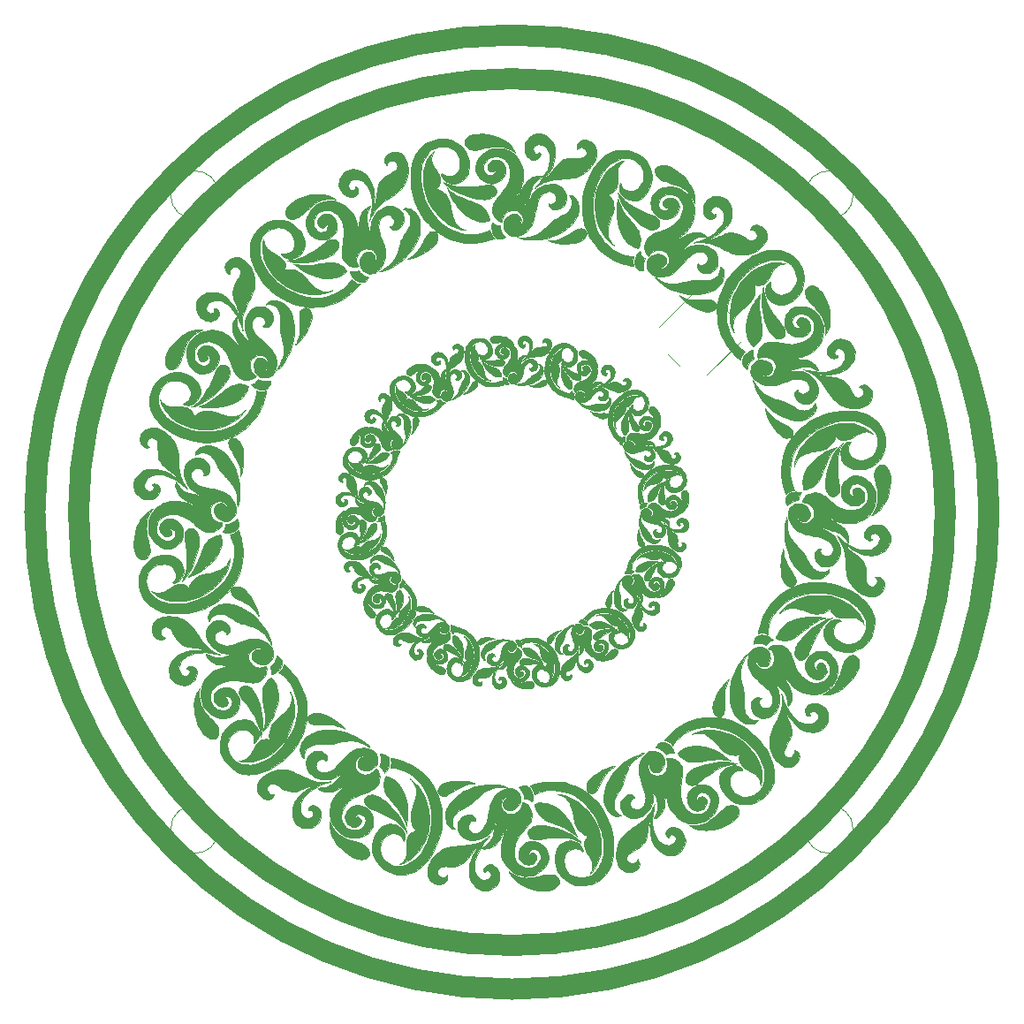
<source format=gto>
G04 #@! TF.GenerationSoftware,KiCad,Pcbnew,(5.1.5)-3*
G04 #@! TF.CreationDate,2020-10-16T01:56:22+02:00*
G04 #@! TF.ProjectId,Christmas C,43687269-7374-46d6-9173-20432e6b6963,rev?*
G04 #@! TF.SameCoordinates,Original*
G04 #@! TF.FileFunction,Legend,Top*
G04 #@! TF.FilePolarity,Positive*
%FSLAX46Y46*%
G04 Gerber Fmt 4.6, Leading zero omitted, Abs format (unit mm)*
G04 Created by KiCad (PCBNEW (5.1.5)-3) date 2020-10-16 01:56:22*
%MOMM*%
%LPD*%
G04 APERTURE LIST*
%ADD10C,2.000000*%
%ADD11C,0.010000*%
%ADD12C,0.120000*%
G04 APERTURE END LIST*
D10*
X146304000Y-150685500D02*
G75*
G03X146304000Y-150685500I-41529000J0D01*
G01*
X150495000Y-150685500D02*
G75*
G03X150495000Y-150685500I-45720000J0D01*
G01*
D11*
G36*
X103480018Y-133770818D02*
G01*
X103593291Y-133777503D01*
X103656938Y-133784944D01*
X103896639Y-133833021D01*
X104119376Y-133904005D01*
X104322607Y-133996519D01*
X104503793Y-134109188D01*
X104660393Y-134240637D01*
X104789867Y-134389490D01*
X104800390Y-134404100D01*
X104845882Y-134471203D01*
X104884080Y-134532911D01*
X104911527Y-134583093D01*
X104924769Y-134615620D01*
X104924415Y-134624155D01*
X104909575Y-134617431D01*
X104878229Y-134594401D01*
X104859667Y-134579148D01*
X104718349Y-134480933D01*
X104555190Y-134406138D01*
X104374093Y-134356179D01*
X104180424Y-134332549D01*
X104071757Y-134329852D01*
X103965458Y-134333910D01*
X103854229Y-134345660D01*
X103730771Y-134366034D01*
X103587786Y-134395967D01*
X103471145Y-134423357D01*
X103347414Y-134452658D01*
X103250354Y-134473585D01*
X103174009Y-134486836D01*
X103112421Y-134493107D01*
X103059632Y-134493096D01*
X103009684Y-134487499D01*
X102976253Y-134481266D01*
X102865670Y-134444963D01*
X102775263Y-134388055D01*
X102708442Y-134314094D01*
X102668616Y-134226636D01*
X102658483Y-134150100D01*
X102673986Y-134056452D01*
X102720782Y-133973703D01*
X102799221Y-133901470D01*
X102909653Y-133839368D01*
X102960681Y-133818113D01*
X103030548Y-133799213D01*
X103125734Y-133784637D01*
X103237920Y-133774781D01*
X103358788Y-133770043D01*
X103480018Y-133770818D01*
G37*
X103480018Y-133770818D02*
X103593291Y-133777503D01*
X103656938Y-133784944D01*
X103896639Y-133833021D01*
X104119376Y-133904005D01*
X104322607Y-133996519D01*
X104503793Y-134109188D01*
X104660393Y-134240637D01*
X104789867Y-134389490D01*
X104800390Y-134404100D01*
X104845882Y-134471203D01*
X104884080Y-134532911D01*
X104911527Y-134583093D01*
X104924769Y-134615620D01*
X104924415Y-134624155D01*
X104909575Y-134617431D01*
X104878229Y-134594401D01*
X104859667Y-134579148D01*
X104718349Y-134480933D01*
X104555190Y-134406138D01*
X104374093Y-134356179D01*
X104180424Y-134332549D01*
X104071757Y-134329852D01*
X103965458Y-134333910D01*
X103854229Y-134345660D01*
X103730771Y-134366034D01*
X103587786Y-134395967D01*
X103471145Y-134423357D01*
X103347414Y-134452658D01*
X103250354Y-134473585D01*
X103174009Y-134486836D01*
X103112421Y-134493107D01*
X103059632Y-134493096D01*
X103009684Y-134487499D01*
X102976253Y-134481266D01*
X102865670Y-134444963D01*
X102775263Y-134388055D01*
X102708442Y-134314094D01*
X102668616Y-134226636D01*
X102658483Y-134150100D01*
X102673986Y-134056452D01*
X102720782Y-133973703D01*
X102799221Y-133901470D01*
X102909653Y-133839368D01*
X102960681Y-133818113D01*
X103030548Y-133799213D01*
X103125734Y-133784637D01*
X103237920Y-133774781D01*
X103358788Y-133770043D01*
X103480018Y-133770818D01*
G36*
X106165128Y-133791554D02*
G01*
X106296221Y-133850114D01*
X106419493Y-133939845D01*
X106453760Y-133972170D01*
X106561170Y-134102564D01*
X106640297Y-134250116D01*
X106690822Y-134412882D01*
X106712427Y-134588916D01*
X106704793Y-134776274D01*
X106667601Y-134973010D01*
X106635459Y-135081433D01*
X106599663Y-135181354D01*
X106560231Y-135274330D01*
X106514036Y-135365606D01*
X106457953Y-135460428D01*
X106388856Y-135564042D01*
X106303618Y-135681695D01*
X106199113Y-135818630D01*
X106186407Y-135834966D01*
X106180806Y-135845479D01*
X106196402Y-135834595D01*
X106230337Y-135804751D01*
X106279748Y-135758384D01*
X106305664Y-135733366D01*
X106383090Y-135653648D01*
X106468708Y-135558370D01*
X106551661Y-135459973D01*
X106616008Y-135377767D01*
X106714276Y-135249414D01*
X106800150Y-135146451D01*
X106878106Y-135064900D01*
X106952621Y-135000785D01*
X107028168Y-134950129D01*
X107109225Y-134908954D01*
X107172433Y-134883348D01*
X107210556Y-134870218D01*
X107248295Y-134860525D01*
X107291633Y-134853739D01*
X107346552Y-134849329D01*
X107419032Y-134846763D01*
X107515055Y-134845511D01*
X107602867Y-134845122D01*
X107740536Y-134843668D01*
X107846720Y-134840132D01*
X107920706Y-134834553D01*
X107961779Y-134826971D01*
X107966933Y-134824703D01*
X108032797Y-134770277D01*
X108084807Y-134696085D01*
X108101821Y-134656775D01*
X108112945Y-134580428D01*
X108096105Y-134510660D01*
X108057032Y-134450626D01*
X108001455Y-134403486D01*
X107935103Y-134372394D01*
X107863707Y-134360509D01*
X107792997Y-134370987D01*
X107728701Y-134406986D01*
X107700610Y-134435715D01*
X107683682Y-134454808D01*
X107674947Y-134454562D01*
X107671629Y-134429982D01*
X107670976Y-134382389D01*
X107680902Y-134282854D01*
X107713984Y-134202544D01*
X107773766Y-134133074D01*
X107777922Y-134129381D01*
X107864180Y-134074773D01*
X107962975Y-134046892D01*
X108068741Y-134043839D01*
X108175914Y-134063719D01*
X108278927Y-134104635D01*
X108372214Y-134164690D01*
X108450211Y-134241988D01*
X108507352Y-134334632D01*
X108525812Y-134384246D01*
X108547519Y-134500558D01*
X108550992Y-134632349D01*
X108536692Y-134766861D01*
X108507683Y-134883714D01*
X108431237Y-135060717D01*
X108325844Y-135226351D01*
X108195706Y-135376185D01*
X108045026Y-135505788D01*
X107878004Y-135610729D01*
X107771470Y-135660103D01*
X107699370Y-135686599D01*
X107623541Y-135708494D01*
X107538718Y-135726638D01*
X107439635Y-135741878D01*
X107321026Y-135755062D01*
X107177626Y-135767039D01*
X107055499Y-135775427D01*
X106891519Y-135787052D01*
X106755395Y-135799406D01*
X106641116Y-135813419D01*
X106542670Y-135830021D01*
X106454047Y-135850141D01*
X106369236Y-135874709D01*
X106330521Y-135887529D01*
X106270956Y-135910123D01*
X106199936Y-135940362D01*
X106124505Y-135974827D01*
X106051706Y-136010099D01*
X105988581Y-136042759D01*
X105942172Y-136069390D01*
X105919524Y-136086572D01*
X105919062Y-136087248D01*
X105900869Y-136106215D01*
X105865044Y-136137337D01*
X105837332Y-136159688D01*
X105808312Y-136181590D01*
X105797529Y-136186742D01*
X105806230Y-136173073D01*
X105835658Y-136138514D01*
X105879887Y-136088958D01*
X106029659Y-135909600D01*
X106161386Y-135725523D01*
X106272301Y-135541460D01*
X106359640Y-135362142D01*
X106420636Y-135192301D01*
X106434146Y-135140700D01*
X106461215Y-134974289D01*
X106463157Y-134816516D01*
X106441098Y-134670704D01*
X106396166Y-134540176D01*
X106329486Y-134428256D01*
X106242188Y-134338266D01*
X106140867Y-134275973D01*
X106049326Y-134248548D01*
X105955296Y-134244800D01*
X105867294Y-134263383D01*
X105793834Y-134302954D01*
X105760421Y-134336032D01*
X105724200Y-134404909D01*
X105714140Y-134479303D01*
X105728866Y-134550638D01*
X105767007Y-134610336D01*
X105809376Y-134641912D01*
X105864004Y-134663188D01*
X105906713Y-134659040D01*
X105949710Y-134627816D01*
X105955538Y-134622101D01*
X105985660Y-134594204D01*
X106003321Y-134588872D01*
X106019180Y-134603924D01*
X106022501Y-134608404D01*
X106046173Y-134666943D01*
X106041732Y-134732242D01*
X106012211Y-134797755D01*
X105960641Y-134856937D01*
X105890053Y-134903242D01*
X105884834Y-134905671D01*
X105785098Y-134933820D01*
X105685664Y-134929059D01*
X105589780Y-134892215D01*
X105500694Y-134824116D01*
X105480059Y-134802519D01*
X105420784Y-134729260D01*
X105380562Y-134658186D01*
X105356218Y-134579919D01*
X105344575Y-134485082D01*
X105342267Y-134395633D01*
X105346040Y-134285084D01*
X105359988Y-134197956D01*
X105388056Y-134124385D01*
X105434187Y-134054504D01*
X105502326Y-133978446D01*
X105513619Y-133966972D01*
X105631843Y-133869395D01*
X105759572Y-133803083D01*
X105893338Y-133768019D01*
X106029679Y-133764182D01*
X106165128Y-133791554D01*
G37*
X106165128Y-133791554D02*
X106296221Y-133850114D01*
X106419493Y-133939845D01*
X106453760Y-133972170D01*
X106561170Y-134102564D01*
X106640297Y-134250116D01*
X106690822Y-134412882D01*
X106712427Y-134588916D01*
X106704793Y-134776274D01*
X106667601Y-134973010D01*
X106635459Y-135081433D01*
X106599663Y-135181354D01*
X106560231Y-135274330D01*
X106514036Y-135365606D01*
X106457953Y-135460428D01*
X106388856Y-135564042D01*
X106303618Y-135681695D01*
X106199113Y-135818630D01*
X106186407Y-135834966D01*
X106180806Y-135845479D01*
X106196402Y-135834595D01*
X106230337Y-135804751D01*
X106279748Y-135758384D01*
X106305664Y-135733366D01*
X106383090Y-135653648D01*
X106468708Y-135558370D01*
X106551661Y-135459973D01*
X106616008Y-135377767D01*
X106714276Y-135249414D01*
X106800150Y-135146451D01*
X106878106Y-135064900D01*
X106952621Y-135000785D01*
X107028168Y-134950129D01*
X107109225Y-134908954D01*
X107172433Y-134883348D01*
X107210556Y-134870218D01*
X107248295Y-134860525D01*
X107291633Y-134853739D01*
X107346552Y-134849329D01*
X107419032Y-134846763D01*
X107515055Y-134845511D01*
X107602867Y-134845122D01*
X107740536Y-134843668D01*
X107846720Y-134840132D01*
X107920706Y-134834553D01*
X107961779Y-134826971D01*
X107966933Y-134824703D01*
X108032797Y-134770277D01*
X108084807Y-134696085D01*
X108101821Y-134656775D01*
X108112945Y-134580428D01*
X108096105Y-134510660D01*
X108057032Y-134450626D01*
X108001455Y-134403486D01*
X107935103Y-134372394D01*
X107863707Y-134360509D01*
X107792997Y-134370987D01*
X107728701Y-134406986D01*
X107700610Y-134435715D01*
X107683682Y-134454808D01*
X107674947Y-134454562D01*
X107671629Y-134429982D01*
X107670976Y-134382389D01*
X107680902Y-134282854D01*
X107713984Y-134202544D01*
X107773766Y-134133074D01*
X107777922Y-134129381D01*
X107864180Y-134074773D01*
X107962975Y-134046892D01*
X108068741Y-134043839D01*
X108175914Y-134063719D01*
X108278927Y-134104635D01*
X108372214Y-134164690D01*
X108450211Y-134241988D01*
X108507352Y-134334632D01*
X108525812Y-134384246D01*
X108547519Y-134500558D01*
X108550992Y-134632349D01*
X108536692Y-134766861D01*
X108507683Y-134883714D01*
X108431237Y-135060717D01*
X108325844Y-135226351D01*
X108195706Y-135376185D01*
X108045026Y-135505788D01*
X107878004Y-135610729D01*
X107771470Y-135660103D01*
X107699370Y-135686599D01*
X107623541Y-135708494D01*
X107538718Y-135726638D01*
X107439635Y-135741878D01*
X107321026Y-135755062D01*
X107177626Y-135767039D01*
X107055499Y-135775427D01*
X106891519Y-135787052D01*
X106755395Y-135799406D01*
X106641116Y-135813419D01*
X106542670Y-135830021D01*
X106454047Y-135850141D01*
X106369236Y-135874709D01*
X106330521Y-135887529D01*
X106270956Y-135910123D01*
X106199936Y-135940362D01*
X106124505Y-135974827D01*
X106051706Y-136010099D01*
X105988581Y-136042759D01*
X105942172Y-136069390D01*
X105919524Y-136086572D01*
X105919062Y-136087248D01*
X105900869Y-136106215D01*
X105865044Y-136137337D01*
X105837332Y-136159688D01*
X105808312Y-136181590D01*
X105797529Y-136186742D01*
X105806230Y-136173073D01*
X105835658Y-136138514D01*
X105879887Y-136088958D01*
X106029659Y-135909600D01*
X106161386Y-135725523D01*
X106272301Y-135541460D01*
X106359640Y-135362142D01*
X106420636Y-135192301D01*
X106434146Y-135140700D01*
X106461215Y-134974289D01*
X106463157Y-134816516D01*
X106441098Y-134670704D01*
X106396166Y-134540176D01*
X106329486Y-134428256D01*
X106242188Y-134338266D01*
X106140867Y-134275973D01*
X106049326Y-134248548D01*
X105955296Y-134244800D01*
X105867294Y-134263383D01*
X105793834Y-134302954D01*
X105760421Y-134336032D01*
X105724200Y-134404909D01*
X105714140Y-134479303D01*
X105728866Y-134550638D01*
X105767007Y-134610336D01*
X105809376Y-134641912D01*
X105864004Y-134663188D01*
X105906713Y-134659040D01*
X105949710Y-134627816D01*
X105955538Y-134622101D01*
X105985660Y-134594204D01*
X106003321Y-134588872D01*
X106019180Y-134603924D01*
X106022501Y-134608404D01*
X106046173Y-134666943D01*
X106041732Y-134732242D01*
X106012211Y-134797755D01*
X105960641Y-134856937D01*
X105890053Y-134903242D01*
X105884834Y-134905671D01*
X105785098Y-134933820D01*
X105685664Y-134929059D01*
X105589780Y-134892215D01*
X105500694Y-134824116D01*
X105480059Y-134802519D01*
X105420784Y-134729260D01*
X105380562Y-134658186D01*
X105356218Y-134579919D01*
X105344575Y-134485082D01*
X105342267Y-134395633D01*
X105346040Y-134285084D01*
X105359988Y-134197956D01*
X105388056Y-134124385D01*
X105434187Y-134054504D01*
X105502326Y-133978446D01*
X105513619Y-133966972D01*
X105631843Y-133869395D01*
X105759572Y-133803083D01*
X105893338Y-133768019D01*
X106029679Y-133764182D01*
X106165128Y-133791554D01*
G36*
X101756586Y-135949058D02*
G01*
X101783773Y-135963213D01*
X101897173Y-136018631D01*
X102019612Y-136061931D01*
X102156482Y-136094256D01*
X102313175Y-136116751D01*
X102495081Y-136130559D01*
X102590600Y-136134366D01*
X102729919Y-136137300D01*
X102855589Y-136136635D01*
X102975890Y-136131777D01*
X103099104Y-136122131D01*
X103233514Y-136107103D01*
X103387400Y-136086098D01*
X103501858Y-136068948D01*
X103601573Y-136054226D01*
X103674974Y-136045211D01*
X103729063Y-136041552D01*
X103770846Y-136042898D01*
X103807327Y-136048899D01*
X103823284Y-136052865D01*
X103924075Y-136094047D01*
X104000170Y-136155752D01*
X104049411Y-136235416D01*
X104069637Y-136330476D01*
X104070034Y-136345679D01*
X104055950Y-136434851D01*
X104012230Y-136511175D01*
X103937690Y-136576262D01*
X103873985Y-136612412D01*
X103765899Y-136657330D01*
X103656953Y-136684768D01*
X103539512Y-136695484D01*
X103405938Y-136690235D01*
X103266722Y-136672659D01*
X103036090Y-136626866D01*
X102801047Y-136561909D01*
X102570015Y-136480900D01*
X102351416Y-136386953D01*
X102153675Y-136283179D01*
X102065666Y-136228847D01*
X102000741Y-136184182D01*
X101931461Y-136132981D01*
X101863273Y-136079715D01*
X101801622Y-136028859D01*
X101751951Y-135984885D01*
X101719707Y-135952268D01*
X101710066Y-135936698D01*
X101723131Y-135935681D01*
X101756586Y-135949058D01*
G37*
X101756586Y-135949058D02*
X101783773Y-135963213D01*
X101897173Y-136018631D01*
X102019612Y-136061931D01*
X102156482Y-136094256D01*
X102313175Y-136116751D01*
X102495081Y-136130559D01*
X102590600Y-136134366D01*
X102729919Y-136137300D01*
X102855589Y-136136635D01*
X102975890Y-136131777D01*
X103099104Y-136122131D01*
X103233514Y-136107103D01*
X103387400Y-136086098D01*
X103501858Y-136068948D01*
X103601573Y-136054226D01*
X103674974Y-136045211D01*
X103729063Y-136041552D01*
X103770846Y-136042898D01*
X103807327Y-136048899D01*
X103823284Y-136052865D01*
X103924075Y-136094047D01*
X104000170Y-136155752D01*
X104049411Y-136235416D01*
X104069637Y-136330476D01*
X104070034Y-136345679D01*
X104055950Y-136434851D01*
X104012230Y-136511175D01*
X103937690Y-136576262D01*
X103873985Y-136612412D01*
X103765899Y-136657330D01*
X103656953Y-136684768D01*
X103539512Y-136695484D01*
X103405938Y-136690235D01*
X103266722Y-136672659D01*
X103036090Y-136626866D01*
X102801047Y-136561909D01*
X102570015Y-136480900D01*
X102351416Y-136386953D01*
X102153675Y-136283179D01*
X102065666Y-136228847D01*
X102000741Y-136184182D01*
X101931461Y-136132981D01*
X101863273Y-136079715D01*
X101801622Y-136028859D01*
X101751951Y-135984885D01*
X101719707Y-135952268D01*
X101710066Y-135936698D01*
X101723131Y-135935681D01*
X101756586Y-135949058D01*
G36*
X111661893Y-135178464D02*
G01*
X111796645Y-135219907D01*
X111938483Y-135283154D01*
X112084577Y-135367289D01*
X112232098Y-135471395D01*
X112378219Y-135594555D01*
X112411095Y-135625256D01*
X112580023Y-135803425D01*
X112716105Y-135985754D01*
X112820277Y-136174028D01*
X112893477Y-136370029D01*
X112936642Y-136575540D01*
X112943873Y-136639300D01*
X112947489Y-136707045D01*
X112946234Y-136768072D01*
X112940826Y-136806987D01*
X112926844Y-136856140D01*
X112907033Y-136790016D01*
X112864651Y-136687811D01*
X112798812Y-136577508D01*
X112715719Y-136467354D01*
X112621575Y-136365595D01*
X112525229Y-136282460D01*
X112429284Y-136215744D01*
X112326620Y-136155905D01*
X112211924Y-136100621D01*
X112079883Y-136047568D01*
X111925185Y-135994421D01*
X111742515Y-135938858D01*
X111733717Y-135936311D01*
X111623773Y-135903998D01*
X111540359Y-135877559D01*
X111477279Y-135854160D01*
X111428336Y-135830965D01*
X111387334Y-135805141D01*
X111348075Y-135773852D01*
X111316369Y-135745391D01*
X111238287Y-135656650D01*
X111188448Y-135562853D01*
X111167409Y-135468178D01*
X111175726Y-135376804D01*
X111213955Y-135292911D01*
X111250307Y-135249073D01*
X111328433Y-135194131D01*
X111424958Y-135164660D01*
X111537055Y-135159743D01*
X111661893Y-135178464D01*
G37*
X111661893Y-135178464D02*
X111796645Y-135219907D01*
X111938483Y-135283154D01*
X112084577Y-135367289D01*
X112232098Y-135471395D01*
X112378219Y-135594555D01*
X112411095Y-135625256D01*
X112580023Y-135803425D01*
X112716105Y-135985754D01*
X112820277Y-136174028D01*
X112893477Y-136370029D01*
X112936642Y-136575540D01*
X112943873Y-136639300D01*
X112947489Y-136707045D01*
X112946234Y-136768072D01*
X112940826Y-136806987D01*
X112926844Y-136856140D01*
X112907033Y-136790016D01*
X112864651Y-136687811D01*
X112798812Y-136577508D01*
X112715719Y-136467354D01*
X112621575Y-136365595D01*
X112525229Y-136282460D01*
X112429284Y-136215744D01*
X112326620Y-136155905D01*
X112211924Y-136100621D01*
X112079883Y-136047568D01*
X111925185Y-135994421D01*
X111742515Y-135938858D01*
X111733717Y-135936311D01*
X111623773Y-135903998D01*
X111540359Y-135877559D01*
X111477279Y-135854160D01*
X111428336Y-135830965D01*
X111387334Y-135805141D01*
X111348075Y-135773852D01*
X111316369Y-135745391D01*
X111238287Y-135656650D01*
X111188448Y-135562853D01*
X111167409Y-135468178D01*
X111175726Y-135376804D01*
X111213955Y-135292911D01*
X111250307Y-135249073D01*
X111328433Y-135194131D01*
X111424958Y-135164660D01*
X111537055Y-135159743D01*
X111661893Y-135178464D01*
G36*
X96156191Y-136466663D02*
G01*
X96283712Y-136474387D01*
X96396736Y-136488412D01*
X96469200Y-136503842D01*
X96544223Y-136528582D01*
X96630020Y-136563188D01*
X96716011Y-136602768D01*
X96791615Y-136642429D01*
X96846254Y-136677279D01*
X96849196Y-136679549D01*
X96890525Y-136712050D01*
X96798396Y-136694951D01*
X96713201Y-136686142D01*
X96608373Y-136685562D01*
X96496925Y-136692421D01*
X96391866Y-136705930D01*
X96308333Y-136724655D01*
X96197994Y-136763224D01*
X96090490Y-136812554D01*
X95981524Y-136875511D01*
X95866796Y-136954960D01*
X95742007Y-137053768D01*
X95602858Y-137174801D01*
X95521583Y-137249156D01*
X95429331Y-137332641D01*
X95343861Y-137405996D01*
X95269909Y-137465362D01*
X95212211Y-137506878D01*
X95187223Y-137521686D01*
X95089235Y-137558448D01*
X94985698Y-137575181D01*
X94887241Y-137571138D01*
X94809733Y-137548168D01*
X94722091Y-137491369D01*
X94664269Y-137420181D01*
X94636475Y-137336647D01*
X94638917Y-137242812D01*
X94671803Y-137140721D01*
X94735342Y-137032420D01*
X94754569Y-137006515D01*
X94844493Y-136911029D01*
X94962856Y-136817958D01*
X95104231Y-136730032D01*
X95263193Y-136649984D01*
X95434315Y-136580545D01*
X95612170Y-136524447D01*
X95791333Y-136484421D01*
X95791866Y-136484328D01*
X95899748Y-136471331D01*
X96024696Y-136465543D01*
X96156191Y-136466663D01*
G37*
X96156191Y-136466663D02*
X96283712Y-136474387D01*
X96396736Y-136488412D01*
X96469200Y-136503842D01*
X96544223Y-136528582D01*
X96630020Y-136563188D01*
X96716011Y-136602768D01*
X96791615Y-136642429D01*
X96846254Y-136677279D01*
X96849196Y-136679549D01*
X96890525Y-136712050D01*
X96798396Y-136694951D01*
X96713201Y-136686142D01*
X96608373Y-136685562D01*
X96496925Y-136692421D01*
X96391866Y-136705930D01*
X96308333Y-136724655D01*
X96197994Y-136763224D01*
X96090490Y-136812554D01*
X95981524Y-136875511D01*
X95866796Y-136954960D01*
X95742007Y-137053768D01*
X95602858Y-137174801D01*
X95521583Y-137249156D01*
X95429331Y-137332641D01*
X95343861Y-137405996D01*
X95269909Y-137465362D01*
X95212211Y-137506878D01*
X95187223Y-137521686D01*
X95089235Y-137558448D01*
X94985698Y-137575181D01*
X94887241Y-137571138D01*
X94809733Y-137548168D01*
X94722091Y-137491369D01*
X94664269Y-137420181D01*
X94636475Y-137336647D01*
X94638917Y-137242812D01*
X94671803Y-137140721D01*
X94735342Y-137032420D01*
X94754569Y-137006515D01*
X94844493Y-136911029D01*
X94962856Y-136817958D01*
X95104231Y-136730032D01*
X95263193Y-136649984D01*
X95434315Y-136580545D01*
X95612170Y-136524447D01*
X95791333Y-136484421D01*
X95791866Y-136484328D01*
X95899748Y-136471331D01*
X96024696Y-136465543D01*
X96156191Y-136466663D01*
G36*
X99664015Y-134586423D02*
G01*
X99765530Y-134619502D01*
X99854808Y-134678364D01*
X99895573Y-134716682D01*
X99990913Y-134838717D01*
X100061793Y-134981063D01*
X100107694Y-135140078D01*
X100128099Y-135312120D01*
X100122491Y-135493548D01*
X100090352Y-135680721D01*
X100051525Y-135813990D01*
X100005704Y-135932006D01*
X99951176Y-136039437D01*
X99884677Y-136139817D01*
X99802944Y-136236678D01*
X99702713Y-136333551D01*
X99580721Y-136433969D01*
X99433704Y-136541466D01*
X99288635Y-136639716D01*
X99156301Y-136728548D01*
X99048212Y-136804835D01*
X98959080Y-136872611D01*
X98883617Y-136935904D01*
X98816534Y-136998748D01*
X98812856Y-137002397D01*
X98690087Y-137135892D01*
X98584640Y-137273488D01*
X98501177Y-137408573D01*
X98451705Y-137514649D01*
X98431030Y-137566486D01*
X98415838Y-137601454D01*
X98409287Y-137612305D01*
X98409246Y-137612109D01*
X98412136Y-137592503D01*
X98420865Y-137547769D01*
X98433852Y-137485821D01*
X98441367Y-137451242D01*
X98483284Y-137212270D01*
X98502746Y-136982268D01*
X98500186Y-136764064D01*
X98476038Y-136560486D01*
X98430737Y-136374362D01*
X98364716Y-136208520D01*
X98278410Y-136065787D01*
X98217461Y-135992829D01*
X98114008Y-135902092D01*
X98003111Y-135838194D01*
X97888979Y-135801701D01*
X97775822Y-135793176D01*
X97667847Y-135813185D01*
X97569264Y-135862294D01*
X97523030Y-135899593D01*
X97473253Y-135966964D01*
X97451971Y-136043859D01*
X97459020Y-136122336D01*
X97494234Y-136194455D01*
X97529963Y-136232346D01*
X97581499Y-136261146D01*
X97639230Y-136271854D01*
X97694466Y-136265895D01*
X97738517Y-136244693D01*
X97762693Y-136209672D01*
X97764859Y-136193840D01*
X97773939Y-136153822D01*
X97780291Y-136141196D01*
X97794558Y-136130563D01*
X97816579Y-136140919D01*
X97847765Y-136169527D01*
X97889763Y-136233515D01*
X97903265Y-136308346D01*
X97889053Y-136387834D01*
X97847904Y-136465791D01*
X97804212Y-136515456D01*
X97724415Y-136568877D01*
X97630536Y-136595579D01*
X97528312Y-136596304D01*
X97423482Y-136571793D01*
X97321783Y-136522788D01*
X97228954Y-136450031D01*
X97218689Y-136439746D01*
X97123325Y-136320947D01*
X97061045Y-136195065D01*
X97031903Y-136062496D01*
X97035955Y-135923636D01*
X97073252Y-135778882D01*
X97115290Y-135681939D01*
X97192559Y-135563076D01*
X97291575Y-135468571D01*
X97409044Y-135399978D01*
X97541673Y-135358854D01*
X97686169Y-135346751D01*
X97801628Y-135357875D01*
X97962520Y-135402007D01*
X98109103Y-135476040D01*
X98240275Y-135578690D01*
X98354932Y-135708673D01*
X98451974Y-135864705D01*
X98530299Y-136045501D01*
X98588805Y-136249778D01*
X98596078Y-136283700D01*
X98607592Y-136366891D01*
X98614295Y-136474192D01*
X98616290Y-136596203D01*
X98613684Y-136723527D01*
X98606581Y-136846763D01*
X98595086Y-136956515D01*
X98588057Y-137001541D01*
X98574916Y-137080891D01*
X98567970Y-137135610D01*
X98567136Y-137163785D01*
X98572331Y-137163504D01*
X98583472Y-137132855D01*
X98592377Y-137101341D01*
X98629200Y-136960998D01*
X98657751Y-136845072D01*
X98679658Y-136745593D01*
X98696548Y-136654591D01*
X98710047Y-136564097D01*
X98721470Y-136469012D01*
X98738502Y-136331075D01*
X98757104Y-136219677D01*
X98779108Y-136127493D01*
X98806344Y-136047195D01*
X98840644Y-135971458D01*
X98850694Y-135952082D01*
X98924239Y-135838793D01*
X99019886Y-135736931D01*
X99141076Y-135643596D01*
X99291246Y-135555887D01*
X99362105Y-135520825D01*
X99472749Y-135462631D01*
X99553231Y-135405715D01*
X99606880Y-135346334D01*
X99637024Y-135280742D01*
X99646993Y-135205195D01*
X99647022Y-135200331D01*
X99640720Y-135140816D01*
X99625146Y-135086184D01*
X99620957Y-135077138D01*
X99576343Y-135025065D01*
X99510128Y-134989280D01*
X99431750Y-134972525D01*
X99350645Y-134977541D01*
X99314453Y-134988127D01*
X99262404Y-135018934D01*
X99218247Y-135063965D01*
X99191221Y-135112496D01*
X99187000Y-135136117D01*
X99180418Y-135166626D01*
X99162893Y-135168127D01*
X99137752Y-135142327D01*
X99111500Y-135097444D01*
X99080021Y-135000739D01*
X99079452Y-134905990D01*
X99106872Y-134816730D01*
X99159362Y-134736489D01*
X99234001Y-134668801D01*
X99327868Y-134617196D01*
X99438044Y-134585206D01*
X99542600Y-134576075D01*
X99664015Y-134586423D01*
G37*
X99664015Y-134586423D02*
X99765530Y-134619502D01*
X99854808Y-134678364D01*
X99895573Y-134716682D01*
X99990913Y-134838717D01*
X100061793Y-134981063D01*
X100107694Y-135140078D01*
X100128099Y-135312120D01*
X100122491Y-135493548D01*
X100090352Y-135680721D01*
X100051525Y-135813990D01*
X100005704Y-135932006D01*
X99951176Y-136039437D01*
X99884677Y-136139817D01*
X99802944Y-136236678D01*
X99702713Y-136333551D01*
X99580721Y-136433969D01*
X99433704Y-136541466D01*
X99288635Y-136639716D01*
X99156301Y-136728548D01*
X99048212Y-136804835D01*
X98959080Y-136872611D01*
X98883617Y-136935904D01*
X98816534Y-136998748D01*
X98812856Y-137002397D01*
X98690087Y-137135892D01*
X98584640Y-137273488D01*
X98501177Y-137408573D01*
X98451705Y-137514649D01*
X98431030Y-137566486D01*
X98415838Y-137601454D01*
X98409287Y-137612305D01*
X98409246Y-137612109D01*
X98412136Y-137592503D01*
X98420865Y-137547769D01*
X98433852Y-137485821D01*
X98441367Y-137451242D01*
X98483284Y-137212270D01*
X98502746Y-136982268D01*
X98500186Y-136764064D01*
X98476038Y-136560486D01*
X98430737Y-136374362D01*
X98364716Y-136208520D01*
X98278410Y-136065787D01*
X98217461Y-135992829D01*
X98114008Y-135902092D01*
X98003111Y-135838194D01*
X97888979Y-135801701D01*
X97775822Y-135793176D01*
X97667847Y-135813185D01*
X97569264Y-135862294D01*
X97523030Y-135899593D01*
X97473253Y-135966964D01*
X97451971Y-136043859D01*
X97459020Y-136122336D01*
X97494234Y-136194455D01*
X97529963Y-136232346D01*
X97581499Y-136261146D01*
X97639230Y-136271854D01*
X97694466Y-136265895D01*
X97738517Y-136244693D01*
X97762693Y-136209672D01*
X97764859Y-136193840D01*
X97773939Y-136153822D01*
X97780291Y-136141196D01*
X97794558Y-136130563D01*
X97816579Y-136140919D01*
X97847765Y-136169527D01*
X97889763Y-136233515D01*
X97903265Y-136308346D01*
X97889053Y-136387834D01*
X97847904Y-136465791D01*
X97804212Y-136515456D01*
X97724415Y-136568877D01*
X97630536Y-136595579D01*
X97528312Y-136596304D01*
X97423482Y-136571793D01*
X97321783Y-136522788D01*
X97228954Y-136450031D01*
X97218689Y-136439746D01*
X97123325Y-136320947D01*
X97061045Y-136195065D01*
X97031903Y-136062496D01*
X97035955Y-135923636D01*
X97073252Y-135778882D01*
X97115290Y-135681939D01*
X97192559Y-135563076D01*
X97291575Y-135468571D01*
X97409044Y-135399978D01*
X97541673Y-135358854D01*
X97686169Y-135346751D01*
X97801628Y-135357875D01*
X97962520Y-135402007D01*
X98109103Y-135476040D01*
X98240275Y-135578690D01*
X98354932Y-135708673D01*
X98451974Y-135864705D01*
X98530299Y-136045501D01*
X98588805Y-136249778D01*
X98596078Y-136283700D01*
X98607592Y-136366891D01*
X98614295Y-136474192D01*
X98616290Y-136596203D01*
X98613684Y-136723527D01*
X98606581Y-136846763D01*
X98595086Y-136956515D01*
X98588057Y-137001541D01*
X98574916Y-137080891D01*
X98567970Y-137135610D01*
X98567136Y-137163785D01*
X98572331Y-137163504D01*
X98583472Y-137132855D01*
X98592377Y-137101341D01*
X98629200Y-136960998D01*
X98657751Y-136845072D01*
X98679658Y-136745593D01*
X98696548Y-136654591D01*
X98710047Y-136564097D01*
X98721470Y-136469012D01*
X98738502Y-136331075D01*
X98757104Y-136219677D01*
X98779108Y-136127493D01*
X98806344Y-136047195D01*
X98840644Y-135971458D01*
X98850694Y-135952082D01*
X98924239Y-135838793D01*
X99019886Y-135736931D01*
X99141076Y-135643596D01*
X99291246Y-135555887D01*
X99362105Y-135520825D01*
X99472749Y-135462631D01*
X99553231Y-135405715D01*
X99606880Y-135346334D01*
X99637024Y-135280742D01*
X99646993Y-135205195D01*
X99647022Y-135200331D01*
X99640720Y-135140816D01*
X99625146Y-135086184D01*
X99620957Y-135077138D01*
X99576343Y-135025065D01*
X99510128Y-134989280D01*
X99431750Y-134972525D01*
X99350645Y-134977541D01*
X99314453Y-134988127D01*
X99262404Y-135018934D01*
X99218247Y-135063965D01*
X99191221Y-135112496D01*
X99187000Y-135136117D01*
X99180418Y-135166626D01*
X99162893Y-135168127D01*
X99137752Y-135142327D01*
X99111500Y-135097444D01*
X99080021Y-135000739D01*
X99079452Y-134905990D01*
X99106872Y-134816730D01*
X99159362Y-134736489D01*
X99234001Y-134668801D01*
X99327868Y-134617196D01*
X99438044Y-134585206D01*
X99542600Y-134576075D01*
X99664015Y-134586423D01*
G36*
X98408067Y-137638366D02*
G01*
X98399600Y-137646833D01*
X98391133Y-137638366D01*
X98399600Y-137629900D01*
X98408067Y-137638366D01*
G37*
X98408067Y-137638366D02*
X98399600Y-137646833D01*
X98391133Y-137638366D01*
X98399600Y-137629900D01*
X98408067Y-137638366D01*
G36*
X101962067Y-136262198D02*
G01*
X102051794Y-136340186D01*
X102145977Y-136410944D01*
X102249191Y-136476924D01*
X102366012Y-136540577D01*
X102501016Y-136604357D01*
X102658778Y-136670715D01*
X102843874Y-136742103D01*
X102888173Y-136758527D01*
X103044558Y-136817763D01*
X103172633Y-136870198D01*
X103276730Y-136918062D01*
X103361182Y-136963580D01*
X103430319Y-137008982D01*
X103488475Y-137056496D01*
X103512878Y-137079821D01*
X103583332Y-137163482D01*
X103647369Y-137263754D01*
X103700666Y-137371514D01*
X103738904Y-137477641D01*
X103757763Y-137573011D01*
X103759000Y-137599526D01*
X103753014Y-137631277D01*
X103732160Y-137654597D01*
X103692088Y-137671001D01*
X103628450Y-137682005D01*
X103536898Y-137689124D01*
X103496533Y-137691017D01*
X103397623Y-137692759D01*
X103318094Y-137687735D01*
X103243908Y-137674680D01*
X103204086Y-137664651D01*
X103027206Y-137600464D01*
X102851092Y-137505641D01*
X102678735Y-137383340D01*
X102513125Y-137236718D01*
X102357250Y-137068934D01*
X102214101Y-136883145D01*
X102086668Y-136682509D01*
X101977941Y-136470184D01*
X101906486Y-136294167D01*
X101861584Y-136169168D01*
X101962067Y-136262198D01*
G37*
X101962067Y-136262198D02*
X102051794Y-136340186D01*
X102145977Y-136410944D01*
X102249191Y-136476924D01*
X102366012Y-136540577D01*
X102501016Y-136604357D01*
X102658778Y-136670715D01*
X102843874Y-136742103D01*
X102888173Y-136758527D01*
X103044558Y-136817763D01*
X103172633Y-136870198D01*
X103276730Y-136918062D01*
X103361182Y-136963580D01*
X103430319Y-137008982D01*
X103488475Y-137056496D01*
X103512878Y-137079821D01*
X103583332Y-137163482D01*
X103647369Y-137263754D01*
X103700666Y-137371514D01*
X103738904Y-137477641D01*
X103757763Y-137573011D01*
X103759000Y-137599526D01*
X103753014Y-137631277D01*
X103732160Y-137654597D01*
X103692088Y-137671001D01*
X103628450Y-137682005D01*
X103536898Y-137689124D01*
X103496533Y-137691017D01*
X103397623Y-137692759D01*
X103318094Y-137687735D01*
X103243908Y-137674680D01*
X103204086Y-137664651D01*
X103027206Y-137600464D01*
X102851092Y-137505641D01*
X102678735Y-137383340D01*
X102513125Y-137236718D01*
X102357250Y-137068934D01*
X102214101Y-136883145D01*
X102086668Y-136682509D01*
X101977941Y-136470184D01*
X101906486Y-136294167D01*
X101861584Y-136169168D01*
X101962067Y-136262198D01*
G36*
X109513863Y-136396829D02*
G01*
X109538028Y-136425051D01*
X109570699Y-136470616D01*
X109579049Y-136483149D01*
X109679357Y-136611637D01*
X109810732Y-136740761D01*
X109970460Y-136868717D01*
X110155830Y-136993699D01*
X110364129Y-137113902D01*
X110592646Y-137227521D01*
X110838667Y-137332750D01*
X110879467Y-137348685D01*
X111007479Y-137399414D01*
X111107499Y-137442585D01*
X111183900Y-137480614D01*
X111241054Y-137515918D01*
X111283333Y-137550912D01*
X111315111Y-137588013D01*
X111316735Y-137590295D01*
X111360041Y-137676727D01*
X111375100Y-137767423D01*
X111362899Y-137855456D01*
X111324426Y-137933900D01*
X111260670Y-137995829D01*
X111258697Y-137997147D01*
X111179799Y-138031954D01*
X111082365Y-138048311D01*
X110976678Y-138045548D01*
X110873025Y-138023000D01*
X110871000Y-138022328D01*
X110758248Y-137977731D01*
X110648109Y-137919007D01*
X110535400Y-137842624D01*
X110414939Y-137745052D01*
X110281545Y-137622759D01*
X110274013Y-137615518D01*
X110076005Y-137409456D01*
X109901864Y-137196547D01*
X109753879Y-136980159D01*
X109634337Y-136763656D01*
X109545526Y-136550407D01*
X109540836Y-136536631D01*
X109521201Y-136474379D01*
X109507687Y-136424143D01*
X109502601Y-136394744D01*
X109502932Y-136391635D01*
X109513863Y-136396829D01*
G37*
X109513863Y-136396829D02*
X109538028Y-136425051D01*
X109570699Y-136470616D01*
X109579049Y-136483149D01*
X109679357Y-136611637D01*
X109810732Y-136740761D01*
X109970460Y-136868717D01*
X110155830Y-136993699D01*
X110364129Y-137113902D01*
X110592646Y-137227521D01*
X110838667Y-137332750D01*
X110879467Y-137348685D01*
X111007479Y-137399414D01*
X111107499Y-137442585D01*
X111183900Y-137480614D01*
X111241054Y-137515918D01*
X111283333Y-137550912D01*
X111315111Y-137588013D01*
X111316735Y-137590295D01*
X111360041Y-137676727D01*
X111375100Y-137767423D01*
X111362899Y-137855456D01*
X111324426Y-137933900D01*
X111260670Y-137995829D01*
X111258697Y-137997147D01*
X111179799Y-138031954D01*
X111082365Y-138048311D01*
X110976678Y-138045548D01*
X110873025Y-138023000D01*
X110871000Y-138022328D01*
X110758248Y-137977731D01*
X110648109Y-137919007D01*
X110535400Y-137842624D01*
X110414939Y-137745052D01*
X110281545Y-137622759D01*
X110274013Y-137615518D01*
X110076005Y-137409456D01*
X109901864Y-137196547D01*
X109753879Y-136980159D01*
X109634337Y-136763656D01*
X109545526Y-136550407D01*
X109540836Y-136536631D01*
X109521201Y-136474379D01*
X109507687Y-136424143D01*
X109502601Y-136394744D01*
X109502932Y-136391635D01*
X109513863Y-136396829D01*
G36*
X101226558Y-134635626D02*
G01*
X101188568Y-134740486D01*
X101171865Y-134841079D01*
X101177328Y-134942589D01*
X101205837Y-135050199D01*
X101258270Y-135169092D01*
X101335508Y-135304453D01*
X101341721Y-135314446D01*
X101411547Y-135428527D01*
X101464176Y-135520841D01*
X101502090Y-135597189D01*
X101527770Y-135663366D01*
X101543696Y-135725172D01*
X101552351Y-135788403D01*
X101554033Y-135810556D01*
X101554350Y-135914532D01*
X101537806Y-135998030D01*
X101500834Y-136071717D01*
X101442884Y-136143057D01*
X101403145Y-136186403D01*
X101384622Y-136210786D01*
X101385035Y-136221635D01*
X101402105Y-136224378D01*
X101408711Y-136224433D01*
X101460693Y-136235158D01*
X101528498Y-136264010D01*
X101603192Y-136306005D01*
X101675844Y-136356160D01*
X101733759Y-136405771D01*
X101815406Y-136496643D01*
X101887814Y-136598006D01*
X101944193Y-136699433D01*
X101973165Y-136773512D01*
X101985943Y-136823061D01*
X102002428Y-136896521D01*
X102020596Y-136984425D01*
X102038424Y-137077306D01*
X102040389Y-137088033D01*
X102075490Y-137266195D01*
X102111146Y-137414976D01*
X102149112Y-137538842D01*
X102191144Y-137642259D01*
X102238997Y-137729691D01*
X102294427Y-137805604D01*
X102343497Y-137859139D01*
X102412516Y-137922657D01*
X102479564Y-137969965D01*
X102557395Y-138008963D01*
X102632933Y-138038381D01*
X102678447Y-138055664D01*
X102694272Y-138064818D01*
X102682961Y-138068091D01*
X102666800Y-138068209D01*
X102623306Y-138064243D01*
X102561532Y-138054678D01*
X102505933Y-138043872D01*
X102305114Y-137988362D01*
X102114880Y-137909245D01*
X101931291Y-137804203D01*
X101750405Y-137670917D01*
X101568281Y-137507069D01*
X101531821Y-137470891D01*
X101329119Y-137245699D01*
X101158943Y-137011092D01*
X101021297Y-136767074D01*
X100916182Y-136513650D01*
X100843601Y-136250824D01*
X100837304Y-136219811D01*
X100818349Y-136094701D01*
X100805708Y-135951663D01*
X100799612Y-135801263D01*
X100800298Y-135654068D01*
X100807998Y-135520643D01*
X100819773Y-135428566D01*
X100870911Y-135212077D01*
X100945464Y-135009379D01*
X101041169Y-134825386D01*
X101155762Y-134665011D01*
X101189101Y-134626992D01*
X101269268Y-134539567D01*
X101226558Y-134635626D01*
G37*
X101226558Y-134635626D02*
X101188568Y-134740486D01*
X101171865Y-134841079D01*
X101177328Y-134942589D01*
X101205837Y-135050199D01*
X101258270Y-135169092D01*
X101335508Y-135304453D01*
X101341721Y-135314446D01*
X101411547Y-135428527D01*
X101464176Y-135520841D01*
X101502090Y-135597189D01*
X101527770Y-135663366D01*
X101543696Y-135725172D01*
X101552351Y-135788403D01*
X101554033Y-135810556D01*
X101554350Y-135914532D01*
X101537806Y-135998030D01*
X101500834Y-136071717D01*
X101442884Y-136143057D01*
X101403145Y-136186403D01*
X101384622Y-136210786D01*
X101385035Y-136221635D01*
X101402105Y-136224378D01*
X101408711Y-136224433D01*
X101460693Y-136235158D01*
X101528498Y-136264010D01*
X101603192Y-136306005D01*
X101675844Y-136356160D01*
X101733759Y-136405771D01*
X101815406Y-136496643D01*
X101887814Y-136598006D01*
X101944193Y-136699433D01*
X101973165Y-136773512D01*
X101985943Y-136823061D01*
X102002428Y-136896521D01*
X102020596Y-136984425D01*
X102038424Y-137077306D01*
X102040389Y-137088033D01*
X102075490Y-137266195D01*
X102111146Y-137414976D01*
X102149112Y-137538842D01*
X102191144Y-137642259D01*
X102238997Y-137729691D01*
X102294427Y-137805604D01*
X102343497Y-137859139D01*
X102412516Y-137922657D01*
X102479564Y-137969965D01*
X102557395Y-138008963D01*
X102632933Y-138038381D01*
X102678447Y-138055664D01*
X102694272Y-138064818D01*
X102682961Y-138068091D01*
X102666800Y-138068209D01*
X102623306Y-138064243D01*
X102561532Y-138054678D01*
X102505933Y-138043872D01*
X102305114Y-137988362D01*
X102114880Y-137909245D01*
X101931291Y-137804203D01*
X101750405Y-137670917D01*
X101568281Y-137507069D01*
X101531821Y-137470891D01*
X101329119Y-137245699D01*
X101158943Y-137011092D01*
X101021297Y-136767074D01*
X100916182Y-136513650D01*
X100843601Y-136250824D01*
X100837304Y-136219811D01*
X100818349Y-136094701D01*
X100805708Y-135951663D01*
X100799612Y-135801263D01*
X100800298Y-135654068D01*
X100807998Y-135520643D01*
X100819773Y-135428566D01*
X100870911Y-135212077D01*
X100945464Y-135009379D01*
X101041169Y-134825386D01*
X101155762Y-134665011D01*
X101189101Y-134626992D01*
X101269268Y-134539567D01*
X101226558Y-134635626D01*
G36*
X104281850Y-134417053D02*
G01*
X104395806Y-134434377D01*
X104402903Y-134436101D01*
X104584124Y-134498572D01*
X104752733Y-134590752D01*
X104904236Y-134709472D01*
X105034141Y-134851563D01*
X105077547Y-134911982D01*
X105170287Y-135075075D01*
X105234146Y-135245766D01*
X105270321Y-135428707D01*
X105280009Y-135628546D01*
X105278000Y-135691033D01*
X105256187Y-135890757D01*
X105211759Y-136080259D01*
X105146599Y-136254266D01*
X105062589Y-136407505D01*
X104986208Y-136508067D01*
X104944354Y-136558744D01*
X104926391Y-136587380D01*
X104930519Y-136594004D01*
X104954942Y-136578646D01*
X104997862Y-136541335D01*
X105032865Y-136507299D01*
X105094684Y-136434470D01*
X105165236Y-136331927D01*
X105242810Y-136202171D01*
X105249133Y-136190932D01*
X105329482Y-136054993D01*
X105404094Y-135946408D01*
X105477519Y-135860263D01*
X105554308Y-135791645D01*
X105639010Y-135735640D01*
X105700333Y-135703737D01*
X105771873Y-135671354D01*
X105827575Y-135652213D01*
X105881129Y-135642969D01*
X105946225Y-135640279D01*
X105960333Y-135640233D01*
X106047696Y-135641801D01*
X106102661Y-135647474D01*
X106126590Y-135658706D01*
X106120847Y-135676952D01*
X106086798Y-135703666D01*
X106044238Y-135729706D01*
X105954812Y-135790310D01*
X105865807Y-135865580D01*
X105785338Y-135947490D01*
X105721517Y-136028016D01*
X105691349Y-136078742D01*
X105672036Y-136126540D01*
X105648170Y-136198206D01*
X105622601Y-136284560D01*
X105598174Y-136376423D01*
X105594961Y-136389392D01*
X105544914Y-136567957D01*
X105489272Y-136716423D01*
X105426438Y-136838321D01*
X105354812Y-136937183D01*
X105339029Y-136954784D01*
X105304471Y-136994277D01*
X105286955Y-137019285D01*
X105289480Y-137025346D01*
X105292527Y-137023958D01*
X105348531Y-136981090D01*
X105412405Y-136908317D01*
X105482244Y-136808160D01*
X105556139Y-136683141D01*
X105570776Y-136656233D01*
X105679923Y-136478058D01*
X105800229Y-136330802D01*
X105933903Y-136212719D01*
X106083155Y-136122065D01*
X106250193Y-136057095D01*
X106365591Y-136028559D01*
X106533194Y-136008843D01*
X106686309Y-136019714D01*
X106825035Y-136061195D01*
X106949474Y-136133309D01*
X107001268Y-136176155D01*
X107099325Y-136286909D01*
X107167630Y-136411686D01*
X107204796Y-136547624D01*
X107210804Y-136607728D01*
X107207185Y-136730724D01*
X107180585Y-136835287D01*
X107127870Y-136930422D01*
X107076848Y-136992864D01*
X106988012Y-137071810D01*
X106890627Y-137127070D01*
X106789786Y-137158272D01*
X106690582Y-137165046D01*
X106598109Y-137147022D01*
X106517460Y-137103828D01*
X106455691Y-137038047D01*
X106436559Y-137000335D01*
X106423155Y-136956993D01*
X106416406Y-136916169D01*
X106417240Y-136886014D01*
X106426587Y-136874678D01*
X106437853Y-136881447D01*
X106474640Y-136897940D01*
X106528522Y-136900250D01*
X106586113Y-136888946D01*
X106620758Y-136873658D01*
X106680103Y-136820233D01*
X106719403Y-136746971D01*
X106737469Y-136662167D01*
X106733115Y-136574115D01*
X106705154Y-136491109D01*
X106681005Y-136452846D01*
X106620437Y-136394547D01*
X106543886Y-136350587D01*
X106464628Y-136327980D01*
X106441716Y-136326405D01*
X106344973Y-136341621D01*
X106246732Y-136385611D01*
X106151744Y-136453867D01*
X106064761Y-136541876D01*
X105990534Y-136645130D01*
X105933816Y-136759118D01*
X105910110Y-136830998D01*
X105900706Y-136872208D01*
X105887127Y-136939463D01*
X105870780Y-137025406D01*
X105853078Y-137122680D01*
X105840791Y-137192666D01*
X105804208Y-137384641D01*
X105765077Y-137547372D01*
X105721417Y-137685476D01*
X105671250Y-137803571D01*
X105612595Y-137906274D01*
X105543471Y-137998202D01*
X105461900Y-138083974D01*
X105456341Y-138089238D01*
X105314021Y-138203778D01*
X105163734Y-138287563D01*
X105036763Y-138332105D01*
X104924057Y-138353497D01*
X104824479Y-138353120D01*
X104725015Y-138330730D01*
X104710918Y-138326019D01*
X104599633Y-138270567D01*
X104508109Y-138190436D01*
X104439873Y-138090625D01*
X104398452Y-137976133D01*
X104386987Y-137866966D01*
X104390700Y-137799580D01*
X104399172Y-137737763D01*
X104407988Y-137702983D01*
X104457151Y-137606949D01*
X104527217Y-137520534D01*
X104612204Y-137447502D01*
X104706128Y-137391618D01*
X104803005Y-137356648D01*
X104896852Y-137346357D01*
X104958946Y-137356271D01*
X105049463Y-137399371D01*
X105118161Y-137464654D01*
X105162599Y-137546528D01*
X105180334Y-137639397D01*
X105168922Y-137737668D01*
X105149289Y-137792097D01*
X105095681Y-137873468D01*
X105023171Y-137929099D01*
X104936500Y-137957495D01*
X104840413Y-137957163D01*
X104739651Y-137926607D01*
X104732667Y-137923356D01*
X104681867Y-137899158D01*
X104721569Y-137933641D01*
X104795173Y-137976757D01*
X104879784Y-137992855D01*
X104969106Y-137984028D01*
X105056840Y-137952368D01*
X105136687Y-137899968D01*
X105202349Y-137828920D01*
X105239858Y-137761446D01*
X105264055Y-137662150D01*
X105260590Y-137555618D01*
X105231637Y-137450634D01*
X105179371Y-137355985D01*
X105124588Y-137295660D01*
X105050814Y-137237755D01*
X104982937Y-137202979D01*
X104908035Y-137186301D01*
X104834120Y-137182610D01*
X104765622Y-137184472D01*
X104713004Y-137193452D01*
X104660734Y-137213601D01*
X104605520Y-137242238D01*
X104497350Y-137317445D01*
X104414653Y-137409149D01*
X104359942Y-137513517D01*
X104335728Y-137626720D01*
X104334733Y-137655247D01*
X104334733Y-137718998D01*
X104271501Y-137708737D01*
X104189539Y-137679913D01*
X104107005Y-137622258D01*
X104029780Y-137540186D01*
X104008267Y-137511092D01*
X103943746Y-137397713D01*
X103907112Y-137278685D01*
X103895972Y-137145312D01*
X103896987Y-137106556D01*
X103910625Y-137001510D01*
X103943382Y-136897595D01*
X103997698Y-136789875D01*
X104076016Y-136673415D01*
X104168496Y-136557693D01*
X104284137Y-136419427D01*
X104378944Y-136301449D01*
X104455446Y-136199530D01*
X104516172Y-136109440D01*
X104563652Y-136026950D01*
X104600413Y-135947830D01*
X104628986Y-135867851D01*
X104651899Y-135782783D01*
X104663509Y-135729847D01*
X104687397Y-135547977D01*
X104682078Y-135379177D01*
X104647923Y-135225000D01*
X104585304Y-135087001D01*
X104494591Y-134966731D01*
X104476898Y-134948648D01*
X104367180Y-134861650D01*
X104246323Y-134802994D01*
X104119184Y-134772941D01*
X103990620Y-134771755D01*
X103865488Y-134799696D01*
X103748644Y-134857027D01*
X103684275Y-134905873D01*
X103595403Y-135001990D01*
X103534612Y-135106838D01*
X103502738Y-135216190D01*
X103500614Y-135325817D01*
X103529076Y-135431491D01*
X103567015Y-135499938D01*
X103627386Y-135563313D01*
X103702950Y-135606932D01*
X103784980Y-135628029D01*
X103864746Y-135623839D01*
X103908007Y-135607975D01*
X103972059Y-135562241D01*
X104020269Y-135503718D01*
X104047896Y-135440559D01*
X104050195Y-135380913D01*
X104046912Y-135369300D01*
X104037189Y-135346870D01*
X104029399Y-135354301D01*
X104022340Y-135375079D01*
X103996955Y-135410091D01*
X103951136Y-135439198D01*
X103949364Y-135439950D01*
X103872405Y-135456755D01*
X103802224Y-135444479D01*
X103743506Y-135407844D01*
X103700935Y-135351572D01*
X103679198Y-135280384D01*
X103682980Y-135199001D01*
X103688597Y-135177166D01*
X103733095Y-135084051D01*
X103801497Y-135009749D01*
X103888204Y-134956445D01*
X103987619Y-134926326D01*
X104094142Y-134921575D01*
X104202174Y-134944378D01*
X104242800Y-134960881D01*
X104337797Y-135021752D01*
X104408872Y-135101667D01*
X104456558Y-135196244D01*
X104481389Y-135301102D01*
X104483901Y-135411859D01*
X104464627Y-135524132D01*
X104424101Y-135633539D01*
X104362859Y-135735700D01*
X104281433Y-135826231D01*
X104180360Y-135900750D01*
X104124660Y-135929711D01*
X103989787Y-135973816D01*
X103852389Y-135986915D01*
X103716397Y-135971251D01*
X103585740Y-135929063D01*
X103464348Y-135862593D01*
X103356150Y-135774082D01*
X103265078Y-135665770D01*
X103195060Y-135539899D01*
X103150027Y-135398710D01*
X103144717Y-135370908D01*
X103137856Y-135233644D01*
X103162253Y-135096059D01*
X103215502Y-134961540D01*
X103295197Y-134833475D01*
X103398934Y-134715252D01*
X103524306Y-134610257D01*
X103668909Y-134521878D01*
X103784400Y-134470119D01*
X103890708Y-134439834D01*
X104017152Y-134420450D01*
X104151582Y-134412633D01*
X104281850Y-134417053D01*
G37*
X104281850Y-134417053D02*
X104395806Y-134434377D01*
X104402903Y-134436101D01*
X104584124Y-134498572D01*
X104752733Y-134590752D01*
X104904236Y-134709472D01*
X105034141Y-134851563D01*
X105077547Y-134911982D01*
X105170287Y-135075075D01*
X105234146Y-135245766D01*
X105270321Y-135428707D01*
X105280009Y-135628546D01*
X105278000Y-135691033D01*
X105256187Y-135890757D01*
X105211759Y-136080259D01*
X105146599Y-136254266D01*
X105062589Y-136407505D01*
X104986208Y-136508067D01*
X104944354Y-136558744D01*
X104926391Y-136587380D01*
X104930519Y-136594004D01*
X104954942Y-136578646D01*
X104997862Y-136541335D01*
X105032865Y-136507299D01*
X105094684Y-136434470D01*
X105165236Y-136331927D01*
X105242810Y-136202171D01*
X105249133Y-136190932D01*
X105329482Y-136054993D01*
X105404094Y-135946408D01*
X105477519Y-135860263D01*
X105554308Y-135791645D01*
X105639010Y-135735640D01*
X105700333Y-135703737D01*
X105771873Y-135671354D01*
X105827575Y-135652213D01*
X105881129Y-135642969D01*
X105946225Y-135640279D01*
X105960333Y-135640233D01*
X106047696Y-135641801D01*
X106102661Y-135647474D01*
X106126590Y-135658706D01*
X106120847Y-135676952D01*
X106086798Y-135703666D01*
X106044238Y-135729706D01*
X105954812Y-135790310D01*
X105865807Y-135865580D01*
X105785338Y-135947490D01*
X105721517Y-136028016D01*
X105691349Y-136078742D01*
X105672036Y-136126540D01*
X105648170Y-136198206D01*
X105622601Y-136284560D01*
X105598174Y-136376423D01*
X105594961Y-136389392D01*
X105544914Y-136567957D01*
X105489272Y-136716423D01*
X105426438Y-136838321D01*
X105354812Y-136937183D01*
X105339029Y-136954784D01*
X105304471Y-136994277D01*
X105286955Y-137019285D01*
X105289480Y-137025346D01*
X105292527Y-137023958D01*
X105348531Y-136981090D01*
X105412405Y-136908317D01*
X105482244Y-136808160D01*
X105556139Y-136683141D01*
X105570776Y-136656233D01*
X105679923Y-136478058D01*
X105800229Y-136330802D01*
X105933903Y-136212719D01*
X106083155Y-136122065D01*
X106250193Y-136057095D01*
X106365591Y-136028559D01*
X106533194Y-136008843D01*
X106686309Y-136019714D01*
X106825035Y-136061195D01*
X106949474Y-136133309D01*
X107001268Y-136176155D01*
X107099325Y-136286909D01*
X107167630Y-136411686D01*
X107204796Y-136547624D01*
X107210804Y-136607728D01*
X107207185Y-136730724D01*
X107180585Y-136835287D01*
X107127870Y-136930422D01*
X107076848Y-136992864D01*
X106988012Y-137071810D01*
X106890627Y-137127070D01*
X106789786Y-137158272D01*
X106690582Y-137165046D01*
X106598109Y-137147022D01*
X106517460Y-137103828D01*
X106455691Y-137038047D01*
X106436559Y-137000335D01*
X106423155Y-136956993D01*
X106416406Y-136916169D01*
X106417240Y-136886014D01*
X106426587Y-136874678D01*
X106437853Y-136881447D01*
X106474640Y-136897940D01*
X106528522Y-136900250D01*
X106586113Y-136888946D01*
X106620758Y-136873658D01*
X106680103Y-136820233D01*
X106719403Y-136746971D01*
X106737469Y-136662167D01*
X106733115Y-136574115D01*
X106705154Y-136491109D01*
X106681005Y-136452846D01*
X106620437Y-136394547D01*
X106543886Y-136350587D01*
X106464628Y-136327980D01*
X106441716Y-136326405D01*
X106344973Y-136341621D01*
X106246732Y-136385611D01*
X106151744Y-136453867D01*
X106064761Y-136541876D01*
X105990534Y-136645130D01*
X105933816Y-136759118D01*
X105910110Y-136830998D01*
X105900706Y-136872208D01*
X105887127Y-136939463D01*
X105870780Y-137025406D01*
X105853078Y-137122680D01*
X105840791Y-137192666D01*
X105804208Y-137384641D01*
X105765077Y-137547372D01*
X105721417Y-137685476D01*
X105671250Y-137803571D01*
X105612595Y-137906274D01*
X105543471Y-137998202D01*
X105461900Y-138083974D01*
X105456341Y-138089238D01*
X105314021Y-138203778D01*
X105163734Y-138287563D01*
X105036763Y-138332105D01*
X104924057Y-138353497D01*
X104824479Y-138353120D01*
X104725015Y-138330730D01*
X104710918Y-138326019D01*
X104599633Y-138270567D01*
X104508109Y-138190436D01*
X104439873Y-138090625D01*
X104398452Y-137976133D01*
X104386987Y-137866966D01*
X104390700Y-137799580D01*
X104399172Y-137737763D01*
X104407988Y-137702983D01*
X104457151Y-137606949D01*
X104527217Y-137520534D01*
X104612204Y-137447502D01*
X104706128Y-137391618D01*
X104803005Y-137356648D01*
X104896852Y-137346357D01*
X104958946Y-137356271D01*
X105049463Y-137399371D01*
X105118161Y-137464654D01*
X105162599Y-137546528D01*
X105180334Y-137639397D01*
X105168922Y-137737668D01*
X105149289Y-137792097D01*
X105095681Y-137873468D01*
X105023171Y-137929099D01*
X104936500Y-137957495D01*
X104840413Y-137957163D01*
X104739651Y-137926607D01*
X104732667Y-137923356D01*
X104681867Y-137899158D01*
X104721569Y-137933641D01*
X104795173Y-137976757D01*
X104879784Y-137992855D01*
X104969106Y-137984028D01*
X105056840Y-137952368D01*
X105136687Y-137899968D01*
X105202349Y-137828920D01*
X105239858Y-137761446D01*
X105264055Y-137662150D01*
X105260590Y-137555618D01*
X105231637Y-137450634D01*
X105179371Y-137355985D01*
X105124588Y-137295660D01*
X105050814Y-137237755D01*
X104982937Y-137202979D01*
X104908035Y-137186301D01*
X104834120Y-137182610D01*
X104765622Y-137184472D01*
X104713004Y-137193452D01*
X104660734Y-137213601D01*
X104605520Y-137242238D01*
X104497350Y-137317445D01*
X104414653Y-137409149D01*
X104359942Y-137513517D01*
X104335728Y-137626720D01*
X104334733Y-137655247D01*
X104334733Y-137718998D01*
X104271501Y-137708737D01*
X104189539Y-137679913D01*
X104107005Y-137622258D01*
X104029780Y-137540186D01*
X104008267Y-137511092D01*
X103943746Y-137397713D01*
X103907112Y-137278685D01*
X103895972Y-137145312D01*
X103896987Y-137106556D01*
X103910625Y-137001510D01*
X103943382Y-136897595D01*
X103997698Y-136789875D01*
X104076016Y-136673415D01*
X104168496Y-136557693D01*
X104284137Y-136419427D01*
X104378944Y-136301449D01*
X104455446Y-136199530D01*
X104516172Y-136109440D01*
X104563652Y-136026950D01*
X104600413Y-135947830D01*
X104628986Y-135867851D01*
X104651899Y-135782783D01*
X104663509Y-135729847D01*
X104687397Y-135547977D01*
X104682078Y-135379177D01*
X104647923Y-135225000D01*
X104585304Y-135087001D01*
X104494591Y-134966731D01*
X104476898Y-134948648D01*
X104367180Y-134861650D01*
X104246323Y-134802994D01*
X104119184Y-134772941D01*
X103990620Y-134771755D01*
X103865488Y-134799696D01*
X103748644Y-134857027D01*
X103684275Y-134905873D01*
X103595403Y-135001990D01*
X103534612Y-135106838D01*
X103502738Y-135216190D01*
X103500614Y-135325817D01*
X103529076Y-135431491D01*
X103567015Y-135499938D01*
X103627386Y-135563313D01*
X103702950Y-135606932D01*
X103784980Y-135628029D01*
X103864746Y-135623839D01*
X103908007Y-135607975D01*
X103972059Y-135562241D01*
X104020269Y-135503718D01*
X104047896Y-135440559D01*
X104050195Y-135380913D01*
X104046912Y-135369300D01*
X104037189Y-135346870D01*
X104029399Y-135354301D01*
X104022340Y-135375079D01*
X103996955Y-135410091D01*
X103951136Y-135439198D01*
X103949364Y-135439950D01*
X103872405Y-135456755D01*
X103802224Y-135444479D01*
X103743506Y-135407844D01*
X103700935Y-135351572D01*
X103679198Y-135280384D01*
X103682980Y-135199001D01*
X103688597Y-135177166D01*
X103733095Y-135084051D01*
X103801497Y-135009749D01*
X103888204Y-134956445D01*
X103987619Y-134926326D01*
X104094142Y-134921575D01*
X104202174Y-134944378D01*
X104242800Y-134960881D01*
X104337797Y-135021752D01*
X104408872Y-135101667D01*
X104456558Y-135196244D01*
X104481389Y-135301102D01*
X104483901Y-135411859D01*
X104464627Y-135524132D01*
X104424101Y-135633539D01*
X104362859Y-135735700D01*
X104281433Y-135826231D01*
X104180360Y-135900750D01*
X104124660Y-135929711D01*
X103989787Y-135973816D01*
X103852389Y-135986915D01*
X103716397Y-135971251D01*
X103585740Y-135929063D01*
X103464348Y-135862593D01*
X103356150Y-135774082D01*
X103265078Y-135665770D01*
X103195060Y-135539899D01*
X103150027Y-135398710D01*
X103144717Y-135370908D01*
X103137856Y-135233644D01*
X103162253Y-135096059D01*
X103215502Y-134961540D01*
X103295197Y-134833475D01*
X103398934Y-134715252D01*
X103524306Y-134610257D01*
X103668909Y-134521878D01*
X103784400Y-134470119D01*
X103890708Y-134439834D01*
X104017152Y-134420450D01*
X104151582Y-134412633D01*
X104281850Y-134417053D01*
G36*
X103950116Y-137778537D02*
G01*
X104026323Y-137835597D01*
X104109707Y-137863020D01*
X104164693Y-137866966D01*
X104229515Y-137866966D01*
X104247658Y-137969969D01*
X104283192Y-138102449D01*
X104338819Y-138219631D01*
X104410746Y-138313674D01*
X104416932Y-138319809D01*
X104485538Y-138386388D01*
X104422835Y-138416588D01*
X104355401Y-138439156D01*
X104274804Y-138451879D01*
X104194132Y-138453909D01*
X104126473Y-138444400D01*
X104105818Y-138437100D01*
X104048539Y-138398349D01*
X103988145Y-138336448D01*
X103932611Y-138260249D01*
X103908275Y-138217862D01*
X103888244Y-138160757D01*
X103873138Y-138082208D01*
X103863740Y-137993180D01*
X103860835Y-137904635D01*
X103865207Y-137827537D01*
X103876635Y-137775342D01*
X103895700Y-137726052D01*
X103950116Y-137778537D01*
G37*
X103950116Y-137778537D02*
X104026323Y-137835597D01*
X104109707Y-137863020D01*
X104164693Y-137866966D01*
X104229515Y-137866966D01*
X104247658Y-137969969D01*
X104283192Y-138102449D01*
X104338819Y-138219631D01*
X104410746Y-138313674D01*
X104416932Y-138319809D01*
X104485538Y-138386388D01*
X104422835Y-138416588D01*
X104355401Y-138439156D01*
X104274804Y-138451879D01*
X104194132Y-138453909D01*
X104126473Y-138444400D01*
X104105818Y-138437100D01*
X104048539Y-138398349D01*
X103988145Y-138336448D01*
X103932611Y-138260249D01*
X103908275Y-138217862D01*
X103888244Y-138160757D01*
X103873138Y-138082208D01*
X103863740Y-137993180D01*
X103860835Y-137904635D01*
X103865207Y-137827537D01*
X103876635Y-137775342D01*
X103895700Y-137726052D01*
X103950116Y-137778537D01*
G36*
X107446811Y-136528445D02*
G01*
X107527750Y-136574313D01*
X107604087Y-136646052D01*
X107671301Y-136739810D01*
X107702754Y-136799394D01*
X107721484Y-136842254D01*
X107734026Y-136881688D01*
X107741600Y-136926150D01*
X107745424Y-136984097D01*
X107746718Y-137063984D01*
X107746800Y-137104966D01*
X107746476Y-137193523D01*
X107744383Y-137257315D01*
X107738835Y-137305443D01*
X107728148Y-137347009D01*
X107710638Y-137391114D01*
X107684621Y-137446861D01*
X107682838Y-137450597D01*
X107569865Y-137648292D01*
X107428733Y-137827858D01*
X107260223Y-137988757D01*
X107065118Y-138130452D01*
X106844197Y-138252402D01*
X106598242Y-138354071D01*
X106328035Y-138434919D01*
X106217332Y-138460460D01*
X106111901Y-138477956D01*
X105984685Y-138491300D01*
X105844679Y-138500245D01*
X105700877Y-138504541D01*
X105562274Y-138503940D01*
X105437864Y-138498193D01*
X105336643Y-138487050D01*
X105325333Y-138485135D01*
X105245457Y-138468456D01*
X105164252Y-138447603D01*
X105098799Y-138426980D01*
X105096733Y-138426215D01*
X105003600Y-138391479D01*
X105116044Y-138400437D01*
X105221594Y-138402488D01*
X105345539Y-138395033D01*
X105474258Y-138379608D01*
X105594129Y-138357746D01*
X105670154Y-138338012D01*
X105795443Y-138293108D01*
X105911153Y-138237178D01*
X106023716Y-138166034D01*
X106139562Y-138075486D01*
X106265123Y-137961346D01*
X106299000Y-137928423D01*
X106400803Y-137829721D01*
X106486194Y-137750867D01*
X106561821Y-137686902D01*
X106634330Y-137632869D01*
X106710368Y-137583810D01*
X106796582Y-137534769D01*
X106898234Y-137481495D01*
X107039636Y-137405343D01*
X107152677Y-137335154D01*
X107241536Y-137267495D01*
X107310388Y-137198930D01*
X107363409Y-137126024D01*
X107390366Y-137076724D01*
X107432504Y-136961625D01*
X107449247Y-136845213D01*
X107441015Y-136733985D01*
X107408229Y-136634438D01*
X107356843Y-136558867D01*
X107313629Y-136512300D01*
X107365789Y-136512300D01*
X107446811Y-136528445D01*
G37*
X107446811Y-136528445D02*
X107527750Y-136574313D01*
X107604087Y-136646052D01*
X107671301Y-136739810D01*
X107702754Y-136799394D01*
X107721484Y-136842254D01*
X107734026Y-136881688D01*
X107741600Y-136926150D01*
X107745424Y-136984097D01*
X107746718Y-137063984D01*
X107746800Y-137104966D01*
X107746476Y-137193523D01*
X107744383Y-137257315D01*
X107738835Y-137305443D01*
X107728148Y-137347009D01*
X107710638Y-137391114D01*
X107684621Y-137446861D01*
X107682838Y-137450597D01*
X107569865Y-137648292D01*
X107428733Y-137827858D01*
X107260223Y-137988757D01*
X107065118Y-138130452D01*
X106844197Y-138252402D01*
X106598242Y-138354071D01*
X106328035Y-138434919D01*
X106217332Y-138460460D01*
X106111901Y-138477956D01*
X105984685Y-138491300D01*
X105844679Y-138500245D01*
X105700877Y-138504541D01*
X105562274Y-138503940D01*
X105437864Y-138498193D01*
X105336643Y-138487050D01*
X105325333Y-138485135D01*
X105245457Y-138468456D01*
X105164252Y-138447603D01*
X105098799Y-138426980D01*
X105096733Y-138426215D01*
X105003600Y-138391479D01*
X105116044Y-138400437D01*
X105221594Y-138402488D01*
X105345539Y-138395033D01*
X105474258Y-138379608D01*
X105594129Y-138357746D01*
X105670154Y-138338012D01*
X105795443Y-138293108D01*
X105911153Y-138237178D01*
X106023716Y-138166034D01*
X106139562Y-138075486D01*
X106265123Y-137961346D01*
X106299000Y-137928423D01*
X106400803Y-137829721D01*
X106486194Y-137750867D01*
X106561821Y-137686902D01*
X106634330Y-137632869D01*
X106710368Y-137583810D01*
X106796582Y-137534769D01*
X106898234Y-137481495D01*
X107039636Y-137405343D01*
X107152677Y-137335154D01*
X107241536Y-137267495D01*
X107310388Y-137198930D01*
X107363409Y-137126024D01*
X107390366Y-137076724D01*
X107432504Y-136961625D01*
X107449247Y-136845213D01*
X107441015Y-136733985D01*
X107408229Y-136634438D01*
X107356843Y-136558867D01*
X107313629Y-136512300D01*
X107365789Y-136512300D01*
X107446811Y-136528445D01*
G36*
X112932280Y-138635669D02*
G01*
X112927230Y-138643366D01*
X112910055Y-138644563D01*
X112891987Y-138640428D01*
X112899825Y-138634332D01*
X112926290Y-138632314D01*
X112932280Y-138635669D01*
G37*
X112932280Y-138635669D02*
X112927230Y-138643366D01*
X112910055Y-138644563D01*
X112891987Y-138640428D01*
X112899825Y-138634332D01*
X112926290Y-138632314D01*
X112932280Y-138635669D01*
G36*
X101783806Y-134000350D02*
G01*
X101876080Y-134005716D01*
X101954517Y-134018114D01*
X102029079Y-134039728D01*
X102109729Y-134072740D01*
X102201141Y-134116687D01*
X102378333Y-134222503D01*
X102529572Y-134349206D01*
X102653814Y-134495129D01*
X102750016Y-134658605D01*
X102817133Y-134837967D01*
X102854122Y-135031549D01*
X102861533Y-135171365D01*
X102856567Y-135309475D01*
X102840322Y-135425606D01*
X102810776Y-135530354D01*
X102777963Y-135609335D01*
X102701033Y-135736161D01*
X102601656Y-135840805D01*
X102484300Y-135921197D01*
X102353434Y-135975268D01*
X102213526Y-136000950D01*
X102069046Y-135996172D01*
X101982111Y-135977849D01*
X101875411Y-135934175D01*
X101779398Y-135868890D01*
X101700036Y-135787934D01*
X101643295Y-135697249D01*
X101616815Y-135614135D01*
X101611547Y-135555690D01*
X101620817Y-135527691D01*
X101644854Y-135529891D01*
X101673824Y-135552245D01*
X101753675Y-135611794D01*
X101841380Y-135644756D01*
X101947021Y-135654918D01*
X101947133Y-135654918D01*
X102074228Y-135639008D01*
X102188833Y-135592382D01*
X102288337Y-135516716D01*
X102370131Y-135413688D01*
X102396903Y-135365985D01*
X102419073Y-135319646D01*
X102433475Y-135279388D01*
X102441767Y-135235706D01*
X102445606Y-135179095D01*
X102446648Y-135100051D01*
X102446666Y-135080532D01*
X102446167Y-134997329D01*
X102443288Y-134937760D01*
X102435955Y-134891595D01*
X102422098Y-134848605D01*
X102399643Y-134798559D01*
X102382421Y-134763396D01*
X102295325Y-134621388D01*
X102188520Y-134506701D01*
X102063227Y-134420028D01*
X101920669Y-134362068D01*
X101762068Y-134333515D01*
X101625400Y-134332258D01*
X101461480Y-134355108D01*
X101314359Y-134404061D01*
X101182221Y-134480469D01*
X101063249Y-134585679D01*
X100955628Y-134721044D01*
X100857540Y-134887912D01*
X100845339Y-134912100D01*
X100784912Y-135044457D01*
X100740866Y-135168425D01*
X100710668Y-135294502D01*
X100691785Y-135433184D01*
X100681893Y-135589433D01*
X100683648Y-135839358D01*
X100709631Y-136080161D01*
X100761281Y-136320053D01*
X100840039Y-136567246D01*
X100864872Y-136633050D01*
X100983100Y-136899522D01*
X101122843Y-137147905D01*
X101282077Y-137376221D01*
X101458780Y-137582488D01*
X101650926Y-137764727D01*
X101856493Y-137920956D01*
X102073457Y-138049198D01*
X102299795Y-138147470D01*
X102463844Y-138197653D01*
X102715772Y-138247115D01*
X102958626Y-138265663D01*
X103191074Y-138253376D01*
X103411783Y-138210334D01*
X103619419Y-138136617D01*
X103638618Y-138127928D01*
X103698533Y-138101051D01*
X103746801Y-138080836D01*
X103775106Y-138070721D01*
X103778318Y-138070167D01*
X103788159Y-138084998D01*
X103792811Y-138121198D01*
X103792866Y-138126108D01*
X103804371Y-138189662D01*
X103834658Y-138263753D01*
X103877386Y-138336208D01*
X103926214Y-138394852D01*
X103938630Y-138405929D01*
X103996671Y-138453771D01*
X103822802Y-138508084D01*
X103676748Y-138551630D01*
X103549171Y-138584189D01*
X103429769Y-138607389D01*
X103308241Y-138622860D01*
X103174284Y-138632231D01*
X103017596Y-138637132D01*
X103005466Y-138637350D01*
X102900961Y-138638722D01*
X102805064Y-138639160D01*
X102724127Y-138638701D01*
X102664499Y-138637379D01*
X102632933Y-138635292D01*
X102330087Y-138575157D01*
X102047431Y-138488377D01*
X101783094Y-138374001D01*
X101535205Y-138231080D01*
X101301894Y-138058663D01*
X101081288Y-137855801D01*
X101065070Y-137839195D01*
X100861881Y-137605635D01*
X100686554Y-137352881D01*
X100539170Y-137081113D01*
X100419810Y-136790507D01*
X100328556Y-136481242D01*
X100265490Y-136153497D01*
X100254603Y-136072477D01*
X100244461Y-135957942D01*
X100238814Y-135822834D01*
X100237670Y-135679266D01*
X100241035Y-135539355D01*
X100248918Y-135415213D01*
X100254169Y-135365887D01*
X100297717Y-135125181D01*
X100365054Y-134903732D01*
X100455187Y-134703147D01*
X100567123Y-134525028D01*
X100699866Y-134370981D01*
X100852426Y-134242611D01*
X101007235Y-134149661D01*
X101135875Y-134090596D01*
X101256012Y-134048440D01*
X101378057Y-134020833D01*
X101512419Y-134005413D01*
X101667733Y-133999835D01*
X101783806Y-134000350D01*
G37*
X101783806Y-134000350D02*
X101876080Y-134005716D01*
X101954517Y-134018114D01*
X102029079Y-134039728D01*
X102109729Y-134072740D01*
X102201141Y-134116687D01*
X102378333Y-134222503D01*
X102529572Y-134349206D01*
X102653814Y-134495129D01*
X102750016Y-134658605D01*
X102817133Y-134837967D01*
X102854122Y-135031549D01*
X102861533Y-135171365D01*
X102856567Y-135309475D01*
X102840322Y-135425606D01*
X102810776Y-135530354D01*
X102777963Y-135609335D01*
X102701033Y-135736161D01*
X102601656Y-135840805D01*
X102484300Y-135921197D01*
X102353434Y-135975268D01*
X102213526Y-136000950D01*
X102069046Y-135996172D01*
X101982111Y-135977849D01*
X101875411Y-135934175D01*
X101779398Y-135868890D01*
X101700036Y-135787934D01*
X101643295Y-135697249D01*
X101616815Y-135614135D01*
X101611547Y-135555690D01*
X101620817Y-135527691D01*
X101644854Y-135529891D01*
X101673824Y-135552245D01*
X101753675Y-135611794D01*
X101841380Y-135644756D01*
X101947021Y-135654918D01*
X101947133Y-135654918D01*
X102074228Y-135639008D01*
X102188833Y-135592382D01*
X102288337Y-135516716D01*
X102370131Y-135413688D01*
X102396903Y-135365985D01*
X102419073Y-135319646D01*
X102433475Y-135279388D01*
X102441767Y-135235706D01*
X102445606Y-135179095D01*
X102446648Y-135100051D01*
X102446666Y-135080532D01*
X102446167Y-134997329D01*
X102443288Y-134937760D01*
X102435955Y-134891595D01*
X102422098Y-134848605D01*
X102399643Y-134798559D01*
X102382421Y-134763396D01*
X102295325Y-134621388D01*
X102188520Y-134506701D01*
X102063227Y-134420028D01*
X101920669Y-134362068D01*
X101762068Y-134333515D01*
X101625400Y-134332258D01*
X101461480Y-134355108D01*
X101314359Y-134404061D01*
X101182221Y-134480469D01*
X101063249Y-134585679D01*
X100955628Y-134721044D01*
X100857540Y-134887912D01*
X100845339Y-134912100D01*
X100784912Y-135044457D01*
X100740866Y-135168425D01*
X100710668Y-135294502D01*
X100691785Y-135433184D01*
X100681893Y-135589433D01*
X100683648Y-135839358D01*
X100709631Y-136080161D01*
X100761281Y-136320053D01*
X100840039Y-136567246D01*
X100864872Y-136633050D01*
X100983100Y-136899522D01*
X101122843Y-137147905D01*
X101282077Y-137376221D01*
X101458780Y-137582488D01*
X101650926Y-137764727D01*
X101856493Y-137920956D01*
X102073457Y-138049198D01*
X102299795Y-138147470D01*
X102463844Y-138197653D01*
X102715772Y-138247115D01*
X102958626Y-138265663D01*
X103191074Y-138253376D01*
X103411783Y-138210334D01*
X103619419Y-138136617D01*
X103638618Y-138127928D01*
X103698533Y-138101051D01*
X103746801Y-138080836D01*
X103775106Y-138070721D01*
X103778318Y-138070167D01*
X103788159Y-138084998D01*
X103792811Y-138121198D01*
X103792866Y-138126108D01*
X103804371Y-138189662D01*
X103834658Y-138263753D01*
X103877386Y-138336208D01*
X103926214Y-138394852D01*
X103938630Y-138405929D01*
X103996671Y-138453771D01*
X103822802Y-138508084D01*
X103676748Y-138551630D01*
X103549171Y-138584189D01*
X103429769Y-138607389D01*
X103308241Y-138622860D01*
X103174284Y-138632231D01*
X103017596Y-138637132D01*
X103005466Y-138637350D01*
X102900961Y-138638722D01*
X102805064Y-138639160D01*
X102724127Y-138638701D01*
X102664499Y-138637379D01*
X102632933Y-138635292D01*
X102330087Y-138575157D01*
X102047431Y-138488377D01*
X101783094Y-138374001D01*
X101535205Y-138231080D01*
X101301894Y-138058663D01*
X101081288Y-137855801D01*
X101065070Y-137839195D01*
X100861881Y-137605635D01*
X100686554Y-137352881D01*
X100539170Y-137081113D01*
X100419810Y-136790507D01*
X100328556Y-136481242D01*
X100265490Y-136153497D01*
X100254603Y-136072477D01*
X100244461Y-135957942D01*
X100238814Y-135822834D01*
X100237670Y-135679266D01*
X100241035Y-135539355D01*
X100248918Y-135415213D01*
X100254169Y-135365887D01*
X100297717Y-135125181D01*
X100365054Y-134903732D01*
X100455187Y-134703147D01*
X100567123Y-134525028D01*
X100699866Y-134370981D01*
X100852426Y-134242611D01*
X101007235Y-134149661D01*
X101135875Y-134090596D01*
X101256012Y-134048440D01*
X101378057Y-134020833D01*
X101512419Y-134005413D01*
X101667733Y-133999835D01*
X101783806Y-134000350D01*
G36*
X107856583Y-137997238D02*
G01*
X107949760Y-138010705D01*
X108020421Y-138048728D01*
X108070562Y-138112496D01*
X108078807Y-138129575D01*
X108100353Y-138216814D01*
X108088206Y-138304094D01*
X108042525Y-138390504D01*
X108030199Y-138406586D01*
X107949744Y-138489467D01*
X107853440Y-138556059D01*
X107738385Y-138607246D01*
X107601676Y-138643911D01*
X107440411Y-138666940D01*
X107251689Y-138677217D01*
X107140208Y-138677802D01*
X107054878Y-138676704D01*
X106980542Y-138675101D01*
X106924430Y-138673194D01*
X106893769Y-138671187D01*
X106891667Y-138670861D01*
X106863231Y-138665815D01*
X106811889Y-138657139D01*
X106748166Y-138646609D01*
X106740819Y-138645409D01*
X106657630Y-138628864D01*
X106568132Y-138606549D01*
X106503753Y-138587177D01*
X106392133Y-138549422D01*
X106561467Y-138540078D01*
X106705045Y-138523274D01*
X106850892Y-138487631D01*
X107003098Y-138431493D01*
X107165754Y-138353204D01*
X107342948Y-138251109D01*
X107459902Y-138176448D01*
X107559530Y-138111835D01*
X107637209Y-138064467D01*
X107698496Y-138031833D01*
X107748951Y-138011423D01*
X107794131Y-138000724D01*
X107839595Y-137997226D01*
X107856583Y-137997238D01*
G37*
X107856583Y-137997238D02*
X107949760Y-138010705D01*
X108020421Y-138048728D01*
X108070562Y-138112496D01*
X108078807Y-138129575D01*
X108100353Y-138216814D01*
X108088206Y-138304094D01*
X108042525Y-138390504D01*
X108030199Y-138406586D01*
X107949744Y-138489467D01*
X107853440Y-138556059D01*
X107738385Y-138607246D01*
X107601676Y-138643911D01*
X107440411Y-138666940D01*
X107251689Y-138677217D01*
X107140208Y-138677802D01*
X107054878Y-138676704D01*
X106980542Y-138675101D01*
X106924430Y-138673194D01*
X106893769Y-138671187D01*
X106891667Y-138670861D01*
X106863231Y-138665815D01*
X106811889Y-138657139D01*
X106748166Y-138646609D01*
X106740819Y-138645409D01*
X106657630Y-138628864D01*
X106568132Y-138606549D01*
X106503753Y-138587177D01*
X106392133Y-138549422D01*
X106561467Y-138540078D01*
X106705045Y-138523274D01*
X106850892Y-138487631D01*
X107003098Y-138431493D01*
X107165754Y-138353204D01*
X107342948Y-138251109D01*
X107459902Y-138176448D01*
X107559530Y-138111835D01*
X107637209Y-138064467D01*
X107698496Y-138031833D01*
X107748951Y-138011423D01*
X107794131Y-138000724D01*
X107839595Y-137997226D01*
X107856583Y-137997238D01*
G36*
X109781710Y-134969956D02*
G01*
X109747081Y-134995966D01*
X109732505Y-135005768D01*
X109641151Y-135081999D01*
X109567465Y-135180019D01*
X109527956Y-135255282D01*
X109515484Y-135284558D01*
X109506128Y-135314508D01*
X109499419Y-135350462D01*
X109494887Y-135397751D01*
X109492061Y-135461705D01*
X109490471Y-135547653D01*
X109489648Y-135660926D01*
X109489519Y-135691033D01*
X109488786Y-135811735D01*
X109487346Y-135904172D01*
X109484709Y-135973947D01*
X109480383Y-136026659D01*
X109473877Y-136067912D01*
X109464701Y-136103305D01*
X109452362Y-136138441D01*
X109449683Y-136145388D01*
X109389563Y-136261133D01*
X109310202Y-136349428D01*
X109212189Y-136409735D01*
X109132008Y-136435179D01*
X109077882Y-136446859D01*
X109152109Y-136543079D01*
X109196339Y-136606894D01*
X109236524Y-136675831D01*
X109260163Y-136726022D01*
X109283498Y-136801473D01*
X109303039Y-136893468D01*
X109317156Y-136990354D01*
X109324215Y-137080480D01*
X109322585Y-137152192D01*
X109321246Y-137162227D01*
X109312580Y-137198728D01*
X109294583Y-137261407D01*
X109269056Y-137344459D01*
X109237799Y-137442077D01*
X109202611Y-137548454D01*
X109189398Y-137587566D01*
X109068596Y-137943166D01*
X109068657Y-138154833D01*
X109071163Y-138269215D01*
X109080619Y-138359380D01*
X109100051Y-138434750D01*
X109132481Y-138504746D01*
X109180932Y-138578791D01*
X109222174Y-138633200D01*
X109258168Y-138680152D01*
X109283146Y-138714686D01*
X109292411Y-138730268D01*
X109292151Y-138730567D01*
X109277135Y-138720549D01*
X109242586Y-138693853D01*
X109194960Y-138655515D01*
X109176209Y-138640125D01*
X109016399Y-138486924D01*
X108874678Y-138306896D01*
X108752310Y-138102601D01*
X108650557Y-137876603D01*
X108570684Y-137631465D01*
X108513955Y-137369749D01*
X108498644Y-137265833D01*
X108489418Y-137160498D01*
X108485355Y-137035573D01*
X108486110Y-136899842D01*
X108491342Y-136762085D01*
X108500705Y-136631086D01*
X108513857Y-136515625D01*
X108530455Y-136424485D01*
X108531756Y-136419167D01*
X108608695Y-136165717D01*
X108707692Y-135929329D01*
X108827007Y-135712234D01*
X108964898Y-135516661D01*
X109119625Y-135344839D01*
X109289446Y-135199000D01*
X109472621Y-135081371D01*
X109635022Y-135006193D01*
X109716008Y-134976086D01*
X109766940Y-134960014D01*
X109788585Y-134957971D01*
X109781710Y-134969956D01*
G37*
X109781710Y-134969956D02*
X109747081Y-134995966D01*
X109732505Y-135005768D01*
X109641151Y-135081999D01*
X109567465Y-135180019D01*
X109527956Y-135255282D01*
X109515484Y-135284558D01*
X109506128Y-135314508D01*
X109499419Y-135350462D01*
X109494887Y-135397751D01*
X109492061Y-135461705D01*
X109490471Y-135547653D01*
X109489648Y-135660926D01*
X109489519Y-135691033D01*
X109488786Y-135811735D01*
X109487346Y-135904172D01*
X109484709Y-135973947D01*
X109480383Y-136026659D01*
X109473877Y-136067912D01*
X109464701Y-136103305D01*
X109452362Y-136138441D01*
X109449683Y-136145388D01*
X109389563Y-136261133D01*
X109310202Y-136349428D01*
X109212189Y-136409735D01*
X109132008Y-136435179D01*
X109077882Y-136446859D01*
X109152109Y-136543079D01*
X109196339Y-136606894D01*
X109236524Y-136675831D01*
X109260163Y-136726022D01*
X109283498Y-136801473D01*
X109303039Y-136893468D01*
X109317156Y-136990354D01*
X109324215Y-137080480D01*
X109322585Y-137152192D01*
X109321246Y-137162227D01*
X109312580Y-137198728D01*
X109294583Y-137261407D01*
X109269056Y-137344459D01*
X109237799Y-137442077D01*
X109202611Y-137548454D01*
X109189398Y-137587566D01*
X109068596Y-137943166D01*
X109068657Y-138154833D01*
X109071163Y-138269215D01*
X109080619Y-138359380D01*
X109100051Y-138434750D01*
X109132481Y-138504746D01*
X109180932Y-138578791D01*
X109222174Y-138633200D01*
X109258168Y-138680152D01*
X109283146Y-138714686D01*
X109292411Y-138730268D01*
X109292151Y-138730567D01*
X109277135Y-138720549D01*
X109242586Y-138693853D01*
X109194960Y-138655515D01*
X109176209Y-138640125D01*
X109016399Y-138486924D01*
X108874678Y-138306896D01*
X108752310Y-138102601D01*
X108650557Y-137876603D01*
X108570684Y-137631465D01*
X108513955Y-137369749D01*
X108498644Y-137265833D01*
X108489418Y-137160498D01*
X108485355Y-137035573D01*
X108486110Y-136899842D01*
X108491342Y-136762085D01*
X108500705Y-136631086D01*
X108513857Y-136515625D01*
X108530455Y-136424485D01*
X108531756Y-136419167D01*
X108608695Y-136165717D01*
X108707692Y-135929329D01*
X108827007Y-135712234D01*
X108964898Y-135516661D01*
X109119625Y-135344839D01*
X109289446Y-135199000D01*
X109472621Y-135081371D01*
X109635022Y-135006193D01*
X109716008Y-134976086D01*
X109766940Y-134960014D01*
X109788585Y-134957971D01*
X109781710Y-134969956D01*
G36*
X109327450Y-138737416D02*
G01*
X109345629Y-138754466D01*
X109341900Y-138764268D01*
X109339533Y-138764433D01*
X109325210Y-138752406D01*
X109319983Y-138744883D01*
X109317987Y-138733296D01*
X109327450Y-138737416D01*
G37*
X109327450Y-138737416D02*
X109345629Y-138754466D01*
X109341900Y-138764268D01*
X109339533Y-138764433D01*
X109325210Y-138752406D01*
X109319983Y-138744883D01*
X109317987Y-138733296D01*
X109327450Y-138737416D01*
G36*
X109520460Y-136706842D02*
G01*
X109536855Y-136749321D01*
X109558027Y-136807929D01*
X109565817Y-136830233D01*
X109607255Y-136939891D01*
X109654809Y-137044573D01*
X109711461Y-137148974D01*
X109780194Y-137257786D01*
X109863992Y-137375702D01*
X109965836Y-137507417D01*
X110088710Y-137657624D01*
X110100922Y-137672233D01*
X110202759Y-137795786D01*
X110284086Y-137899159D01*
X110347831Y-137986616D01*
X110396923Y-138062422D01*
X110434290Y-138130841D01*
X110462862Y-138196137D01*
X110465538Y-138203164D01*
X110500088Y-138336186D01*
X110511930Y-138483204D01*
X110501289Y-138633295D01*
X110468395Y-138775535D01*
X110452751Y-138818749D01*
X110434255Y-138855851D01*
X110411232Y-138876120D01*
X110377601Y-138879903D01*
X110327282Y-138867546D01*
X110254193Y-138839396D01*
X110234613Y-138831185D01*
X110081210Y-138748164D01*
X109941998Y-138635689D01*
X109817970Y-138495495D01*
X109710118Y-138329317D01*
X109619436Y-138138890D01*
X109546918Y-137925950D01*
X109493555Y-137692231D01*
X109464769Y-137486107D01*
X109455999Y-137369842D01*
X109451869Y-137245617D01*
X109452878Y-137131495D01*
X109454192Y-137103061D01*
X109460270Y-137018277D01*
X109468560Y-136931887D01*
X109478205Y-136850037D01*
X109488351Y-136778872D01*
X109498143Y-136724539D01*
X109506725Y-136693184D01*
X109511878Y-136688467D01*
X109520460Y-136706842D01*
G37*
X109520460Y-136706842D02*
X109536855Y-136749321D01*
X109558027Y-136807929D01*
X109565817Y-136830233D01*
X109607255Y-136939891D01*
X109654809Y-137044573D01*
X109711461Y-137148974D01*
X109780194Y-137257786D01*
X109863992Y-137375702D01*
X109965836Y-137507417D01*
X110088710Y-137657624D01*
X110100922Y-137672233D01*
X110202759Y-137795786D01*
X110284086Y-137899159D01*
X110347831Y-137986616D01*
X110396923Y-138062422D01*
X110434290Y-138130841D01*
X110462862Y-138196137D01*
X110465538Y-138203164D01*
X110500088Y-138336186D01*
X110511930Y-138483204D01*
X110501289Y-138633295D01*
X110468395Y-138775535D01*
X110452751Y-138818749D01*
X110434255Y-138855851D01*
X110411232Y-138876120D01*
X110377601Y-138879903D01*
X110327282Y-138867546D01*
X110254193Y-138839396D01*
X110234613Y-138831185D01*
X110081210Y-138748164D01*
X109941998Y-138635689D01*
X109817970Y-138495495D01*
X109710118Y-138329317D01*
X109619436Y-138138890D01*
X109546918Y-137925950D01*
X109493555Y-137692231D01*
X109464769Y-137486107D01*
X109455999Y-137369842D01*
X109451869Y-137245617D01*
X109452878Y-137131495D01*
X109454192Y-137103061D01*
X109460270Y-137018277D01*
X109468560Y-136931887D01*
X109478205Y-136850037D01*
X109488351Y-136778872D01*
X109498143Y-136724539D01*
X109506725Y-136693184D01*
X109511878Y-136688467D01*
X109520460Y-136706842D01*
G36*
X114027205Y-136550215D02*
G01*
X114161734Y-136577470D01*
X114286411Y-136634897D01*
X114396536Y-136719197D01*
X114487409Y-136827070D01*
X114532233Y-136904776D01*
X114575687Y-137008409D01*
X114601214Y-137110201D01*
X114611980Y-137224571D01*
X114612853Y-137271856D01*
X114596822Y-137446036D01*
X114548313Y-137614803D01*
X114468464Y-137776875D01*
X114358409Y-137930970D01*
X114219286Y-138075809D01*
X114052230Y-138210110D01*
X113858378Y-138332591D01*
X113638865Y-138441972D01*
X113537441Y-138484432D01*
X113471445Y-138511531D01*
X113436432Y-138528312D01*
X113431334Y-138535401D01*
X113453333Y-138533711D01*
X113544506Y-138514204D01*
X113657223Y-138482676D01*
X113782631Y-138442039D01*
X113911878Y-138395207D01*
X114036112Y-138345093D01*
X114065873Y-138332162D01*
X114198170Y-138276249D01*
X114308524Y-138235884D01*
X114404001Y-138209136D01*
X114491666Y-138194076D01*
X114578585Y-138188773D01*
X114590986Y-138188700D01*
X114748996Y-138203405D01*
X114906716Y-138248185D01*
X115066810Y-138324037D01*
X115222866Y-138425307D01*
X115319749Y-138489163D01*
X115401819Y-138527781D01*
X115474098Y-138543374D01*
X115492093Y-138543928D01*
X115559174Y-138530917D01*
X115629601Y-138498072D01*
X115689183Y-138453141D01*
X115714511Y-138422518D01*
X115740287Y-138353926D01*
X115739651Y-138280945D01*
X115716840Y-138209610D01*
X115676093Y-138145956D01*
X115621646Y-138096019D01*
X115557738Y-138065833D01*
X115488605Y-138061436D01*
X115464793Y-138066847D01*
X115424737Y-138074367D01*
X115409522Y-138063330D01*
X115418741Y-138031781D01*
X115447636Y-137984174D01*
X115517481Y-137907364D01*
X115601447Y-137859169D01*
X115695278Y-137839758D01*
X115794722Y-137849298D01*
X115895523Y-137887955D01*
X115993427Y-137955897D01*
X116000808Y-137962423D01*
X116087013Y-138053422D01*
X116143106Y-138147152D01*
X116172528Y-138250938D01*
X116179173Y-138341978D01*
X116177619Y-138411473D01*
X116170102Y-138465471D01*
X116153161Y-138518137D01*
X116123332Y-138583633D01*
X116116918Y-138596683D01*
X116027401Y-138739984D01*
X115909411Y-138866810D01*
X115764767Y-138975833D01*
X115595289Y-139065725D01*
X115402795Y-139135156D01*
X115365758Y-139145400D01*
X115280061Y-139162114D01*
X115175174Y-139173783D01*
X115063497Y-139179807D01*
X114957430Y-139179587D01*
X114869374Y-139172523D01*
X114854356Y-139170119D01*
X114782253Y-139154928D01*
X114708379Y-139134206D01*
X114627706Y-139105964D01*
X114535201Y-139068210D01*
X114425834Y-139018953D01*
X114294574Y-138956203D01*
X114215333Y-138917251D01*
X114028889Y-138827802D01*
X113865282Y-138756089D01*
X113719409Y-138700707D01*
X113586167Y-138660253D01*
X113460451Y-138633324D01*
X113337160Y-138618516D01*
X113211190Y-138614426D01*
X113123395Y-138616951D01*
X112945856Y-138625724D01*
X113106461Y-138571058D01*
X113153368Y-138552767D01*
X113360200Y-138552767D01*
X113368667Y-138561233D01*
X113377133Y-138552767D01*
X113368667Y-138544300D01*
X113360200Y-138552767D01*
X113153368Y-138552767D01*
X113347633Y-138477016D01*
X113566011Y-138367323D01*
X113759424Y-138243467D01*
X113925698Y-138106936D01*
X114062663Y-137959219D01*
X114124976Y-137873346D01*
X114187773Y-137764855D01*
X114226489Y-137662202D01*
X114245061Y-137552198D01*
X114248166Y-137460566D01*
X114238931Y-137339769D01*
X114210978Y-137241473D01*
X114161317Y-137158185D01*
X114102750Y-137096241D01*
X114034061Y-137042419D01*
X113970436Y-137013164D01*
X113900461Y-137003457D01*
X113891657Y-137003367D01*
X113814316Y-137016466D01*
X113749860Y-137051697D01*
X113701631Y-137102961D01*
X113672977Y-137164158D01*
X113667241Y-137229188D01*
X113687768Y-137291953D01*
X113714497Y-137326402D01*
X113762714Y-137364765D01*
X113806406Y-137374282D01*
X113851243Y-137358979D01*
X113879311Y-137355902D01*
X113894798Y-137377317D01*
X113895182Y-137415377D01*
X113881954Y-137454538D01*
X113835001Y-137514900D01*
X113768155Y-137554866D01*
X113688796Y-137574122D01*
X113604303Y-137572355D01*
X113522055Y-137549249D01*
X113449429Y-137504491D01*
X113419321Y-137474239D01*
X113366716Y-137398262D01*
X113335460Y-137316410D01*
X113322095Y-137218081D01*
X113320985Y-137172700D01*
X113336177Y-137027906D01*
X113380243Y-136897353D01*
X113450260Y-136783616D01*
X113543310Y-136689269D01*
X113656471Y-136616885D01*
X113786823Y-136569040D01*
X113931445Y-136548308D01*
X114027205Y-136550215D01*
G37*
X114027205Y-136550215D02*
X114161734Y-136577470D01*
X114286411Y-136634897D01*
X114396536Y-136719197D01*
X114487409Y-136827070D01*
X114532233Y-136904776D01*
X114575687Y-137008409D01*
X114601214Y-137110201D01*
X114611980Y-137224571D01*
X114612853Y-137271856D01*
X114596822Y-137446036D01*
X114548313Y-137614803D01*
X114468464Y-137776875D01*
X114358409Y-137930970D01*
X114219286Y-138075809D01*
X114052230Y-138210110D01*
X113858378Y-138332591D01*
X113638865Y-138441972D01*
X113537441Y-138484432D01*
X113471445Y-138511531D01*
X113436432Y-138528312D01*
X113431334Y-138535401D01*
X113453333Y-138533711D01*
X113544506Y-138514204D01*
X113657223Y-138482676D01*
X113782631Y-138442039D01*
X113911878Y-138395207D01*
X114036112Y-138345093D01*
X114065873Y-138332162D01*
X114198170Y-138276249D01*
X114308524Y-138235884D01*
X114404001Y-138209136D01*
X114491666Y-138194076D01*
X114578585Y-138188773D01*
X114590986Y-138188700D01*
X114748996Y-138203405D01*
X114906716Y-138248185D01*
X115066810Y-138324037D01*
X115222866Y-138425307D01*
X115319749Y-138489163D01*
X115401819Y-138527781D01*
X115474098Y-138543374D01*
X115492093Y-138543928D01*
X115559174Y-138530917D01*
X115629601Y-138498072D01*
X115689183Y-138453141D01*
X115714511Y-138422518D01*
X115740287Y-138353926D01*
X115739651Y-138280945D01*
X115716840Y-138209610D01*
X115676093Y-138145956D01*
X115621646Y-138096019D01*
X115557738Y-138065833D01*
X115488605Y-138061436D01*
X115464793Y-138066847D01*
X115424737Y-138074367D01*
X115409522Y-138063330D01*
X115418741Y-138031781D01*
X115447636Y-137984174D01*
X115517481Y-137907364D01*
X115601447Y-137859169D01*
X115695278Y-137839758D01*
X115794722Y-137849298D01*
X115895523Y-137887955D01*
X115993427Y-137955897D01*
X116000808Y-137962423D01*
X116087013Y-138053422D01*
X116143106Y-138147152D01*
X116172528Y-138250938D01*
X116179173Y-138341978D01*
X116177619Y-138411473D01*
X116170102Y-138465471D01*
X116153161Y-138518137D01*
X116123332Y-138583633D01*
X116116918Y-138596683D01*
X116027401Y-138739984D01*
X115909411Y-138866810D01*
X115764767Y-138975833D01*
X115595289Y-139065725D01*
X115402795Y-139135156D01*
X115365758Y-139145400D01*
X115280061Y-139162114D01*
X115175174Y-139173783D01*
X115063497Y-139179807D01*
X114957430Y-139179587D01*
X114869374Y-139172523D01*
X114854356Y-139170119D01*
X114782253Y-139154928D01*
X114708379Y-139134206D01*
X114627706Y-139105964D01*
X114535201Y-139068210D01*
X114425834Y-139018953D01*
X114294574Y-138956203D01*
X114215333Y-138917251D01*
X114028889Y-138827802D01*
X113865282Y-138756089D01*
X113719409Y-138700707D01*
X113586167Y-138660253D01*
X113460451Y-138633324D01*
X113337160Y-138618516D01*
X113211190Y-138614426D01*
X113123395Y-138616951D01*
X112945856Y-138625724D01*
X113106461Y-138571058D01*
X113153368Y-138552767D01*
X113360200Y-138552767D01*
X113368667Y-138561233D01*
X113377133Y-138552767D01*
X113368667Y-138544300D01*
X113360200Y-138552767D01*
X113153368Y-138552767D01*
X113347633Y-138477016D01*
X113566011Y-138367323D01*
X113759424Y-138243467D01*
X113925698Y-138106936D01*
X114062663Y-137959219D01*
X114124976Y-137873346D01*
X114187773Y-137764855D01*
X114226489Y-137662202D01*
X114245061Y-137552198D01*
X114248166Y-137460566D01*
X114238931Y-137339769D01*
X114210978Y-137241473D01*
X114161317Y-137158185D01*
X114102750Y-137096241D01*
X114034061Y-137042419D01*
X113970436Y-137013164D01*
X113900461Y-137003457D01*
X113891657Y-137003367D01*
X113814316Y-137016466D01*
X113749860Y-137051697D01*
X113701631Y-137102961D01*
X113672977Y-137164158D01*
X113667241Y-137229188D01*
X113687768Y-137291953D01*
X113714497Y-137326402D01*
X113762714Y-137364765D01*
X113806406Y-137374282D01*
X113851243Y-137358979D01*
X113879311Y-137355902D01*
X113894798Y-137377317D01*
X113895182Y-137415377D01*
X113881954Y-137454538D01*
X113835001Y-137514900D01*
X113768155Y-137554866D01*
X113688796Y-137574122D01*
X113604303Y-137572355D01*
X113522055Y-137549249D01*
X113449429Y-137504491D01*
X113419321Y-137474239D01*
X113366716Y-137398262D01*
X113335460Y-137316410D01*
X113322095Y-137218081D01*
X113320985Y-137172700D01*
X113336177Y-137027906D01*
X113380243Y-136897353D01*
X113450260Y-136783616D01*
X113543310Y-136689269D01*
X113656471Y-136616885D01*
X113786823Y-136569040D01*
X113931445Y-136548308D01*
X114027205Y-136550215D01*
G36*
X101271799Y-138126494D02*
G01*
X101347939Y-138153719D01*
X101408891Y-138206145D01*
X101431648Y-138241399D01*
X101451297Y-138309558D01*
X101453261Y-138396200D01*
X101438363Y-138491442D01*
X101407424Y-138585403D01*
X101402033Y-138597515D01*
X101346666Y-138687223D01*
X101263290Y-138781874D01*
X101156808Y-138878420D01*
X101032120Y-138973810D01*
X100894128Y-139064995D01*
X100747734Y-139148924D01*
X100597839Y-139222549D01*
X100449345Y-139282818D01*
X100307152Y-139326683D01*
X100194533Y-139348843D01*
X100109867Y-139360222D01*
X100174260Y-139326164D01*
X100306289Y-139240913D01*
X100433996Y-139126691D01*
X100558280Y-138982398D01*
X100680037Y-138806937D01*
X100800164Y-138599209D01*
X100854634Y-138493500D01*
X100909050Y-138387018D01*
X100953815Y-138306837D01*
X100992477Y-138248071D01*
X101028587Y-138205832D01*
X101065694Y-138175234D01*
X101100773Y-138154677D01*
X101187175Y-138126228D01*
X101271799Y-138126494D01*
G37*
X101271799Y-138126494D02*
X101347939Y-138153719D01*
X101408891Y-138206145D01*
X101431648Y-138241399D01*
X101451297Y-138309558D01*
X101453261Y-138396200D01*
X101438363Y-138491442D01*
X101407424Y-138585403D01*
X101402033Y-138597515D01*
X101346666Y-138687223D01*
X101263290Y-138781874D01*
X101156808Y-138878420D01*
X101032120Y-138973810D01*
X100894128Y-139064995D01*
X100747734Y-139148924D01*
X100597839Y-139222549D01*
X100449345Y-139282818D01*
X100307152Y-139326683D01*
X100194533Y-139348843D01*
X100109867Y-139360222D01*
X100174260Y-139326164D01*
X100306289Y-139240913D01*
X100433996Y-139126691D01*
X100558280Y-138982398D01*
X100680037Y-138806937D01*
X100800164Y-138599209D01*
X100854634Y-138493500D01*
X100909050Y-138387018D01*
X100953815Y-138306837D01*
X100992477Y-138248071D01*
X101028587Y-138205832D01*
X101065694Y-138175234D01*
X101100773Y-138154677D01*
X101187175Y-138126228D01*
X101271799Y-138126494D01*
G36*
X96867614Y-138502761D02*
G01*
X96883622Y-138510206D01*
X96958962Y-138564101D01*
X97006371Y-138632044D01*
X97026969Y-138710678D01*
X97021875Y-138796645D01*
X96992209Y-138886585D01*
X96939091Y-138977141D01*
X96863641Y-139064954D01*
X96766977Y-139146666D01*
X96650220Y-139218919D01*
X96646720Y-139220749D01*
X96456769Y-139306531D01*
X96244097Y-139379809D01*
X96016211Y-139439319D01*
X95780616Y-139483796D01*
X95544816Y-139511976D01*
X95316319Y-139522593D01*
X95102629Y-139514382D01*
X94987533Y-139500353D01*
X94911346Y-139486712D01*
X94839163Y-139471112D01*
X94784296Y-139456487D01*
X94775866Y-139453690D01*
X94708133Y-139429827D01*
X94877466Y-139420935D01*
X95059718Y-139396367D01*
X95255612Y-139341219D01*
X95464710Y-139255711D01*
X95686572Y-139140063D01*
X95920760Y-138994495D01*
X96166834Y-138819228D01*
X96325267Y-138695671D01*
X96400296Y-138636914D01*
X96472023Y-138583622D01*
X96533606Y-138540682D01*
X96578201Y-138512984D01*
X96587733Y-138508153D01*
X96679580Y-138481965D01*
X96777358Y-138480199D01*
X96867614Y-138502761D01*
G37*
X96867614Y-138502761D02*
X96883622Y-138510206D01*
X96958962Y-138564101D01*
X97006371Y-138632044D01*
X97026969Y-138710678D01*
X97021875Y-138796645D01*
X96992209Y-138886585D01*
X96939091Y-138977141D01*
X96863641Y-139064954D01*
X96766977Y-139146666D01*
X96650220Y-139218919D01*
X96646720Y-139220749D01*
X96456769Y-139306531D01*
X96244097Y-139379809D01*
X96016211Y-139439319D01*
X95780616Y-139483796D01*
X95544816Y-139511976D01*
X95316319Y-139522593D01*
X95102629Y-139514382D01*
X94987533Y-139500353D01*
X94911346Y-139486712D01*
X94839163Y-139471112D01*
X94784296Y-139456487D01*
X94775866Y-139453690D01*
X94708133Y-139429827D01*
X94877466Y-139420935D01*
X95059718Y-139396367D01*
X95255612Y-139341219D01*
X95464710Y-139255711D01*
X95686572Y-139140063D01*
X95920760Y-138994495D01*
X96166834Y-138819228D01*
X96325267Y-138695671D01*
X96400296Y-138636914D01*
X96472023Y-138583622D01*
X96533606Y-138540682D01*
X96578201Y-138512984D01*
X96587733Y-138508153D01*
X96679580Y-138481965D01*
X96777358Y-138480199D01*
X96867614Y-138502761D01*
G36*
X109761867Y-134485186D02*
G01*
X109885214Y-134492754D01*
X109989759Y-134506348D01*
X110085900Y-134528706D01*
X110184033Y-134562568D01*
X110294554Y-134610671D01*
X110363000Y-134643509D01*
X110452863Y-134689126D01*
X110521416Y-134728791D01*
X110578651Y-134769485D01*
X110634558Y-134818186D01*
X110687845Y-134870431D01*
X110754379Y-134940858D01*
X110805072Y-135004096D01*
X110848495Y-135072391D01*
X110893217Y-135157986D01*
X110902522Y-135177119D01*
X110970143Y-135334436D01*
X111013649Y-135479416D01*
X111035095Y-135621220D01*
X111036535Y-135769009D01*
X111036288Y-135773677D01*
X111013975Y-135942884D01*
X110967594Y-136105897D01*
X110899975Y-136258932D01*
X110813950Y-136398202D01*
X110712348Y-136519922D01*
X110598000Y-136620305D01*
X110473737Y-136695565D01*
X110342390Y-136741916D01*
X110307265Y-136748792D01*
X110170856Y-136755434D01*
X110035106Y-136733458D01*
X109905869Y-136685815D01*
X109788999Y-136615461D01*
X109690353Y-136525348D01*
X109615783Y-136418432D01*
X109603567Y-136393767D01*
X109573171Y-136302853D01*
X109559606Y-136205234D01*
X109563297Y-136112100D01*
X109584671Y-136034643D01*
X109589512Y-136024913D01*
X109615585Y-135986805D01*
X109635790Y-135981977D01*
X109651265Y-136010577D01*
X109656827Y-136033581D01*
X109672410Y-136075242D01*
X109701105Y-136126997D01*
X109717048Y-136150618D01*
X109790152Y-136224075D01*
X109884385Y-136277499D01*
X109992459Y-136309280D01*
X110107086Y-136317809D01*
X110220979Y-136301477D01*
X110290217Y-136277190D01*
X110378880Y-136223012D01*
X110465990Y-136143317D01*
X110544195Y-136045955D01*
X110605122Y-135940944D01*
X110628766Y-135888928D01*
X110644313Y-135845760D01*
X110653452Y-135801816D01*
X110657869Y-135747472D01*
X110659251Y-135673105D01*
X110659333Y-135631766D01*
X110658758Y-135545690D01*
X110655894Y-135483823D01*
X110649037Y-135436510D01*
X110636478Y-135394098D01*
X110616513Y-135346935D01*
X110604420Y-135321088D01*
X110525369Y-135192285D01*
X110420289Y-135079277D01*
X110294663Y-134985455D01*
X110153978Y-134914212D01*
X110003716Y-134868941D01*
X109849364Y-134853033D01*
X109847693Y-134853034D01*
X109680360Y-134869975D01*
X109512164Y-134919459D01*
X109345439Y-135000312D01*
X109182519Y-135111360D01*
X109025736Y-135251432D01*
X108997651Y-135280370D01*
X108836259Y-135474599D01*
X108698294Y-135692054D01*
X108584475Y-135930835D01*
X108495521Y-136189043D01*
X108432152Y-136464777D01*
X108395085Y-136756139D01*
X108387121Y-136893390D01*
X108388852Y-137200035D01*
X108417775Y-137487747D01*
X108474228Y-137758230D01*
X108558551Y-138013187D01*
X108649719Y-138213786D01*
X108773590Y-138421295D01*
X108921296Y-138611219D01*
X109089531Y-138781205D01*
X109274986Y-138928901D01*
X109474353Y-139051954D01*
X109684325Y-139148013D01*
X109901595Y-139214725D01*
X110104107Y-139248065D01*
X110226214Y-139259746D01*
X110203386Y-139314381D01*
X110171348Y-139426615D01*
X110170364Y-139539686D01*
X110200456Y-139659591D01*
X110204883Y-139671426D01*
X110207984Y-139684452D01*
X110201877Y-139691500D01*
X110181725Y-139692164D01*
X110142695Y-139686039D01*
X110079950Y-139672719D01*
X109998861Y-139654166D01*
X109819527Y-139607883D01*
X109656781Y-139554666D01*
X109495603Y-139489121D01*
X109355467Y-139423081D01*
X109097610Y-139277179D01*
X108861237Y-139105658D01*
X108647683Y-138909828D01*
X108458287Y-138690996D01*
X108294386Y-138450469D01*
X108214468Y-138307233D01*
X108100690Y-138061607D01*
X108014360Y-137815423D01*
X107953130Y-137560352D01*
X107914651Y-137288064D01*
X107908879Y-137223465D01*
X107901786Y-136949277D01*
X107922890Y-136668850D01*
X107970594Y-136386880D01*
X108043302Y-136108062D01*
X108139416Y-135837088D01*
X108257340Y-135578654D01*
X108395477Y-135337454D01*
X108552230Y-135118182D01*
X108671859Y-134980590D01*
X108821578Y-134835810D01*
X108971393Y-134719107D01*
X109128138Y-134625366D01*
X109181872Y-134598917D01*
X109307437Y-134545277D01*
X109421350Y-134509683D01*
X109535612Y-134489780D01*
X109662224Y-134483217D01*
X109761867Y-134485186D01*
G37*
X109761867Y-134485186D02*
X109885214Y-134492754D01*
X109989759Y-134506348D01*
X110085900Y-134528706D01*
X110184033Y-134562568D01*
X110294554Y-134610671D01*
X110363000Y-134643509D01*
X110452863Y-134689126D01*
X110521416Y-134728791D01*
X110578651Y-134769485D01*
X110634558Y-134818186D01*
X110687845Y-134870431D01*
X110754379Y-134940858D01*
X110805072Y-135004096D01*
X110848495Y-135072391D01*
X110893217Y-135157986D01*
X110902522Y-135177119D01*
X110970143Y-135334436D01*
X111013649Y-135479416D01*
X111035095Y-135621220D01*
X111036535Y-135769009D01*
X111036288Y-135773677D01*
X111013975Y-135942884D01*
X110967594Y-136105897D01*
X110899975Y-136258932D01*
X110813950Y-136398202D01*
X110712348Y-136519922D01*
X110598000Y-136620305D01*
X110473737Y-136695565D01*
X110342390Y-136741916D01*
X110307265Y-136748792D01*
X110170856Y-136755434D01*
X110035106Y-136733458D01*
X109905869Y-136685815D01*
X109788999Y-136615461D01*
X109690353Y-136525348D01*
X109615783Y-136418432D01*
X109603567Y-136393767D01*
X109573171Y-136302853D01*
X109559606Y-136205234D01*
X109563297Y-136112100D01*
X109584671Y-136034643D01*
X109589512Y-136024913D01*
X109615585Y-135986805D01*
X109635790Y-135981977D01*
X109651265Y-136010577D01*
X109656827Y-136033581D01*
X109672410Y-136075242D01*
X109701105Y-136126997D01*
X109717048Y-136150618D01*
X109790152Y-136224075D01*
X109884385Y-136277499D01*
X109992459Y-136309280D01*
X110107086Y-136317809D01*
X110220979Y-136301477D01*
X110290217Y-136277190D01*
X110378880Y-136223012D01*
X110465990Y-136143317D01*
X110544195Y-136045955D01*
X110605122Y-135940944D01*
X110628766Y-135888928D01*
X110644313Y-135845760D01*
X110653452Y-135801816D01*
X110657869Y-135747472D01*
X110659251Y-135673105D01*
X110659333Y-135631766D01*
X110658758Y-135545690D01*
X110655894Y-135483823D01*
X110649037Y-135436510D01*
X110636478Y-135394098D01*
X110616513Y-135346935D01*
X110604420Y-135321088D01*
X110525369Y-135192285D01*
X110420289Y-135079277D01*
X110294663Y-134985455D01*
X110153978Y-134914212D01*
X110003716Y-134868941D01*
X109849364Y-134853033D01*
X109847693Y-134853034D01*
X109680360Y-134869975D01*
X109512164Y-134919459D01*
X109345439Y-135000312D01*
X109182519Y-135111360D01*
X109025736Y-135251432D01*
X108997651Y-135280370D01*
X108836259Y-135474599D01*
X108698294Y-135692054D01*
X108584475Y-135930835D01*
X108495521Y-136189043D01*
X108432152Y-136464777D01*
X108395085Y-136756139D01*
X108387121Y-136893390D01*
X108388852Y-137200035D01*
X108417775Y-137487747D01*
X108474228Y-137758230D01*
X108558551Y-138013187D01*
X108649719Y-138213786D01*
X108773590Y-138421295D01*
X108921296Y-138611219D01*
X109089531Y-138781205D01*
X109274986Y-138928901D01*
X109474353Y-139051954D01*
X109684325Y-139148013D01*
X109901595Y-139214725D01*
X110104107Y-139248065D01*
X110226214Y-139259746D01*
X110203386Y-139314381D01*
X110171348Y-139426615D01*
X110170364Y-139539686D01*
X110200456Y-139659591D01*
X110204883Y-139671426D01*
X110207984Y-139684452D01*
X110201877Y-139691500D01*
X110181725Y-139692164D01*
X110142695Y-139686039D01*
X110079950Y-139672719D01*
X109998861Y-139654166D01*
X109819527Y-139607883D01*
X109656781Y-139554666D01*
X109495603Y-139489121D01*
X109355467Y-139423081D01*
X109097610Y-139277179D01*
X108861237Y-139105658D01*
X108647683Y-138909828D01*
X108458287Y-138690996D01*
X108294386Y-138450469D01*
X108214468Y-138307233D01*
X108100690Y-138061607D01*
X108014360Y-137815423D01*
X107953130Y-137560352D01*
X107914651Y-137288064D01*
X107908879Y-137223465D01*
X107901786Y-136949277D01*
X107922890Y-136668850D01*
X107970594Y-136386880D01*
X108043302Y-136108062D01*
X108139416Y-135837088D01*
X108257340Y-135578654D01*
X108395477Y-135337454D01*
X108552230Y-135118182D01*
X108671859Y-134980590D01*
X108821578Y-134835810D01*
X108971393Y-134719107D01*
X109128138Y-134625366D01*
X109181872Y-134598917D01*
X109307437Y-134545277D01*
X109421350Y-134509683D01*
X109535612Y-134489780D01*
X109662224Y-134483217D01*
X109761867Y-134485186D01*
G36*
X110510747Y-139093288D02*
G01*
X110534448Y-139147329D01*
X110571633Y-139203768D01*
X110615276Y-139254487D01*
X110658351Y-139291362D01*
X110693836Y-139306275D01*
X110695012Y-139306300D01*
X110713570Y-139314709D01*
X110709348Y-139335933D01*
X110668921Y-139439012D01*
X110645712Y-139526838D01*
X110637197Y-139611675D01*
X110638808Y-139678751D01*
X110644413Y-139746325D01*
X110651572Y-139804800D01*
X110658805Y-139842267D01*
X110659321Y-139843933D01*
X110664144Y-139869650D01*
X110650140Y-139879889D01*
X110614741Y-139881290D01*
X110560102Y-139874790D01*
X110499892Y-139859784D01*
X110490979Y-139856767D01*
X110405148Y-139816680D01*
X110342839Y-139762756D01*
X110298306Y-139694775D01*
X110277902Y-139650318D01*
X110266916Y-139607467D01*
X110263477Y-139554229D01*
X110265450Y-139484100D01*
X110285610Y-139342779D01*
X110333446Y-139217627D01*
X110411610Y-139101991D01*
X110423247Y-139088331D01*
X110487714Y-139014296D01*
X110510747Y-139093288D01*
G37*
X110510747Y-139093288D02*
X110534448Y-139147329D01*
X110571633Y-139203768D01*
X110615276Y-139254487D01*
X110658351Y-139291362D01*
X110693836Y-139306275D01*
X110695012Y-139306300D01*
X110713570Y-139314709D01*
X110709348Y-139335933D01*
X110668921Y-139439012D01*
X110645712Y-139526838D01*
X110637197Y-139611675D01*
X110638808Y-139678751D01*
X110644413Y-139746325D01*
X110651572Y-139804800D01*
X110658805Y-139842267D01*
X110659321Y-139843933D01*
X110664144Y-139869650D01*
X110650140Y-139879889D01*
X110614741Y-139881290D01*
X110560102Y-139874790D01*
X110499892Y-139859784D01*
X110490979Y-139856767D01*
X110405148Y-139816680D01*
X110342839Y-139762756D01*
X110298306Y-139694775D01*
X110277902Y-139650318D01*
X110266916Y-139607467D01*
X110263477Y-139554229D01*
X110265450Y-139484100D01*
X110285610Y-139342779D01*
X110333446Y-139217627D01*
X110411610Y-139101991D01*
X110423247Y-139088331D01*
X110487714Y-139014296D01*
X110510747Y-139093288D01*
G36*
X100137275Y-137093950D02*
G01*
X100240938Y-137127634D01*
X100342829Y-137186547D01*
X100438975Y-137268328D01*
X100525402Y-137370617D01*
X100598135Y-137491054D01*
X100605876Y-137506870D01*
X100668667Y-137638366D01*
X100667582Y-137909300D01*
X100666653Y-138015694D01*
X100664221Y-138096513D01*
X100659351Y-138160040D01*
X100651111Y-138214563D01*
X100638568Y-138268365D01*
X100620788Y-138329733D01*
X100619902Y-138332633D01*
X100535654Y-138553759D01*
X100421074Y-138770573D01*
X100279689Y-138979548D01*
X100115027Y-139177156D01*
X99930614Y-139359870D01*
X99729976Y-139524163D01*
X99516640Y-139666507D01*
X99294133Y-139783376D01*
X99088981Y-139863850D01*
X99014088Y-139887307D01*
X98942973Y-139907609D01*
X98887674Y-139921379D01*
X98874454Y-139924002D01*
X98846211Y-139927865D01*
X98838853Y-139924776D01*
X98854929Y-139912507D01*
X98896988Y-139888833D01*
X98942187Y-139864842D01*
X99101531Y-139773172D01*
X99238692Y-139675734D01*
X99356525Y-139568570D01*
X99457884Y-139447719D01*
X99545624Y-139309222D01*
X99622598Y-139149118D01*
X99691661Y-138963449D01*
X99755667Y-138748254D01*
X99760764Y-138729234D01*
X99797028Y-138603801D01*
X99835193Y-138498766D01*
X99880914Y-138401560D01*
X99939843Y-138299612D01*
X99986971Y-138226267D01*
X100040234Y-138142623D01*
X100093091Y-138054540D01*
X100138926Y-137973316D01*
X100167588Y-137917766D01*
X100197435Y-137852483D01*
X100215510Y-137801019D01*
X100224702Y-137750054D01*
X100227895Y-137686267D01*
X100228137Y-137638366D01*
X100225937Y-137552789D01*
X100218375Y-137488964D01*
X100203495Y-137434948D01*
X100188991Y-137399481D01*
X100131645Y-137304341D01*
X100054946Y-137223876D01*
X99967760Y-137167158D01*
X99957467Y-137162570D01*
X99889733Y-137133854D01*
X99940533Y-137111707D01*
X100035816Y-137087854D01*
X100137275Y-137093950D01*
G37*
X100137275Y-137093950D02*
X100240938Y-137127634D01*
X100342829Y-137186547D01*
X100438975Y-137268328D01*
X100525402Y-137370617D01*
X100598135Y-137491054D01*
X100605876Y-137506870D01*
X100668667Y-137638366D01*
X100667582Y-137909300D01*
X100666653Y-138015694D01*
X100664221Y-138096513D01*
X100659351Y-138160040D01*
X100651111Y-138214563D01*
X100638568Y-138268365D01*
X100620788Y-138329733D01*
X100619902Y-138332633D01*
X100535654Y-138553759D01*
X100421074Y-138770573D01*
X100279689Y-138979548D01*
X100115027Y-139177156D01*
X99930614Y-139359870D01*
X99729976Y-139524163D01*
X99516640Y-139666507D01*
X99294133Y-139783376D01*
X99088981Y-139863850D01*
X99014088Y-139887307D01*
X98942973Y-139907609D01*
X98887674Y-139921379D01*
X98874454Y-139924002D01*
X98846211Y-139927865D01*
X98838853Y-139924776D01*
X98854929Y-139912507D01*
X98896988Y-139888833D01*
X98942187Y-139864842D01*
X99101531Y-139773172D01*
X99238692Y-139675734D01*
X99356525Y-139568570D01*
X99457884Y-139447719D01*
X99545624Y-139309222D01*
X99622598Y-139149118D01*
X99691661Y-138963449D01*
X99755667Y-138748254D01*
X99760764Y-138729234D01*
X99797028Y-138603801D01*
X99835193Y-138498766D01*
X99880914Y-138401560D01*
X99939843Y-138299612D01*
X99986971Y-138226267D01*
X100040234Y-138142623D01*
X100093091Y-138054540D01*
X100138926Y-137973316D01*
X100167588Y-137917766D01*
X100197435Y-137852483D01*
X100215510Y-137801019D01*
X100224702Y-137750054D01*
X100227895Y-137686267D01*
X100228137Y-137638366D01*
X100225937Y-137552789D01*
X100218375Y-137488964D01*
X100203495Y-137434948D01*
X100188991Y-137399481D01*
X100131645Y-137304341D01*
X100054946Y-137223876D01*
X99967760Y-137167158D01*
X99957467Y-137162570D01*
X99889733Y-137133854D01*
X99940533Y-137111707D01*
X100035816Y-137087854D01*
X100137275Y-137093950D01*
G36*
X96709745Y-136755427D02*
G01*
X96820119Y-136767801D01*
X96914395Y-136786606D01*
X97005699Y-136815502D01*
X97107155Y-136858153D01*
X97150317Y-136878355D01*
X97318038Y-136976973D01*
X97467570Y-137103719D01*
X97598203Y-137257709D01*
X97709226Y-137438064D01*
X97799929Y-137643901D01*
X97824402Y-137714566D01*
X97845298Y-137783449D01*
X97859128Y-137844203D01*
X97867377Y-137907706D01*
X97871531Y-137984836D01*
X97872959Y-138070167D01*
X97872656Y-138158575D01*
X97870558Y-138241097D01*
X97867016Y-138308282D01*
X97862585Y-138349567D01*
X97850504Y-138417300D01*
X97887259Y-138341100D01*
X97899857Y-138311967D01*
X97909600Y-138280023D01*
X97917078Y-138239996D01*
X97922884Y-138186610D01*
X97927608Y-138114590D01*
X97931842Y-138018663D01*
X97935664Y-137909300D01*
X97940642Y-137774922D01*
X97946412Y-137668565D01*
X97954003Y-137584382D01*
X97964443Y-137516529D01*
X97978762Y-137459160D01*
X97997987Y-137406429D01*
X98023149Y-137352492D01*
X98039077Y-137321730D01*
X98120648Y-137199311D01*
X98222158Y-137099653D01*
X98339132Y-137026580D01*
X98421138Y-136995208D01*
X98439856Y-136991233D01*
X98446090Y-136997431D01*
X98438635Y-137019358D01*
X98416289Y-137062573D01*
X98400134Y-137092119D01*
X98327771Y-137242142D01*
X98283513Y-137381662D01*
X98266598Y-137517884D01*
X98276263Y-137658013D01*
X98311744Y-137809254D01*
X98321067Y-137838995D01*
X98370878Y-138012553D01*
X98403440Y-138171283D01*
X98418124Y-138311024D01*
X98414300Y-138427619D01*
X98412279Y-138441687D01*
X98401514Y-138504507D01*
X98391114Y-138557675D01*
X98384154Y-138586633D01*
X98384701Y-138592638D01*
X98397030Y-138572521D01*
X98411614Y-138544300D01*
X98424780Y-138515547D01*
X98434547Y-138486172D01*
X98441462Y-138450617D01*
X98446068Y-138403325D01*
X98448911Y-138338737D01*
X98450536Y-138251294D01*
X98451474Y-138137900D01*
X98452614Y-138018935D01*
X98454750Y-137927642D01*
X98458415Y-137857831D01*
X98464147Y-137803309D01*
X98472482Y-137757887D01*
X98483955Y-137715371D01*
X98489595Y-137697633D01*
X98563382Y-137526627D01*
X98668957Y-137365505D01*
X98772663Y-137247811D01*
X98901082Y-137137271D01*
X99035565Y-137057380D01*
X99173697Y-137008596D01*
X99313065Y-136991375D01*
X99451254Y-137006177D01*
X99585849Y-137053457D01*
X99640901Y-137083216D01*
X99727473Y-137140016D01*
X99791024Y-137195310D01*
X99840592Y-137258511D01*
X99883819Y-137336185D01*
X99914856Y-137407463D01*
X99930706Y-137471064D01*
X99935891Y-137546233D01*
X99936020Y-137558302D01*
X99923596Y-137677121D01*
X99887291Y-137787318D01*
X99830846Y-137884294D01*
X99757999Y-137963449D01*
X99672487Y-138020184D01*
X99578050Y-138049901D01*
X99533695Y-138053233D01*
X99459850Y-138046549D01*
X99399731Y-138022499D01*
X99338711Y-137975081D01*
X99335167Y-137971796D01*
X99299304Y-137933825D01*
X99291713Y-137911416D01*
X99312217Y-137901764D01*
X99330666Y-137900833D01*
X99369675Y-137889813D01*
X99414888Y-137862379D01*
X99426770Y-137852550D01*
X99458647Y-137819573D01*
X99476290Y-137784803D01*
X99485063Y-137735162D01*
X99487554Y-137704384D01*
X99489269Y-137642202D01*
X99481449Y-137596951D01*
X99460073Y-137552145D01*
X99444171Y-137526507D01*
X99382918Y-137455633D01*
X99307283Y-137405481D01*
X99225716Y-137380579D01*
X99171303Y-137380360D01*
X99064660Y-137410500D01*
X98974587Y-137468723D01*
X98902597Y-137552775D01*
X98850207Y-137660401D01*
X98818930Y-137789349D01*
X98810075Y-137917766D01*
X98810566Y-137963513D01*
X98812735Y-138004859D01*
X98817767Y-138046166D01*
X98826848Y-138091794D01*
X98841163Y-138146105D01*
X98861898Y-138213460D01*
X98890238Y-138298219D01*
X98927368Y-138404743D01*
X98974474Y-138537394D01*
X98991341Y-138584654D01*
X99056175Y-138788110D01*
X99097024Y-138968413D01*
X99114004Y-139126202D01*
X99111153Y-139230100D01*
X99083907Y-139384105D01*
X99034462Y-139532681D01*
X98966093Y-139670430D01*
X98882075Y-139791951D01*
X98785685Y-139891844D01*
X98680199Y-139964710D01*
X98659123Y-139975183D01*
X98539701Y-140012670D01*
X98414754Y-140018565D01*
X98290595Y-139993006D01*
X98225183Y-139965717D01*
X98116395Y-139895379D01*
X98036636Y-139807600D01*
X97985913Y-139702387D01*
X97964229Y-139579751D01*
X97963354Y-139543762D01*
X97975954Y-139421634D01*
X98010283Y-139310464D01*
X98062970Y-139213852D01*
X98130643Y-139135400D01*
X98209930Y-139078708D01*
X98297459Y-139047377D01*
X98389859Y-139045009D01*
X98423805Y-139051978D01*
X98511674Y-139091255D01*
X98580057Y-139152668D01*
X98626893Y-139229889D01*
X98650123Y-139316590D01*
X98647688Y-139406443D01*
X98617529Y-139493120D01*
X98583595Y-139542978D01*
X98539681Y-139588006D01*
X98490915Y-139619620D01*
X98425299Y-139644789D01*
X98391230Y-139654729D01*
X98347059Y-139667414D01*
X98333381Y-139673858D01*
X98347956Y-139676505D01*
X98370510Y-139677319D01*
X98464503Y-139663989D01*
X98549634Y-139622030D01*
X98621335Y-139556404D01*
X98675033Y-139472077D01*
X98706159Y-139374011D01*
X98712123Y-139306300D01*
X98697669Y-139194874D01*
X98653384Y-139098543D01*
X98577880Y-139014314D01*
X98575921Y-139012629D01*
X98474292Y-138946140D01*
X98364422Y-138910359D01*
X98251594Y-138904944D01*
X98141090Y-138929553D01*
X98038190Y-138983844D01*
X97961227Y-139052434D01*
X97894378Y-139145578D01*
X97848402Y-139249982D01*
X97824186Y-139358758D01*
X97822620Y-139465017D01*
X97844590Y-139561870D01*
X97885975Y-139636266D01*
X97919400Y-139678759D01*
X97871633Y-139697176D01*
X97810152Y-139709302D01*
X97729918Y-139709511D01*
X97643399Y-139699014D01*
X97563062Y-139679023D01*
X97523870Y-139663391D01*
X97464525Y-139629192D01*
X97399847Y-139583762D01*
X97365670Y-139555885D01*
X97286969Y-139475428D01*
X97227327Y-139387360D01*
X97186112Y-139288095D01*
X97162697Y-139174045D01*
X97156450Y-139041623D01*
X97166744Y-138887242D01*
X97192947Y-138707316D01*
X97205110Y-138641036D01*
X97231223Y-138500345D01*
X97250119Y-138386600D01*
X97262303Y-138293774D01*
X97268284Y-138215839D01*
X97268567Y-138146769D01*
X97263661Y-138080534D01*
X97256689Y-138027833D01*
X97215766Y-137841342D01*
X97153187Y-137672555D01*
X97070777Y-137524358D01*
X96970359Y-137399637D01*
X96853759Y-137301281D01*
X96765533Y-137250632D01*
X96643577Y-137208275D01*
X96511987Y-137189616D01*
X96381681Y-137195277D01*
X96271976Y-137222622D01*
X96161907Y-137279236D01*
X96069659Y-137356882D01*
X95996661Y-137450638D01*
X95944342Y-137555584D01*
X95914132Y-137666798D01*
X95907459Y-137779358D01*
X95925751Y-137888343D01*
X95970439Y-137988830D01*
X96028280Y-138061938D01*
X96108284Y-138123899D01*
X96193492Y-138159377D01*
X96278797Y-138169853D01*
X96359089Y-138156811D01*
X96429258Y-138121734D01*
X96484197Y-138066104D01*
X96518794Y-137991405D01*
X96528403Y-137916770D01*
X96523277Y-137862016D01*
X96510347Y-137817169D01*
X96504446Y-137806723D01*
X96487200Y-137786464D01*
X96477396Y-137792229D01*
X96468358Y-137824654D01*
X96434892Y-137895902D01*
X96375634Y-137949101D01*
X96331142Y-137969422D01*
X96285716Y-137979166D01*
X96244292Y-137971602D01*
X96211959Y-137957213D01*
X96140549Y-137904837D01*
X96093946Y-137834664D01*
X96072421Y-137752241D01*
X96076244Y-137663117D01*
X96105689Y-137572841D01*
X96161028Y-137486961D01*
X96187507Y-137458021D01*
X96281617Y-137385387D01*
X96384733Y-137343090D01*
X96492010Y-137330562D01*
X96598604Y-137347236D01*
X96699670Y-137392544D01*
X96790363Y-137465918D01*
X96846114Y-137535204D01*
X96910386Y-137658487D01*
X96943817Y-137786954D01*
X96948140Y-137916519D01*
X96925088Y-138043094D01*
X96876393Y-138162590D01*
X96803787Y-138270920D01*
X96709002Y-138363996D01*
X96593771Y-138437732D01*
X96459826Y-138488038D01*
X96440268Y-138492843D01*
X96294198Y-138510279D01*
X96148661Y-138497479D01*
X96008773Y-138456862D01*
X95879651Y-138390848D01*
X95766412Y-138301859D01*
X95674173Y-138192313D01*
X95626301Y-138107839D01*
X95581793Y-137974725D01*
X95564183Y-137828329D01*
X95572420Y-137674494D01*
X95605452Y-137519061D01*
X95662225Y-137367873D01*
X95741688Y-137226771D01*
X95798719Y-137150699D01*
X95922614Y-137025965D01*
X96067149Y-136921472D01*
X96226359Y-136839809D01*
X96394283Y-136783561D01*
X96564958Y-136755317D01*
X96709745Y-136755427D01*
G37*
X96709745Y-136755427D02*
X96820119Y-136767801D01*
X96914395Y-136786606D01*
X97005699Y-136815502D01*
X97107155Y-136858153D01*
X97150317Y-136878355D01*
X97318038Y-136976973D01*
X97467570Y-137103719D01*
X97598203Y-137257709D01*
X97709226Y-137438064D01*
X97799929Y-137643901D01*
X97824402Y-137714566D01*
X97845298Y-137783449D01*
X97859128Y-137844203D01*
X97867377Y-137907706D01*
X97871531Y-137984836D01*
X97872959Y-138070167D01*
X97872656Y-138158575D01*
X97870558Y-138241097D01*
X97867016Y-138308282D01*
X97862585Y-138349567D01*
X97850504Y-138417300D01*
X97887259Y-138341100D01*
X97899857Y-138311967D01*
X97909600Y-138280023D01*
X97917078Y-138239996D01*
X97922884Y-138186610D01*
X97927608Y-138114590D01*
X97931842Y-138018663D01*
X97935664Y-137909300D01*
X97940642Y-137774922D01*
X97946412Y-137668565D01*
X97954003Y-137584382D01*
X97964443Y-137516529D01*
X97978762Y-137459160D01*
X97997987Y-137406429D01*
X98023149Y-137352492D01*
X98039077Y-137321730D01*
X98120648Y-137199311D01*
X98222158Y-137099653D01*
X98339132Y-137026580D01*
X98421138Y-136995208D01*
X98439856Y-136991233D01*
X98446090Y-136997431D01*
X98438635Y-137019358D01*
X98416289Y-137062573D01*
X98400134Y-137092119D01*
X98327771Y-137242142D01*
X98283513Y-137381662D01*
X98266598Y-137517884D01*
X98276263Y-137658013D01*
X98311744Y-137809254D01*
X98321067Y-137838995D01*
X98370878Y-138012553D01*
X98403440Y-138171283D01*
X98418124Y-138311024D01*
X98414300Y-138427619D01*
X98412279Y-138441687D01*
X98401514Y-138504507D01*
X98391114Y-138557675D01*
X98384154Y-138586633D01*
X98384701Y-138592638D01*
X98397030Y-138572521D01*
X98411614Y-138544300D01*
X98424780Y-138515547D01*
X98434547Y-138486172D01*
X98441462Y-138450617D01*
X98446068Y-138403325D01*
X98448911Y-138338737D01*
X98450536Y-138251294D01*
X98451474Y-138137900D01*
X98452614Y-138018935D01*
X98454750Y-137927642D01*
X98458415Y-137857831D01*
X98464147Y-137803309D01*
X98472482Y-137757887D01*
X98483955Y-137715371D01*
X98489595Y-137697633D01*
X98563382Y-137526627D01*
X98668957Y-137365505D01*
X98772663Y-137247811D01*
X98901082Y-137137271D01*
X99035565Y-137057380D01*
X99173697Y-137008596D01*
X99313065Y-136991375D01*
X99451254Y-137006177D01*
X99585849Y-137053457D01*
X99640901Y-137083216D01*
X99727473Y-137140016D01*
X99791024Y-137195310D01*
X99840592Y-137258511D01*
X99883819Y-137336185D01*
X99914856Y-137407463D01*
X99930706Y-137471064D01*
X99935891Y-137546233D01*
X99936020Y-137558302D01*
X99923596Y-137677121D01*
X99887291Y-137787318D01*
X99830846Y-137884294D01*
X99757999Y-137963449D01*
X99672487Y-138020184D01*
X99578050Y-138049901D01*
X99533695Y-138053233D01*
X99459850Y-138046549D01*
X99399731Y-138022499D01*
X99338711Y-137975081D01*
X99335167Y-137971796D01*
X99299304Y-137933825D01*
X99291713Y-137911416D01*
X99312217Y-137901764D01*
X99330666Y-137900833D01*
X99369675Y-137889813D01*
X99414888Y-137862379D01*
X99426770Y-137852550D01*
X99458647Y-137819573D01*
X99476290Y-137784803D01*
X99485063Y-137735162D01*
X99487554Y-137704384D01*
X99489269Y-137642202D01*
X99481449Y-137596951D01*
X99460073Y-137552145D01*
X99444171Y-137526507D01*
X99382918Y-137455633D01*
X99307283Y-137405481D01*
X99225716Y-137380579D01*
X99171303Y-137380360D01*
X99064660Y-137410500D01*
X98974587Y-137468723D01*
X98902597Y-137552775D01*
X98850207Y-137660401D01*
X98818930Y-137789349D01*
X98810075Y-137917766D01*
X98810566Y-137963513D01*
X98812735Y-138004859D01*
X98817767Y-138046166D01*
X98826848Y-138091794D01*
X98841163Y-138146105D01*
X98861898Y-138213460D01*
X98890238Y-138298219D01*
X98927368Y-138404743D01*
X98974474Y-138537394D01*
X98991341Y-138584654D01*
X99056175Y-138788110D01*
X99097024Y-138968413D01*
X99114004Y-139126202D01*
X99111153Y-139230100D01*
X99083907Y-139384105D01*
X99034462Y-139532681D01*
X98966093Y-139670430D01*
X98882075Y-139791951D01*
X98785685Y-139891844D01*
X98680199Y-139964710D01*
X98659123Y-139975183D01*
X98539701Y-140012670D01*
X98414754Y-140018565D01*
X98290595Y-139993006D01*
X98225183Y-139965717D01*
X98116395Y-139895379D01*
X98036636Y-139807600D01*
X97985913Y-139702387D01*
X97964229Y-139579751D01*
X97963354Y-139543762D01*
X97975954Y-139421634D01*
X98010283Y-139310464D01*
X98062970Y-139213852D01*
X98130643Y-139135400D01*
X98209930Y-139078708D01*
X98297459Y-139047377D01*
X98389859Y-139045009D01*
X98423805Y-139051978D01*
X98511674Y-139091255D01*
X98580057Y-139152668D01*
X98626893Y-139229889D01*
X98650123Y-139316590D01*
X98647688Y-139406443D01*
X98617529Y-139493120D01*
X98583595Y-139542978D01*
X98539681Y-139588006D01*
X98490915Y-139619620D01*
X98425299Y-139644789D01*
X98391230Y-139654729D01*
X98347059Y-139667414D01*
X98333381Y-139673858D01*
X98347956Y-139676505D01*
X98370510Y-139677319D01*
X98464503Y-139663989D01*
X98549634Y-139622030D01*
X98621335Y-139556404D01*
X98675033Y-139472077D01*
X98706159Y-139374011D01*
X98712123Y-139306300D01*
X98697669Y-139194874D01*
X98653384Y-139098543D01*
X98577880Y-139014314D01*
X98575921Y-139012629D01*
X98474292Y-138946140D01*
X98364422Y-138910359D01*
X98251594Y-138904944D01*
X98141090Y-138929553D01*
X98038190Y-138983844D01*
X97961227Y-139052434D01*
X97894378Y-139145578D01*
X97848402Y-139249982D01*
X97824186Y-139358758D01*
X97822620Y-139465017D01*
X97844590Y-139561870D01*
X97885975Y-139636266D01*
X97919400Y-139678759D01*
X97871633Y-139697176D01*
X97810152Y-139709302D01*
X97729918Y-139709511D01*
X97643399Y-139699014D01*
X97563062Y-139679023D01*
X97523870Y-139663391D01*
X97464525Y-139629192D01*
X97399847Y-139583762D01*
X97365670Y-139555885D01*
X97286969Y-139475428D01*
X97227327Y-139387360D01*
X97186112Y-139288095D01*
X97162697Y-139174045D01*
X97156450Y-139041623D01*
X97166744Y-138887242D01*
X97192947Y-138707316D01*
X97205110Y-138641036D01*
X97231223Y-138500345D01*
X97250119Y-138386600D01*
X97262303Y-138293774D01*
X97268284Y-138215839D01*
X97268567Y-138146769D01*
X97263661Y-138080534D01*
X97256689Y-138027833D01*
X97215766Y-137841342D01*
X97153187Y-137672555D01*
X97070777Y-137524358D01*
X96970359Y-137399637D01*
X96853759Y-137301281D01*
X96765533Y-137250632D01*
X96643577Y-137208275D01*
X96511987Y-137189616D01*
X96381681Y-137195277D01*
X96271976Y-137222622D01*
X96161907Y-137279236D01*
X96069659Y-137356882D01*
X95996661Y-137450638D01*
X95944342Y-137555584D01*
X95914132Y-137666798D01*
X95907459Y-137779358D01*
X95925751Y-137888343D01*
X95970439Y-137988830D01*
X96028280Y-138061938D01*
X96108284Y-138123899D01*
X96193492Y-138159377D01*
X96278797Y-138169853D01*
X96359089Y-138156811D01*
X96429258Y-138121734D01*
X96484197Y-138066104D01*
X96518794Y-137991405D01*
X96528403Y-137916770D01*
X96523277Y-137862016D01*
X96510347Y-137817169D01*
X96504446Y-137806723D01*
X96487200Y-137786464D01*
X96477396Y-137792229D01*
X96468358Y-137824654D01*
X96434892Y-137895902D01*
X96375634Y-137949101D01*
X96331142Y-137969422D01*
X96285716Y-137979166D01*
X96244292Y-137971602D01*
X96211959Y-137957213D01*
X96140549Y-137904837D01*
X96093946Y-137834664D01*
X96072421Y-137752241D01*
X96076244Y-137663117D01*
X96105689Y-137572841D01*
X96161028Y-137486961D01*
X96187507Y-137458021D01*
X96281617Y-137385387D01*
X96384733Y-137343090D01*
X96492010Y-137330562D01*
X96598604Y-137347236D01*
X96699670Y-137392544D01*
X96790363Y-137465918D01*
X96846114Y-137535204D01*
X96910386Y-137658487D01*
X96943817Y-137786954D01*
X96948140Y-137916519D01*
X96925088Y-138043094D01*
X96876393Y-138162590D01*
X96803787Y-138270920D01*
X96709002Y-138363996D01*
X96593771Y-138437732D01*
X96459826Y-138488038D01*
X96440268Y-138492843D01*
X96294198Y-138510279D01*
X96148661Y-138497479D01*
X96008773Y-138456862D01*
X95879651Y-138390848D01*
X95766412Y-138301859D01*
X95674173Y-138192313D01*
X95626301Y-138107839D01*
X95581793Y-137974725D01*
X95564183Y-137828329D01*
X95572420Y-137674494D01*
X95605452Y-137519061D01*
X95662225Y-137367873D01*
X95741688Y-137226771D01*
X95798719Y-137150699D01*
X95922614Y-137025965D01*
X96067149Y-136921472D01*
X96226359Y-136839809D01*
X96394283Y-136783561D01*
X96564958Y-136755317D01*
X96709745Y-136755427D01*
G36*
X112083384Y-136160249D02*
G01*
X112258548Y-136217774D01*
X112422627Y-136306173D01*
X112572898Y-136424489D01*
X112604878Y-136455489D01*
X112727698Y-136601567D01*
X112821258Y-136763605D01*
X112886209Y-136942977D01*
X112920874Y-137121404D01*
X112927584Y-137307147D01*
X112903184Y-137493780D01*
X112850103Y-137677509D01*
X112770772Y-137854535D01*
X112667620Y-138021063D01*
X112543078Y-138173295D01*
X112399575Y-138307435D01*
X112239542Y-138419686D01*
X112065408Y-138506251D01*
X112024595Y-138521778D01*
X111912400Y-138562095D01*
X112005533Y-138552513D01*
X112081512Y-138537244D01*
X112172679Y-138504827D01*
X112282025Y-138453932D01*
X112412538Y-138383231D01*
X112496600Y-138334125D01*
X112622740Y-138264332D01*
X112733912Y-138216166D01*
X112838866Y-138187078D01*
X112946354Y-138174522D01*
X113043766Y-138174831D01*
X113133603Y-138181282D01*
X113202101Y-138192900D01*
X113261685Y-138212233D01*
X113292467Y-138225799D01*
X113343144Y-138253302D01*
X113395273Y-138287185D01*
X113440601Y-138321347D01*
X113470873Y-138349685D01*
X113478733Y-138363527D01*
X113463118Y-138365811D01*
X113421533Y-138368297D01*
X113361868Y-138370552D01*
X113339033Y-138371185D01*
X113221253Y-138377547D01*
X113120007Y-138392103D01*
X113029475Y-138417768D01*
X112943840Y-138457460D01*
X112857284Y-138514094D01*
X112763988Y-138590587D01*
X112658133Y-138689855D01*
X112611913Y-138735651D01*
X112524817Y-138821715D01*
X112455262Y-138887221D01*
X112397895Y-138936568D01*
X112347365Y-138974157D01*
X112298320Y-139004388D01*
X112261491Y-139023785D01*
X112200015Y-139052900D01*
X112147781Y-139074830D01*
X112113926Y-139085821D01*
X112109091Y-139086426D01*
X112071267Y-139095927D01*
X112056333Y-139103987D01*
X112050160Y-139113660D01*
X112069049Y-139114837D01*
X112105690Y-139108964D01*
X112152770Y-139097488D01*
X112202977Y-139081854D01*
X112239406Y-139067789D01*
X112282876Y-139046425D01*
X112346294Y-139011927D01*
X112420931Y-138969172D01*
X112493406Y-138925880D01*
X112606840Y-138859191D01*
X112702196Y-138810262D01*
X112788233Y-138776200D01*
X112873714Y-138754111D01*
X112967396Y-138741100D01*
X113072770Y-138734481D01*
X113266919Y-138739729D01*
X113441239Y-138772045D01*
X113596645Y-138831728D01*
X113734053Y-138919076D01*
X113792063Y-138969191D01*
X113878392Y-139064361D01*
X113936519Y-139163307D01*
X113970479Y-139274944D01*
X113983661Y-139392464D01*
X113978018Y-139545305D01*
X113945444Y-139677656D01*
X113885869Y-139789652D01*
X113799225Y-139881430D01*
X113701098Y-139945285D01*
X113639016Y-139975042D01*
X113587341Y-139991733D01*
X113530751Y-139998916D01*
X113464554Y-140000195D01*
X113335810Y-139987645D01*
X113227334Y-139951543D01*
X113141429Y-139893018D01*
X113080397Y-139813203D01*
X113079191Y-139810907D01*
X113060412Y-139748343D01*
X113056672Y-139673317D01*
X113068334Y-139603889D01*
X113074709Y-139587249D01*
X113094017Y-139544871D01*
X113142707Y-139596993D01*
X113174529Y-139627505D01*
X113204174Y-139641724D01*
X113245389Y-139644085D01*
X113281212Y-139641668D01*
X113376404Y-139618563D01*
X113453050Y-139568543D01*
X113508082Y-139494816D01*
X113538432Y-139400591D01*
X113542273Y-139368708D01*
X113535563Y-139269192D01*
X113498583Y-139184784D01*
X113431233Y-139115312D01*
X113375894Y-139080562D01*
X113324619Y-139055509D01*
X113281703Y-139041795D01*
X113233925Y-139036976D01*
X113168065Y-139038605D01*
X113153283Y-139039394D01*
X113072732Y-139046929D01*
X113006004Y-139062267D01*
X112936036Y-139089994D01*
X112898822Y-139107797D01*
X112841826Y-139139232D01*
X112785246Y-139178061D01*
X112725703Y-139227548D01*
X112659822Y-139290961D01*
X112584224Y-139371566D01*
X112495534Y-139472628D01*
X112390374Y-139597414D01*
X112381282Y-139608359D01*
X112245078Y-139761754D01*
X112114873Y-139885374D01*
X111987021Y-139981909D01*
X111857880Y-140054048D01*
X111723803Y-140104480D01*
X111699965Y-140111167D01*
X111629826Y-140125331D01*
X111542170Y-140136552D01*
X111449116Y-140143922D01*
X111362781Y-140146531D01*
X111295284Y-140143473D01*
X111285867Y-140142219D01*
X111138993Y-140106305D01*
X111016039Y-140048379D01*
X110918272Y-139969869D01*
X110846960Y-139872202D01*
X110803368Y-139756806D01*
X110788766Y-139625110D01*
X110790158Y-139583706D01*
X110798317Y-139505329D01*
X110813607Y-139446122D01*
X110840118Y-139391523D01*
X110847641Y-139379043D01*
X110928187Y-139279518D01*
X111030150Y-139205599D01*
X111151829Y-139158144D01*
X111291522Y-139138011D01*
X111327040Y-139137338D01*
X111444935Y-139150097D01*
X111540722Y-139186721D01*
X111612929Y-139246017D01*
X111660085Y-139326792D01*
X111680431Y-139423586D01*
X111672840Y-139527604D01*
X111636251Y-139617090D01*
X111573814Y-139688171D01*
X111488674Y-139736977D01*
X111409345Y-139756981D01*
X111319960Y-139753187D01*
X111233575Y-139720882D01*
X111160279Y-139664674D01*
X111132847Y-139630758D01*
X111108150Y-139598002D01*
X111093188Y-139585076D01*
X111091133Y-139587732D01*
X111104289Y-139626519D01*
X111138344Y-139673592D01*
X111185174Y-139719780D01*
X111236660Y-139755911D01*
X111243025Y-139759267D01*
X111336377Y-139789651D01*
X111440030Y-139796242D01*
X111539913Y-139778763D01*
X111573878Y-139765786D01*
X111662461Y-139708117D01*
X111729673Y-139628588D01*
X111773851Y-139532883D01*
X111793326Y-139426687D01*
X111786433Y-139315684D01*
X111751506Y-139205560D01*
X111743149Y-139188292D01*
X111694913Y-139110831D01*
X111635194Y-139052750D01*
X111552845Y-139003208D01*
X111552775Y-139003173D01*
X111444681Y-138965851D01*
X111329477Y-138955315D01*
X111213940Y-138969708D01*
X111104843Y-139007172D01*
X111008964Y-139065849D01*
X110933076Y-139143882D01*
X110910257Y-139179347D01*
X110873120Y-139245552D01*
X110814276Y-139183159D01*
X110756149Y-139103628D01*
X110720002Y-139009227D01*
X110704369Y-138894838D01*
X110704822Y-138800663D01*
X110717708Y-138683981D01*
X110745907Y-138580979D01*
X110791867Y-138489379D01*
X110858040Y-138406903D01*
X110946875Y-138331274D01*
X111060823Y-138260215D01*
X111202334Y-138191447D01*
X111373859Y-138122694D01*
X111472133Y-138087440D01*
X111568196Y-138052911D01*
X111661155Y-138017494D01*
X111742523Y-137984560D01*
X111803810Y-137957483D01*
X111821578Y-137948637D01*
X111954376Y-137863757D01*
X112079753Y-137755941D01*
X112192253Y-137631738D01*
X112286421Y-137497700D01*
X112356800Y-137360378D01*
X112388394Y-137268062D01*
X112410825Y-137127886D01*
X112404727Y-136992109D01*
X112372794Y-136864313D01*
X112317717Y-136748078D01*
X112242188Y-136646986D01*
X112148901Y-136564617D01*
X112040547Y-136504552D01*
X111919818Y-136470373D01*
X111789406Y-136465660D01*
X111785395Y-136466009D01*
X111658510Y-136490796D01*
X111546697Y-136538755D01*
X111453618Y-136606517D01*
X111382932Y-136690717D01*
X111338300Y-136787986D01*
X111323362Y-136891109D01*
X111336735Y-136993752D01*
X111374807Y-137078333D01*
X111434503Y-137141386D01*
X111512749Y-137179444D01*
X111588054Y-137189570D01*
X111679424Y-137176453D01*
X111750282Y-137136635D01*
X111794193Y-137082920D01*
X111813198Y-137049308D01*
X111814375Y-137038471D01*
X111797394Y-137044189D01*
X111792255Y-137046556D01*
X111755292Y-137055999D01*
X111702658Y-137061214D01*
X111686195Y-137061570D01*
X111632455Y-137056767D01*
X111593777Y-137036883D01*
X111563428Y-137006830D01*
X111529763Y-136959958D01*
X111516033Y-136909629D01*
X111514467Y-136873871D01*
X111517352Y-136826129D01*
X111530105Y-136789867D01*
X111558865Y-136752301D01*
X111586724Y-136723453D01*
X111671916Y-136659076D01*
X111764877Y-136624059D01*
X111861028Y-136616226D01*
X111955793Y-136633400D01*
X112044595Y-136673405D01*
X112122856Y-136734065D01*
X112185999Y-136813203D01*
X112229446Y-136908642D01*
X112248620Y-137018208D01*
X112249138Y-137038402D01*
X112234493Y-137160220D01*
X112188852Y-137272560D01*
X112111143Y-137377654D01*
X112063994Y-137424490D01*
X111950465Y-137506958D01*
X111826223Y-137559836D01*
X111695824Y-137583764D01*
X111563826Y-137579380D01*
X111434784Y-137547326D01*
X111313253Y-137488239D01*
X111203791Y-137402759D01*
X111110953Y-137291527D01*
X111110358Y-137290637D01*
X111049242Y-137187891D01*
X111009700Y-137090476D01*
X110988177Y-136986273D01*
X110981114Y-136863163D01*
X110981067Y-136850077D01*
X110981947Y-136771841D01*
X110986364Y-136715290D01*
X110996977Y-136668255D01*
X111016447Y-136618567D01*
X111044478Y-136560027D01*
X111126701Y-136430044D01*
X111233378Y-136323382D01*
X111364572Y-136239999D01*
X111520349Y-136179855D01*
X111700770Y-136142912D01*
X111710692Y-136141642D01*
X111899857Y-136134553D01*
X112083384Y-136160249D01*
G37*
X112083384Y-136160249D02*
X112258548Y-136217774D01*
X112422627Y-136306173D01*
X112572898Y-136424489D01*
X112604878Y-136455489D01*
X112727698Y-136601567D01*
X112821258Y-136763605D01*
X112886209Y-136942977D01*
X112920874Y-137121404D01*
X112927584Y-137307147D01*
X112903184Y-137493780D01*
X112850103Y-137677509D01*
X112770772Y-137854535D01*
X112667620Y-138021063D01*
X112543078Y-138173295D01*
X112399575Y-138307435D01*
X112239542Y-138419686D01*
X112065408Y-138506251D01*
X112024595Y-138521778D01*
X111912400Y-138562095D01*
X112005533Y-138552513D01*
X112081512Y-138537244D01*
X112172679Y-138504827D01*
X112282025Y-138453932D01*
X112412538Y-138383231D01*
X112496600Y-138334125D01*
X112622740Y-138264332D01*
X112733912Y-138216166D01*
X112838866Y-138187078D01*
X112946354Y-138174522D01*
X113043766Y-138174831D01*
X113133603Y-138181282D01*
X113202101Y-138192900D01*
X113261685Y-138212233D01*
X113292467Y-138225799D01*
X113343144Y-138253302D01*
X113395273Y-138287185D01*
X113440601Y-138321347D01*
X113470873Y-138349685D01*
X113478733Y-138363527D01*
X113463118Y-138365811D01*
X113421533Y-138368297D01*
X113361868Y-138370552D01*
X113339033Y-138371185D01*
X113221253Y-138377547D01*
X113120007Y-138392103D01*
X113029475Y-138417768D01*
X112943840Y-138457460D01*
X112857284Y-138514094D01*
X112763988Y-138590587D01*
X112658133Y-138689855D01*
X112611913Y-138735651D01*
X112524817Y-138821715D01*
X112455262Y-138887221D01*
X112397895Y-138936568D01*
X112347365Y-138974157D01*
X112298320Y-139004388D01*
X112261491Y-139023785D01*
X112200015Y-139052900D01*
X112147781Y-139074830D01*
X112113926Y-139085821D01*
X112109091Y-139086426D01*
X112071267Y-139095927D01*
X112056333Y-139103987D01*
X112050160Y-139113660D01*
X112069049Y-139114837D01*
X112105690Y-139108964D01*
X112152770Y-139097488D01*
X112202977Y-139081854D01*
X112239406Y-139067789D01*
X112282876Y-139046425D01*
X112346294Y-139011927D01*
X112420931Y-138969172D01*
X112493406Y-138925880D01*
X112606840Y-138859191D01*
X112702196Y-138810262D01*
X112788233Y-138776200D01*
X112873714Y-138754111D01*
X112967396Y-138741100D01*
X113072770Y-138734481D01*
X113266919Y-138739729D01*
X113441239Y-138772045D01*
X113596645Y-138831728D01*
X113734053Y-138919076D01*
X113792063Y-138969191D01*
X113878392Y-139064361D01*
X113936519Y-139163307D01*
X113970479Y-139274944D01*
X113983661Y-139392464D01*
X113978018Y-139545305D01*
X113945444Y-139677656D01*
X113885869Y-139789652D01*
X113799225Y-139881430D01*
X113701098Y-139945285D01*
X113639016Y-139975042D01*
X113587341Y-139991733D01*
X113530751Y-139998916D01*
X113464554Y-140000195D01*
X113335810Y-139987645D01*
X113227334Y-139951543D01*
X113141429Y-139893018D01*
X113080397Y-139813203D01*
X113079191Y-139810907D01*
X113060412Y-139748343D01*
X113056672Y-139673317D01*
X113068334Y-139603889D01*
X113074709Y-139587249D01*
X113094017Y-139544871D01*
X113142707Y-139596993D01*
X113174529Y-139627505D01*
X113204174Y-139641724D01*
X113245389Y-139644085D01*
X113281212Y-139641668D01*
X113376404Y-139618563D01*
X113453050Y-139568543D01*
X113508082Y-139494816D01*
X113538432Y-139400591D01*
X113542273Y-139368708D01*
X113535563Y-139269192D01*
X113498583Y-139184784D01*
X113431233Y-139115312D01*
X113375894Y-139080562D01*
X113324619Y-139055509D01*
X113281703Y-139041795D01*
X113233925Y-139036976D01*
X113168065Y-139038605D01*
X113153283Y-139039394D01*
X113072732Y-139046929D01*
X113006004Y-139062267D01*
X112936036Y-139089994D01*
X112898822Y-139107797D01*
X112841826Y-139139232D01*
X112785246Y-139178061D01*
X112725703Y-139227548D01*
X112659822Y-139290961D01*
X112584224Y-139371566D01*
X112495534Y-139472628D01*
X112390374Y-139597414D01*
X112381282Y-139608359D01*
X112245078Y-139761754D01*
X112114873Y-139885374D01*
X111987021Y-139981909D01*
X111857880Y-140054048D01*
X111723803Y-140104480D01*
X111699965Y-140111167D01*
X111629826Y-140125331D01*
X111542170Y-140136552D01*
X111449116Y-140143922D01*
X111362781Y-140146531D01*
X111295284Y-140143473D01*
X111285867Y-140142219D01*
X111138993Y-140106305D01*
X111016039Y-140048379D01*
X110918272Y-139969869D01*
X110846960Y-139872202D01*
X110803368Y-139756806D01*
X110788766Y-139625110D01*
X110790158Y-139583706D01*
X110798317Y-139505329D01*
X110813607Y-139446122D01*
X110840118Y-139391523D01*
X110847641Y-139379043D01*
X110928187Y-139279518D01*
X111030150Y-139205599D01*
X111151829Y-139158144D01*
X111291522Y-139138011D01*
X111327040Y-139137338D01*
X111444935Y-139150097D01*
X111540722Y-139186721D01*
X111612929Y-139246017D01*
X111660085Y-139326792D01*
X111680431Y-139423586D01*
X111672840Y-139527604D01*
X111636251Y-139617090D01*
X111573814Y-139688171D01*
X111488674Y-139736977D01*
X111409345Y-139756981D01*
X111319960Y-139753187D01*
X111233575Y-139720882D01*
X111160279Y-139664674D01*
X111132847Y-139630758D01*
X111108150Y-139598002D01*
X111093188Y-139585076D01*
X111091133Y-139587732D01*
X111104289Y-139626519D01*
X111138344Y-139673592D01*
X111185174Y-139719780D01*
X111236660Y-139755911D01*
X111243025Y-139759267D01*
X111336377Y-139789651D01*
X111440030Y-139796242D01*
X111539913Y-139778763D01*
X111573878Y-139765786D01*
X111662461Y-139708117D01*
X111729673Y-139628588D01*
X111773851Y-139532883D01*
X111793326Y-139426687D01*
X111786433Y-139315684D01*
X111751506Y-139205560D01*
X111743149Y-139188292D01*
X111694913Y-139110831D01*
X111635194Y-139052750D01*
X111552845Y-139003208D01*
X111552775Y-139003173D01*
X111444681Y-138965851D01*
X111329477Y-138955315D01*
X111213940Y-138969708D01*
X111104843Y-139007172D01*
X111008964Y-139065849D01*
X110933076Y-139143882D01*
X110910257Y-139179347D01*
X110873120Y-139245552D01*
X110814276Y-139183159D01*
X110756149Y-139103628D01*
X110720002Y-139009227D01*
X110704369Y-138894838D01*
X110704822Y-138800663D01*
X110717708Y-138683981D01*
X110745907Y-138580979D01*
X110791867Y-138489379D01*
X110858040Y-138406903D01*
X110946875Y-138331274D01*
X111060823Y-138260215D01*
X111202334Y-138191447D01*
X111373859Y-138122694D01*
X111472133Y-138087440D01*
X111568196Y-138052911D01*
X111661155Y-138017494D01*
X111742523Y-137984560D01*
X111803810Y-137957483D01*
X111821578Y-137948637D01*
X111954376Y-137863757D01*
X112079753Y-137755941D01*
X112192253Y-137631738D01*
X112286421Y-137497700D01*
X112356800Y-137360378D01*
X112388394Y-137268062D01*
X112410825Y-137127886D01*
X112404727Y-136992109D01*
X112372794Y-136864313D01*
X112317717Y-136748078D01*
X112242188Y-136646986D01*
X112148901Y-136564617D01*
X112040547Y-136504552D01*
X111919818Y-136470373D01*
X111789406Y-136465660D01*
X111785395Y-136466009D01*
X111658510Y-136490796D01*
X111546697Y-136538755D01*
X111453618Y-136606517D01*
X111382932Y-136690717D01*
X111338300Y-136787986D01*
X111323362Y-136891109D01*
X111336735Y-136993752D01*
X111374807Y-137078333D01*
X111434503Y-137141386D01*
X111512749Y-137179444D01*
X111588054Y-137189570D01*
X111679424Y-137176453D01*
X111750282Y-137136635D01*
X111794193Y-137082920D01*
X111813198Y-137049308D01*
X111814375Y-137038471D01*
X111797394Y-137044189D01*
X111792255Y-137046556D01*
X111755292Y-137055999D01*
X111702658Y-137061214D01*
X111686195Y-137061570D01*
X111632455Y-137056767D01*
X111593777Y-137036883D01*
X111563428Y-137006830D01*
X111529763Y-136959958D01*
X111516033Y-136909629D01*
X111514467Y-136873871D01*
X111517352Y-136826129D01*
X111530105Y-136789867D01*
X111558865Y-136752301D01*
X111586724Y-136723453D01*
X111671916Y-136659076D01*
X111764877Y-136624059D01*
X111861028Y-136616226D01*
X111955793Y-136633400D01*
X112044595Y-136673405D01*
X112122856Y-136734065D01*
X112185999Y-136813203D01*
X112229446Y-136908642D01*
X112248620Y-137018208D01*
X112249138Y-137038402D01*
X112234493Y-137160220D01*
X112188852Y-137272560D01*
X112111143Y-137377654D01*
X112063994Y-137424490D01*
X111950465Y-137506958D01*
X111826223Y-137559836D01*
X111695824Y-137583764D01*
X111563826Y-137579380D01*
X111434784Y-137547326D01*
X111313253Y-137488239D01*
X111203791Y-137402759D01*
X111110953Y-137291527D01*
X111110358Y-137290637D01*
X111049242Y-137187891D01*
X111009700Y-137090476D01*
X110988177Y-136986273D01*
X110981114Y-136863163D01*
X110981067Y-136850077D01*
X110981947Y-136771841D01*
X110986364Y-136715290D01*
X110996977Y-136668255D01*
X111016447Y-136618567D01*
X111044478Y-136560027D01*
X111126701Y-136430044D01*
X111233378Y-136323382D01*
X111364572Y-136239999D01*
X111520349Y-136179855D01*
X111700770Y-136142912D01*
X111710692Y-136141642D01*
X111899857Y-136134553D01*
X112083384Y-136160249D01*
G36*
X96727092Y-139512892D02*
G01*
X96821219Y-139522884D01*
X96907460Y-139542995D01*
X96990758Y-139573414D01*
X97056182Y-139604071D01*
X97107349Y-139635659D01*
X97169215Y-139682053D01*
X97233777Y-139736255D01*
X97293036Y-139791265D01*
X97338990Y-139840083D01*
X97361408Y-139871094D01*
X97368304Y-139892227D01*
X97361532Y-139914184D01*
X97336903Y-139943946D01*
X97291895Y-139986963D01*
X97166661Y-140080100D01*
X97018327Y-140152503D01*
X96851278Y-140203222D01*
X96669902Y-140231305D01*
X96478584Y-140235802D01*
X96281712Y-140215764D01*
X96256208Y-140211356D01*
X96042983Y-140159677D01*
X95821750Y-140082041D01*
X95600502Y-139982339D01*
X95387235Y-139864462D01*
X95189944Y-139732299D01*
X95062024Y-139630263D01*
X95025834Y-139597825D01*
X95014050Y-139582657D01*
X95024666Y-139580828D01*
X95038333Y-139583834D01*
X95183667Y-139614746D01*
X95330170Y-139633981D01*
X95483289Y-139641475D01*
X95648471Y-139637163D01*
X95831161Y-139620981D01*
X96036805Y-139592863D01*
X96172866Y-139570343D01*
X96347966Y-139541745D01*
X96495408Y-139522511D01*
X96620136Y-139512830D01*
X96727092Y-139512892D01*
G37*
X96727092Y-139512892D02*
X96821219Y-139522884D01*
X96907460Y-139542995D01*
X96990758Y-139573414D01*
X97056182Y-139604071D01*
X97107349Y-139635659D01*
X97169215Y-139682053D01*
X97233777Y-139736255D01*
X97293036Y-139791265D01*
X97338990Y-139840083D01*
X97361408Y-139871094D01*
X97368304Y-139892227D01*
X97361532Y-139914184D01*
X97336903Y-139943946D01*
X97291895Y-139986963D01*
X97166661Y-140080100D01*
X97018327Y-140152503D01*
X96851278Y-140203222D01*
X96669902Y-140231305D01*
X96478584Y-140235802D01*
X96281712Y-140215764D01*
X96256208Y-140211356D01*
X96042983Y-140159677D01*
X95821750Y-140082041D01*
X95600502Y-139982339D01*
X95387235Y-139864462D01*
X95189944Y-139732299D01*
X95062024Y-139630263D01*
X95025834Y-139597825D01*
X95014050Y-139582657D01*
X95024666Y-139580828D01*
X95038333Y-139583834D01*
X95183667Y-139614746D01*
X95330170Y-139633981D01*
X95483289Y-139641475D01*
X95648471Y-139637163D01*
X95831161Y-139620981D01*
X96036805Y-139592863D01*
X96172866Y-139570343D01*
X96347966Y-139541745D01*
X96495408Y-139522511D01*
X96620136Y-139512830D01*
X96727092Y-139512892D01*
G36*
X97974114Y-139956704D02*
G01*
X98062023Y-140038090D01*
X98161260Y-140105358D01*
X98261569Y-140150676D01*
X98285816Y-140157710D01*
X98375232Y-140180327D01*
X98324630Y-140250181D01*
X98246209Y-140333028D01*
X98155069Y-140385404D01*
X98054832Y-140406504D01*
X97949117Y-140395524D01*
X97849267Y-140355927D01*
X97741645Y-140279621D01*
X97649465Y-140178723D01*
X97578754Y-140061173D01*
X97538011Y-139945861D01*
X97532731Y-139913861D01*
X97544327Y-139907526D01*
X97570728Y-139916228D01*
X97649174Y-139931342D01*
X97739052Y-139925740D01*
X97825813Y-139900426D01*
X97830621Y-139898294D01*
X97874283Y-139879555D01*
X97902441Y-139869508D01*
X97907788Y-139869032D01*
X97974114Y-139956704D01*
G37*
X97974114Y-139956704D02*
X98062023Y-140038090D01*
X98161260Y-140105358D01*
X98261569Y-140150676D01*
X98285816Y-140157710D01*
X98375232Y-140180327D01*
X98324630Y-140250181D01*
X98246209Y-140333028D01*
X98155069Y-140385404D01*
X98054832Y-140406504D01*
X97949117Y-140395524D01*
X97849267Y-140355927D01*
X97741645Y-140279621D01*
X97649465Y-140178723D01*
X97578754Y-140061173D01*
X97538011Y-139945861D01*
X97532731Y-139913861D01*
X97544327Y-139907526D01*
X97570728Y-139916228D01*
X97649174Y-139931342D01*
X97739052Y-139925740D01*
X97825813Y-139900426D01*
X97830621Y-139898294D01*
X97874283Y-139879555D01*
X97902441Y-139869508D01*
X97907788Y-139869032D01*
X97974114Y-139956704D01*
G36*
X96731667Y-140771033D02*
G01*
X96723200Y-140779500D01*
X96714733Y-140771033D01*
X96723200Y-140762566D01*
X96731667Y-140771033D01*
G37*
X96731667Y-140771033D02*
X96723200Y-140779500D01*
X96714733Y-140771033D01*
X96723200Y-140762566D01*
X96731667Y-140771033D01*
G36*
X93661010Y-138507985D02*
G01*
X93662759Y-138518900D01*
X93678118Y-138601637D01*
X93704538Y-138691328D01*
X93737019Y-138772693D01*
X93759575Y-138814771D01*
X93799408Y-138868478D01*
X93851514Y-138920366D01*
X93920352Y-138973791D01*
X94010381Y-139032107D01*
X94126062Y-139098668D01*
X94166050Y-139120538D01*
X94307384Y-139202444D01*
X94419112Y-139279640D01*
X94504635Y-139355005D01*
X94567353Y-139431421D01*
X94600127Y-139488356D01*
X94620772Y-139539315D01*
X94629687Y-139589611D01*
X94629050Y-139654149D01*
X94627520Y-139675976D01*
X94621056Y-139739191D01*
X94612874Y-139792290D01*
X94605554Y-139821255D01*
X94600172Y-139843669D01*
X94616272Y-139845991D01*
X94633310Y-139841475D01*
X94761683Y-139819644D01*
X94901011Y-139824152D01*
X95043694Y-139853007D01*
X95182131Y-139904215D01*
X95308723Y-139975785D01*
X95389163Y-140039628D01*
X95427462Y-140077786D01*
X95481424Y-140135401D01*
X95545056Y-140205891D01*
X95612366Y-140282675D01*
X95643283Y-140318732D01*
X95712947Y-140398267D01*
X95784735Y-140476208D01*
X95851744Y-140545317D01*
X95907069Y-140598357D01*
X95924641Y-140613669D01*
X96065803Y-140713536D01*
X96210200Y-140781333D01*
X96356197Y-140816567D01*
X96502161Y-140818747D01*
X96570800Y-140808105D01*
X96629564Y-140796505D01*
X96673651Y-140789291D01*
X96694290Y-140787879D01*
X96694715Y-140788100D01*
X96685247Y-140797527D01*
X96649858Y-140813677D01*
X96595281Y-140834301D01*
X96528253Y-140857150D01*
X96455508Y-140879974D01*
X96383780Y-140900525D01*
X96319805Y-140916554D01*
X96293763Y-140921994D01*
X96187465Y-140936310D01*
X96059055Y-140944566D01*
X95919740Y-140946768D01*
X95780728Y-140942921D01*
X95653226Y-140933031D01*
X95571733Y-140921623D01*
X95330579Y-140864462D01*
X95084988Y-140779556D01*
X94843581Y-140670407D01*
X94614980Y-140540520D01*
X94583027Y-140519923D01*
X94373612Y-140363352D01*
X94182734Y-140181578D01*
X94013429Y-139978646D01*
X93868736Y-139758605D01*
X93751693Y-139525501D01*
X93672032Y-139306300D01*
X93645307Y-139189005D01*
X93626992Y-139050738D01*
X93617718Y-138903490D01*
X93618119Y-138759251D01*
X93628828Y-138630012D01*
X93634456Y-138594218D01*
X93646538Y-138533481D01*
X93655234Y-138505151D01*
X93661010Y-138507985D01*
G37*
X93661010Y-138507985D02*
X93662759Y-138518900D01*
X93678118Y-138601637D01*
X93704538Y-138691328D01*
X93737019Y-138772693D01*
X93759575Y-138814771D01*
X93799408Y-138868478D01*
X93851514Y-138920366D01*
X93920352Y-138973791D01*
X94010381Y-139032107D01*
X94126062Y-139098668D01*
X94166050Y-139120538D01*
X94307384Y-139202444D01*
X94419112Y-139279640D01*
X94504635Y-139355005D01*
X94567353Y-139431421D01*
X94600127Y-139488356D01*
X94620772Y-139539315D01*
X94629687Y-139589611D01*
X94629050Y-139654149D01*
X94627520Y-139675976D01*
X94621056Y-139739191D01*
X94612874Y-139792290D01*
X94605554Y-139821255D01*
X94600172Y-139843669D01*
X94616272Y-139845991D01*
X94633310Y-139841475D01*
X94761683Y-139819644D01*
X94901011Y-139824152D01*
X95043694Y-139853007D01*
X95182131Y-139904215D01*
X95308723Y-139975785D01*
X95389163Y-140039628D01*
X95427462Y-140077786D01*
X95481424Y-140135401D01*
X95545056Y-140205891D01*
X95612366Y-140282675D01*
X95643283Y-140318732D01*
X95712947Y-140398267D01*
X95784735Y-140476208D01*
X95851744Y-140545317D01*
X95907069Y-140598357D01*
X95924641Y-140613669D01*
X96065803Y-140713536D01*
X96210200Y-140781333D01*
X96356197Y-140816567D01*
X96502161Y-140818747D01*
X96570800Y-140808105D01*
X96629564Y-140796505D01*
X96673651Y-140789291D01*
X96694290Y-140787879D01*
X96694715Y-140788100D01*
X96685247Y-140797527D01*
X96649858Y-140813677D01*
X96595281Y-140834301D01*
X96528253Y-140857150D01*
X96455508Y-140879974D01*
X96383780Y-140900525D01*
X96319805Y-140916554D01*
X96293763Y-140921994D01*
X96187465Y-140936310D01*
X96059055Y-140944566D01*
X95919740Y-140946768D01*
X95780728Y-140942921D01*
X95653226Y-140933031D01*
X95571733Y-140921623D01*
X95330579Y-140864462D01*
X95084988Y-140779556D01*
X94843581Y-140670407D01*
X94614980Y-140540520D01*
X94583027Y-140519923D01*
X94373612Y-140363352D01*
X94182734Y-140181578D01*
X94013429Y-139978646D01*
X93868736Y-139758605D01*
X93751693Y-139525501D01*
X93672032Y-139306300D01*
X93645307Y-139189005D01*
X93626992Y-139050738D01*
X93617718Y-138903490D01*
X93618119Y-138759251D01*
X93628828Y-138630012D01*
X93634456Y-138594218D01*
X93646538Y-138533481D01*
X93655234Y-138505151D01*
X93661010Y-138507985D01*
G36*
X114105018Y-139703972D02*
G01*
X114122782Y-139713011D01*
X114165152Y-139751253D01*
X114203748Y-139813887D01*
X114234105Y-139891446D01*
X114251756Y-139974465D01*
X114253273Y-139989669D01*
X114249975Y-140140246D01*
X114214825Y-140282977D01*
X114147255Y-140419264D01*
X114046700Y-140550514D01*
X114012502Y-140586607D01*
X113878043Y-140699727D01*
X113718716Y-140793942D01*
X113538461Y-140868159D01*
X113341215Y-140921281D01*
X113130919Y-140952214D01*
X112911511Y-140959864D01*
X112716733Y-140946780D01*
X112446614Y-140901768D01*
X112181992Y-140830476D01*
X111927708Y-140735017D01*
X111688608Y-140617501D01*
X111469535Y-140480042D01*
X111275331Y-140324752D01*
X111261737Y-140312292D01*
X111196064Y-140249430D01*
X111157138Y-140207232D01*
X111144958Y-140185722D01*
X111159521Y-140184927D01*
X111200823Y-140204871D01*
X111268862Y-140245580D01*
X111269039Y-140245691D01*
X111444352Y-140339984D01*
X111631755Y-140412307D01*
X111818951Y-140457916D01*
X111819267Y-140457969D01*
X111925871Y-140470371D01*
X112037981Y-140471798D01*
X112161264Y-140461665D01*
X112301385Y-140439388D01*
X112464008Y-140404379D01*
X112555867Y-140381832D01*
X112860667Y-140304557D01*
X113241667Y-140309073D01*
X113365477Y-140310398D01*
X113460711Y-140310790D01*
X113532654Y-140309853D01*
X113586592Y-140307191D01*
X113627811Y-140302407D01*
X113661596Y-140295105D01*
X113693234Y-140284887D01*
X113724267Y-140272860D01*
X113821712Y-140220742D01*
X113912696Y-140148245D01*
X113989680Y-140063097D01*
X114045127Y-139973027D01*
X114063446Y-139925108D01*
X114081303Y-139838448D01*
X114082108Y-139765585D01*
X114081489Y-139761364D01*
X114076129Y-139716075D01*
X114082496Y-139698673D01*
X114105018Y-139703972D01*
G37*
X114105018Y-139703972D02*
X114122782Y-139713011D01*
X114165152Y-139751253D01*
X114203748Y-139813887D01*
X114234105Y-139891446D01*
X114251756Y-139974465D01*
X114253273Y-139989669D01*
X114249975Y-140140246D01*
X114214825Y-140282977D01*
X114147255Y-140419264D01*
X114046700Y-140550514D01*
X114012502Y-140586607D01*
X113878043Y-140699727D01*
X113718716Y-140793942D01*
X113538461Y-140868159D01*
X113341215Y-140921281D01*
X113130919Y-140952214D01*
X112911511Y-140959864D01*
X112716733Y-140946780D01*
X112446614Y-140901768D01*
X112181992Y-140830476D01*
X111927708Y-140735017D01*
X111688608Y-140617501D01*
X111469535Y-140480042D01*
X111275331Y-140324752D01*
X111261737Y-140312292D01*
X111196064Y-140249430D01*
X111157138Y-140207232D01*
X111144958Y-140185722D01*
X111159521Y-140184927D01*
X111200823Y-140204871D01*
X111268862Y-140245580D01*
X111269039Y-140245691D01*
X111444352Y-140339984D01*
X111631755Y-140412307D01*
X111818951Y-140457916D01*
X111819267Y-140457969D01*
X111925871Y-140470371D01*
X112037981Y-140471798D01*
X112161264Y-140461665D01*
X112301385Y-140439388D01*
X112464008Y-140404379D01*
X112555867Y-140381832D01*
X112860667Y-140304557D01*
X113241667Y-140309073D01*
X113365477Y-140310398D01*
X113460711Y-140310790D01*
X113532654Y-140309853D01*
X113586592Y-140307191D01*
X113627811Y-140302407D01*
X113661596Y-140295105D01*
X113693234Y-140284887D01*
X113724267Y-140272860D01*
X113821712Y-140220742D01*
X113912696Y-140148245D01*
X113989680Y-140063097D01*
X114045127Y-139973027D01*
X114063446Y-139925108D01*
X114081303Y-139838448D01*
X114082108Y-139765585D01*
X114081489Y-139761364D01*
X114076129Y-139716075D01*
X114082496Y-139698673D01*
X114105018Y-139703972D01*
G36*
X94535137Y-137637284D02*
G01*
X94715470Y-137676911D01*
X94880242Y-137744510D01*
X95033091Y-137841567D01*
X95174488Y-137966353D01*
X95246194Y-138041641D01*
X95299874Y-138106313D01*
X95343553Y-138171392D01*
X95385253Y-138247904D01*
X95397906Y-138273367D01*
X95466318Y-138438345D01*
X95503786Y-138591929D01*
X95510458Y-138736144D01*
X95486483Y-138873019D01*
X95449013Y-138970954D01*
X95375009Y-139093278D01*
X95281203Y-139194785D01*
X95172130Y-139273676D01*
X95052321Y-139328153D01*
X94926311Y-139356418D01*
X94798632Y-139356673D01*
X94673818Y-139327119D01*
X94615680Y-139301521D01*
X94567826Y-139269802D01*
X94521082Y-139227510D01*
X94483687Y-139183453D01*
X94463881Y-139146438D01*
X94462600Y-139137893D01*
X94478002Y-139133297D01*
X94518334Y-139131908D01*
X94573402Y-139133950D01*
X94683659Y-139130825D01*
X94776924Y-139103552D01*
X94862576Y-139048567D01*
X94908473Y-139006588D01*
X94985372Y-138908063D01*
X95033091Y-138798964D01*
X95053148Y-138683017D01*
X95047062Y-138563951D01*
X95016353Y-138445491D01*
X94962537Y-138331365D01*
X94887135Y-138225300D01*
X94791664Y-138131022D01*
X94677644Y-138052260D01*
X94546593Y-137992740D01*
X94488000Y-137974685D01*
X94346834Y-137953403D01*
X94200877Y-137964225D01*
X94048587Y-138007372D01*
X93946901Y-138052144D01*
X93804397Y-138141142D01*
X93685458Y-138254396D01*
X93590480Y-138391461D01*
X93531660Y-138518900D01*
X93509128Y-138601521D01*
X93492847Y-138707491D01*
X93483372Y-138826773D01*
X93481257Y-138949332D01*
X93487056Y-139065133D01*
X93497189Y-139142962D01*
X93554081Y-139368682D01*
X93642398Y-139590109D01*
X93759763Y-139805047D01*
X93903799Y-140011300D01*
X94072129Y-140206672D01*
X94262376Y-140388968D01*
X94472164Y-140555993D01*
X94699115Y-140705549D01*
X94940852Y-140835443D01*
X95194999Y-140943477D01*
X95459179Y-141027456D01*
X95565290Y-141053410D01*
X95641612Y-141069214D01*
X95711487Y-141080138D01*
X95784142Y-141086945D01*
X95868805Y-141090400D01*
X95974704Y-141091266D01*
X96020466Y-141091087D01*
X96132383Y-141089761D01*
X96218995Y-141086738D01*
X96288854Y-141081151D01*
X96350511Y-141072133D01*
X96412517Y-141058818D01*
X96460733Y-141046470D01*
X96665024Y-140984267D01*
X96843905Y-140912712D01*
X97005284Y-140828524D01*
X97046999Y-140803128D01*
X97206055Y-140693654D01*
X97339282Y-140579720D01*
X97454612Y-140454180D01*
X97501736Y-140393418D01*
X97602253Y-140257367D01*
X97670727Y-140330044D01*
X97756842Y-140405968D01*
X97847563Y-140453053D01*
X97919142Y-140471570D01*
X97986430Y-140483166D01*
X97841435Y-140638516D01*
X97614676Y-140858576D01*
X97373735Y-141048188D01*
X97119051Y-141207103D01*
X96851065Y-141335070D01*
X96570216Y-141431839D01*
X96359133Y-141482282D01*
X96291100Y-141492330D01*
X96198832Y-141501330D01*
X96090756Y-141508924D01*
X95975297Y-141514753D01*
X95860881Y-141518457D01*
X95755934Y-141519677D01*
X95668882Y-141518056D01*
X95614066Y-141514029D01*
X95298767Y-141458814D01*
X94998761Y-141373385D01*
X94713909Y-141257679D01*
X94444075Y-141111629D01*
X94189119Y-140935170D01*
X93948905Y-140728236D01*
X93936712Y-140716541D01*
X93752517Y-140529057D01*
X93595523Y-140346827D01*
X93461076Y-140163602D01*
X93344523Y-139973135D01*
X93258402Y-139805833D01*
X93166268Y-139592218D01*
X93100707Y-139391771D01*
X93060355Y-139198521D01*
X93043845Y-139006495D01*
X93045495Y-138874500D01*
X93071234Y-138664748D01*
X93127002Y-138470401D01*
X93213023Y-138291050D01*
X93329516Y-138126287D01*
X93476705Y-137975703D01*
X93577146Y-137894008D01*
X93718557Y-137795350D01*
X93848925Y-137721996D01*
X93976109Y-137671148D01*
X94107970Y-137640010D01*
X94252367Y-137625785D01*
X94335600Y-137624145D01*
X94535137Y-137637284D01*
G37*
X94535137Y-137637284D02*
X94715470Y-137676911D01*
X94880242Y-137744510D01*
X95033091Y-137841567D01*
X95174488Y-137966353D01*
X95246194Y-138041641D01*
X95299874Y-138106313D01*
X95343553Y-138171392D01*
X95385253Y-138247904D01*
X95397906Y-138273367D01*
X95466318Y-138438345D01*
X95503786Y-138591929D01*
X95510458Y-138736144D01*
X95486483Y-138873019D01*
X95449013Y-138970954D01*
X95375009Y-139093278D01*
X95281203Y-139194785D01*
X95172130Y-139273676D01*
X95052321Y-139328153D01*
X94926311Y-139356418D01*
X94798632Y-139356673D01*
X94673818Y-139327119D01*
X94615680Y-139301521D01*
X94567826Y-139269802D01*
X94521082Y-139227510D01*
X94483687Y-139183453D01*
X94463881Y-139146438D01*
X94462600Y-139137893D01*
X94478002Y-139133297D01*
X94518334Y-139131908D01*
X94573402Y-139133950D01*
X94683659Y-139130825D01*
X94776924Y-139103552D01*
X94862576Y-139048567D01*
X94908473Y-139006588D01*
X94985372Y-138908063D01*
X95033091Y-138798964D01*
X95053148Y-138683017D01*
X95047062Y-138563951D01*
X95016353Y-138445491D01*
X94962537Y-138331365D01*
X94887135Y-138225300D01*
X94791664Y-138131022D01*
X94677644Y-138052260D01*
X94546593Y-137992740D01*
X94488000Y-137974685D01*
X94346834Y-137953403D01*
X94200877Y-137964225D01*
X94048587Y-138007372D01*
X93946901Y-138052144D01*
X93804397Y-138141142D01*
X93685458Y-138254396D01*
X93590480Y-138391461D01*
X93531660Y-138518900D01*
X93509128Y-138601521D01*
X93492847Y-138707491D01*
X93483372Y-138826773D01*
X93481257Y-138949332D01*
X93487056Y-139065133D01*
X93497189Y-139142962D01*
X93554081Y-139368682D01*
X93642398Y-139590109D01*
X93759763Y-139805047D01*
X93903799Y-140011300D01*
X94072129Y-140206672D01*
X94262376Y-140388968D01*
X94472164Y-140555993D01*
X94699115Y-140705549D01*
X94940852Y-140835443D01*
X95194999Y-140943477D01*
X95459179Y-141027456D01*
X95565290Y-141053410D01*
X95641612Y-141069214D01*
X95711487Y-141080138D01*
X95784142Y-141086945D01*
X95868805Y-141090400D01*
X95974704Y-141091266D01*
X96020466Y-141091087D01*
X96132383Y-141089761D01*
X96218995Y-141086738D01*
X96288854Y-141081151D01*
X96350511Y-141072133D01*
X96412517Y-141058818D01*
X96460733Y-141046470D01*
X96665024Y-140984267D01*
X96843905Y-140912712D01*
X97005284Y-140828524D01*
X97046999Y-140803128D01*
X97206055Y-140693654D01*
X97339282Y-140579720D01*
X97454612Y-140454180D01*
X97501736Y-140393418D01*
X97602253Y-140257367D01*
X97670727Y-140330044D01*
X97756842Y-140405968D01*
X97847563Y-140453053D01*
X97919142Y-140471570D01*
X97986430Y-140483166D01*
X97841435Y-140638516D01*
X97614676Y-140858576D01*
X97373735Y-141048188D01*
X97119051Y-141207103D01*
X96851065Y-141335070D01*
X96570216Y-141431839D01*
X96359133Y-141482282D01*
X96291100Y-141492330D01*
X96198832Y-141501330D01*
X96090756Y-141508924D01*
X95975297Y-141514753D01*
X95860881Y-141518457D01*
X95755934Y-141519677D01*
X95668882Y-141518056D01*
X95614066Y-141514029D01*
X95298767Y-141458814D01*
X94998761Y-141373385D01*
X94713909Y-141257679D01*
X94444075Y-141111629D01*
X94189119Y-140935170D01*
X93948905Y-140728236D01*
X93936712Y-140716541D01*
X93752517Y-140529057D01*
X93595523Y-140346827D01*
X93461076Y-140163602D01*
X93344523Y-139973135D01*
X93258402Y-139805833D01*
X93166268Y-139592218D01*
X93100707Y-139391771D01*
X93060355Y-139198521D01*
X93043845Y-139006495D01*
X93045495Y-138874500D01*
X93071234Y-138664748D01*
X93127002Y-138470401D01*
X93213023Y-138291050D01*
X93329516Y-138126287D01*
X93476705Y-137975703D01*
X93577146Y-137894008D01*
X93718557Y-137795350D01*
X93848925Y-137721996D01*
X93976109Y-137671148D01*
X94107970Y-137640010D01*
X94252367Y-137625785D01*
X94335600Y-137624145D01*
X94535137Y-137637284D01*
G36*
X112272283Y-140997650D02*
G01*
X112305284Y-141013770D01*
X112339967Y-141034465D01*
X112444611Y-141090463D01*
X112564355Y-141134247D01*
X112702476Y-141166352D01*
X112862253Y-141187307D01*
X113046962Y-141197646D01*
X113259883Y-141197900D01*
X113334800Y-141195929D01*
X113453438Y-141192245D01*
X113543437Y-141190061D01*
X113610002Y-141189705D01*
X113658340Y-141191509D01*
X113693656Y-141195803D01*
X113721159Y-141202917D01*
X113746053Y-141213181D01*
X113766463Y-141223308D01*
X113847382Y-141279056D01*
X113897099Y-141347778D01*
X113915513Y-141429313D01*
X113914452Y-141461858D01*
X113891069Y-141544422D01*
X113840197Y-141613031D01*
X113765877Y-141666089D01*
X113672152Y-141702000D01*
X113563063Y-141719170D01*
X113442651Y-141716002D01*
X113326333Y-141694018D01*
X113210024Y-141655707D01*
X113077133Y-141599845D01*
X112936629Y-141531111D01*
X112797477Y-141454187D01*
X112668645Y-141373751D01*
X112559100Y-141294485D01*
X112555867Y-141291902D01*
X112516908Y-141258439D01*
X112467499Y-141212862D01*
X112413261Y-141160770D01*
X112359816Y-141107765D01*
X112312786Y-141059446D01*
X112277793Y-141021414D01*
X112260457Y-140999268D01*
X112259533Y-140996703D01*
X112272283Y-140997650D01*
G37*
X112272283Y-140997650D02*
X112305284Y-141013770D01*
X112339967Y-141034465D01*
X112444611Y-141090463D01*
X112564355Y-141134247D01*
X112702476Y-141166352D01*
X112862253Y-141187307D01*
X113046962Y-141197646D01*
X113259883Y-141197900D01*
X113334800Y-141195929D01*
X113453438Y-141192245D01*
X113543437Y-141190061D01*
X113610002Y-141189705D01*
X113658340Y-141191509D01*
X113693656Y-141195803D01*
X113721159Y-141202917D01*
X113746053Y-141213181D01*
X113766463Y-141223308D01*
X113847382Y-141279056D01*
X113897099Y-141347778D01*
X113915513Y-141429313D01*
X113914452Y-141461858D01*
X113891069Y-141544422D01*
X113840197Y-141613031D01*
X113765877Y-141666089D01*
X113672152Y-141702000D01*
X113563063Y-141719170D01*
X113442651Y-141716002D01*
X113326333Y-141694018D01*
X113210024Y-141655707D01*
X113077133Y-141599845D01*
X112936629Y-141531111D01*
X112797477Y-141454187D01*
X112668645Y-141373751D01*
X112559100Y-141294485D01*
X112555867Y-141291902D01*
X112516908Y-141258439D01*
X112467499Y-141212862D01*
X112413261Y-141160770D01*
X112359816Y-141107765D01*
X112312786Y-141059446D01*
X112277793Y-141021414D01*
X112260457Y-140999268D01*
X112259533Y-140996703D01*
X112272283Y-140997650D01*
G36*
X92508352Y-139286458D02*
G01*
X92558899Y-139297552D01*
X92700907Y-139353171D01*
X92833127Y-139439114D01*
X92953140Y-139552650D01*
X93058526Y-139691048D01*
X93146866Y-139851577D01*
X93215740Y-140031506D01*
X93219213Y-140042900D01*
X93240799Y-140121066D01*
X93254704Y-140190936D01*
X93262581Y-140264906D01*
X93266081Y-140355373D01*
X93266622Y-140398500D01*
X93265420Y-140494456D01*
X93259105Y-140581499D01*
X93246051Y-140665030D01*
X93224629Y-140750450D01*
X93193214Y-140843160D01*
X93150176Y-140948563D01*
X93093889Y-141072058D01*
X93022725Y-141219048D01*
X93014144Y-141236427D01*
X92924683Y-141422514D01*
X92852557Y-141585262D01*
X92796391Y-141729564D01*
X92754812Y-141860312D01*
X92726447Y-141982400D01*
X92709922Y-142100718D01*
X92703864Y-142220160D01*
X92706248Y-142333133D01*
X92709573Y-142405132D01*
X92711785Y-142462549D01*
X92712641Y-142498318D01*
X92712276Y-142506700D01*
X92706185Y-142491732D01*
X92691649Y-142451189D01*
X92670973Y-142391609D01*
X92651055Y-142333133D01*
X92558727Y-142095044D01*
X92451226Y-141884195D01*
X92326087Y-141696434D01*
X92180844Y-141527607D01*
X92160495Y-141506971D01*
X92022343Y-141385588D01*
X91882604Y-141295124D01*
X91742820Y-141236047D01*
X91604536Y-141208826D01*
X91469295Y-141213931D01*
X91338642Y-141251830D01*
X91331272Y-141255029D01*
X91238719Y-141309308D01*
X91167588Y-141377965D01*
X91119467Y-141456016D01*
X91095944Y-141538475D01*
X91098606Y-141620357D01*
X91129042Y-141696677D01*
X91173699Y-141749697D01*
X91229555Y-141783479D01*
X91291059Y-141794822D01*
X91351560Y-141786685D01*
X91404411Y-141762029D01*
X91442962Y-141723814D01*
X91460563Y-141674998D01*
X91453298Y-141625234D01*
X91442548Y-141590908D01*
X91451343Y-141577608D01*
X91486719Y-141575367D01*
X91488503Y-141575366D01*
X91556415Y-141589621D01*
X91608735Y-141628506D01*
X91644700Y-141686206D01*
X91663546Y-141756903D01*
X91664511Y-141834781D01*
X91646831Y-141914023D01*
X91609742Y-141988812D01*
X91552481Y-142053331D01*
X91551350Y-142054288D01*
X91472873Y-142101943D01*
X91374306Y-142134121D01*
X91267055Y-142147790D01*
X91205982Y-142146099D01*
X91102523Y-142124698D01*
X90993700Y-142082048D01*
X90891571Y-142024162D01*
X90808197Y-141957052D01*
X90791716Y-141939560D01*
X90723075Y-141838552D01*
X90673155Y-141717508D01*
X90643976Y-141585857D01*
X90637561Y-141453028D01*
X90655929Y-141328448D01*
X90658632Y-141318767D01*
X90711902Y-141192929D01*
X90791204Y-141084465D01*
X90892675Y-140994835D01*
X91012455Y-140925498D01*
X91146681Y-140877914D01*
X91291491Y-140853542D01*
X91443023Y-140853840D01*
X91597415Y-140880269D01*
X91715756Y-140919320D01*
X91874375Y-141000611D01*
X92026777Y-141112434D01*
X92170399Y-141251649D01*
X92302681Y-141415119D01*
X92421063Y-141599706D01*
X92522982Y-141802273D01*
X92600512Y-142003335D01*
X92619816Y-142058497D01*
X92635299Y-142097406D01*
X92643916Y-142112485D01*
X92644328Y-142112350D01*
X92642784Y-142094509D01*
X92633915Y-142051185D01*
X92619535Y-141989506D01*
X92601456Y-141916598D01*
X92581491Y-141839589D01*
X92561454Y-141765607D01*
X92543158Y-141701779D01*
X92528417Y-141655231D01*
X92527060Y-141651388D01*
X92510754Y-141609285D01*
X92484414Y-141544982D01*
X92451692Y-141467258D01*
X92416554Y-141385624D01*
X92361622Y-141253392D01*
X92322256Y-141142935D01*
X92296520Y-141047035D01*
X92282480Y-140958473D01*
X92278200Y-140870030D01*
X92278200Y-140869513D01*
X92293746Y-140708757D01*
X92340822Y-140547827D01*
X92420087Y-140385009D01*
X92524191Y-140229167D01*
X92587829Y-140132763D01*
X92623232Y-140047664D01*
X92631516Y-139968283D01*
X92613799Y-139889035D01*
X92599102Y-139854915D01*
X92547687Y-139778640D01*
X92483056Y-139733111D01*
X92406874Y-139719030D01*
X92320802Y-139737098D01*
X92320280Y-139737296D01*
X92249589Y-139776701D01*
X92194086Y-139831461D01*
X92157863Y-139894526D01*
X92145010Y-139958847D01*
X92158712Y-140015717D01*
X92165660Y-140043418D01*
X92150513Y-140052746D01*
X92119005Y-140044627D01*
X92076870Y-140019986D01*
X92049324Y-139998053D01*
X91977993Y-139915632D01*
X91937732Y-139823235D01*
X91928534Y-139724349D01*
X91950394Y-139622458D01*
X92003305Y-139521049D01*
X92050315Y-139461482D01*
X92152165Y-139369976D01*
X92263931Y-139309828D01*
X92383399Y-139281750D01*
X92508352Y-139286458D01*
G37*
X92508352Y-139286458D02*
X92558899Y-139297552D01*
X92700907Y-139353171D01*
X92833127Y-139439114D01*
X92953140Y-139552650D01*
X93058526Y-139691048D01*
X93146866Y-139851577D01*
X93215740Y-140031506D01*
X93219213Y-140042900D01*
X93240799Y-140121066D01*
X93254704Y-140190936D01*
X93262581Y-140264906D01*
X93266081Y-140355373D01*
X93266622Y-140398500D01*
X93265420Y-140494456D01*
X93259105Y-140581499D01*
X93246051Y-140665030D01*
X93224629Y-140750450D01*
X93193214Y-140843160D01*
X93150176Y-140948563D01*
X93093889Y-141072058D01*
X93022725Y-141219048D01*
X93014144Y-141236427D01*
X92924683Y-141422514D01*
X92852557Y-141585262D01*
X92796391Y-141729564D01*
X92754812Y-141860312D01*
X92726447Y-141982400D01*
X92709922Y-142100718D01*
X92703864Y-142220160D01*
X92706248Y-142333133D01*
X92709573Y-142405132D01*
X92711785Y-142462549D01*
X92712641Y-142498318D01*
X92712276Y-142506700D01*
X92706185Y-142491732D01*
X92691649Y-142451189D01*
X92670973Y-142391609D01*
X92651055Y-142333133D01*
X92558727Y-142095044D01*
X92451226Y-141884195D01*
X92326087Y-141696434D01*
X92180844Y-141527607D01*
X92160495Y-141506971D01*
X92022343Y-141385588D01*
X91882604Y-141295124D01*
X91742820Y-141236047D01*
X91604536Y-141208826D01*
X91469295Y-141213931D01*
X91338642Y-141251830D01*
X91331272Y-141255029D01*
X91238719Y-141309308D01*
X91167588Y-141377965D01*
X91119467Y-141456016D01*
X91095944Y-141538475D01*
X91098606Y-141620357D01*
X91129042Y-141696677D01*
X91173699Y-141749697D01*
X91229555Y-141783479D01*
X91291059Y-141794822D01*
X91351560Y-141786685D01*
X91404411Y-141762029D01*
X91442962Y-141723814D01*
X91460563Y-141674998D01*
X91453298Y-141625234D01*
X91442548Y-141590908D01*
X91451343Y-141577608D01*
X91486719Y-141575367D01*
X91488503Y-141575366D01*
X91556415Y-141589621D01*
X91608735Y-141628506D01*
X91644700Y-141686206D01*
X91663546Y-141756903D01*
X91664511Y-141834781D01*
X91646831Y-141914023D01*
X91609742Y-141988812D01*
X91552481Y-142053331D01*
X91551350Y-142054288D01*
X91472873Y-142101943D01*
X91374306Y-142134121D01*
X91267055Y-142147790D01*
X91205982Y-142146099D01*
X91102523Y-142124698D01*
X90993700Y-142082048D01*
X90891571Y-142024162D01*
X90808197Y-141957052D01*
X90791716Y-141939560D01*
X90723075Y-141838552D01*
X90673155Y-141717508D01*
X90643976Y-141585857D01*
X90637561Y-141453028D01*
X90655929Y-141328448D01*
X90658632Y-141318767D01*
X90711902Y-141192929D01*
X90791204Y-141084465D01*
X90892675Y-140994835D01*
X91012455Y-140925498D01*
X91146681Y-140877914D01*
X91291491Y-140853542D01*
X91443023Y-140853840D01*
X91597415Y-140880269D01*
X91715756Y-140919320D01*
X91874375Y-141000611D01*
X92026777Y-141112434D01*
X92170399Y-141251649D01*
X92302681Y-141415119D01*
X92421063Y-141599706D01*
X92522982Y-141802273D01*
X92600512Y-142003335D01*
X92619816Y-142058497D01*
X92635299Y-142097406D01*
X92643916Y-142112485D01*
X92644328Y-142112350D01*
X92642784Y-142094509D01*
X92633915Y-142051185D01*
X92619535Y-141989506D01*
X92601456Y-141916598D01*
X92581491Y-141839589D01*
X92561454Y-141765607D01*
X92543158Y-141701779D01*
X92528417Y-141655231D01*
X92527060Y-141651388D01*
X92510754Y-141609285D01*
X92484414Y-141544982D01*
X92451692Y-141467258D01*
X92416554Y-141385624D01*
X92361622Y-141253392D01*
X92322256Y-141142935D01*
X92296520Y-141047035D01*
X92282480Y-140958473D01*
X92278200Y-140870030D01*
X92278200Y-140869513D01*
X92293746Y-140708757D01*
X92340822Y-140547827D01*
X92420087Y-140385009D01*
X92524191Y-140229167D01*
X92587829Y-140132763D01*
X92623232Y-140047664D01*
X92631516Y-139968283D01*
X92613799Y-139889035D01*
X92599102Y-139854915D01*
X92547687Y-139778640D01*
X92483056Y-139733111D01*
X92406874Y-139719030D01*
X92320802Y-139737098D01*
X92320280Y-139737296D01*
X92249589Y-139776701D01*
X92194086Y-139831461D01*
X92157863Y-139894526D01*
X92145010Y-139958847D01*
X92158712Y-140015717D01*
X92165660Y-140043418D01*
X92150513Y-140052746D01*
X92119005Y-140044627D01*
X92076870Y-140019986D01*
X92049324Y-139998053D01*
X91977993Y-139915632D01*
X91937732Y-139823235D01*
X91928534Y-139724349D01*
X91950394Y-139622458D01*
X92003305Y-139521049D01*
X92050315Y-139461482D01*
X92152165Y-139369976D01*
X92263931Y-139309828D01*
X92383399Y-139281750D01*
X92508352Y-139286458D01*
G36*
X92730034Y-142537392D02*
G01*
X92732053Y-142563856D01*
X92728697Y-142569847D01*
X92721001Y-142564797D01*
X92719803Y-142547622D01*
X92723939Y-142529554D01*
X92730034Y-142537392D01*
G37*
X92730034Y-142537392D02*
X92732053Y-142563856D01*
X92728697Y-142569847D01*
X92721001Y-142564797D01*
X92719803Y-142547622D01*
X92723939Y-142529554D01*
X92730034Y-142537392D01*
G36*
X116770252Y-139533034D02*
G01*
X116878721Y-139545830D01*
X116880946Y-139546222D01*
X116992400Y-139566010D01*
X116880323Y-139587077D01*
X116777358Y-139612489D01*
X116688696Y-139649342D01*
X116610134Y-139701444D01*
X116537466Y-139772604D01*
X116466491Y-139866628D01*
X116393004Y-139987326D01*
X116348933Y-140068470D01*
X116263182Y-140219371D01*
X116180557Y-140338761D01*
X116098757Y-140428560D01*
X116015481Y-140490686D01*
X115928428Y-140527058D01*
X115835299Y-140539595D01*
X115786484Y-140537594D01*
X115724753Y-140530385D01*
X115671142Y-140521504D01*
X115647577Y-140515862D01*
X115619017Y-140509847D01*
X115615053Y-140521725D01*
X115620078Y-140535478D01*
X115634339Y-140592584D01*
X115641774Y-140671188D01*
X115642351Y-140759606D01*
X115636036Y-140846158D01*
X115622794Y-140919162D01*
X115621203Y-140924872D01*
X115593865Y-141011660D01*
X115563934Y-141087391D01*
X115527981Y-141156535D01*
X115482579Y-141223560D01*
X115424301Y-141292936D01*
X115349719Y-141369130D01*
X115255405Y-141456612D01*
X115137933Y-141559849D01*
X115126780Y-141569486D01*
X114988573Y-141693999D01*
X114877803Y-141806359D01*
X114792011Y-141910328D01*
X114728741Y-142009669D01*
X114685533Y-142108143D01*
X114659932Y-142209512D01*
X114650274Y-142298894D01*
X114649203Y-142377540D01*
X114653314Y-142453828D01*
X114661751Y-142512786D01*
X114662725Y-142516854D01*
X114675138Y-142572755D01*
X114676905Y-142597811D01*
X114668942Y-142593009D01*
X114652167Y-142559336D01*
X114627497Y-142497779D01*
X114615981Y-142466557D01*
X114568584Y-142319922D01*
X114536980Y-142181139D01*
X114519560Y-142039010D01*
X114514713Y-141882335D01*
X114517099Y-141778566D01*
X114543629Y-141500235D01*
X114601889Y-141229538D01*
X114692420Y-140964856D01*
X114815766Y-140704570D01*
X114953978Y-140474700D01*
X115090862Y-140293208D01*
X115252258Y-140122629D01*
X115432996Y-139966568D01*
X115627904Y-139828629D01*
X115831812Y-139712416D01*
X116039549Y-139621532D01*
X116245945Y-139559582D01*
X116276253Y-139553052D01*
X116382628Y-139537662D01*
X116509134Y-139529097D01*
X116642700Y-139527505D01*
X116770252Y-139533034D01*
G37*
X116770252Y-139533034D02*
X116878721Y-139545830D01*
X116880946Y-139546222D01*
X116992400Y-139566010D01*
X116880323Y-139587077D01*
X116777358Y-139612489D01*
X116688696Y-139649342D01*
X116610134Y-139701444D01*
X116537466Y-139772604D01*
X116466491Y-139866628D01*
X116393004Y-139987326D01*
X116348933Y-140068470D01*
X116263182Y-140219371D01*
X116180557Y-140338761D01*
X116098757Y-140428560D01*
X116015481Y-140490686D01*
X115928428Y-140527058D01*
X115835299Y-140539595D01*
X115786484Y-140537594D01*
X115724753Y-140530385D01*
X115671142Y-140521504D01*
X115647577Y-140515862D01*
X115619017Y-140509847D01*
X115615053Y-140521725D01*
X115620078Y-140535478D01*
X115634339Y-140592584D01*
X115641774Y-140671188D01*
X115642351Y-140759606D01*
X115636036Y-140846158D01*
X115622794Y-140919162D01*
X115621203Y-140924872D01*
X115593865Y-141011660D01*
X115563934Y-141087391D01*
X115527981Y-141156535D01*
X115482579Y-141223560D01*
X115424301Y-141292936D01*
X115349719Y-141369130D01*
X115255405Y-141456612D01*
X115137933Y-141559849D01*
X115126780Y-141569486D01*
X114988573Y-141693999D01*
X114877803Y-141806359D01*
X114792011Y-141910328D01*
X114728741Y-142009669D01*
X114685533Y-142108143D01*
X114659932Y-142209512D01*
X114650274Y-142298894D01*
X114649203Y-142377540D01*
X114653314Y-142453828D01*
X114661751Y-142512786D01*
X114662725Y-142516854D01*
X114675138Y-142572755D01*
X114676905Y-142597811D01*
X114668942Y-142593009D01*
X114652167Y-142559336D01*
X114627497Y-142497779D01*
X114615981Y-142466557D01*
X114568584Y-142319922D01*
X114536980Y-142181139D01*
X114519560Y-142039010D01*
X114514713Y-141882335D01*
X114517099Y-141778566D01*
X114543629Y-141500235D01*
X114601889Y-141229538D01*
X114692420Y-140964856D01*
X114815766Y-140704570D01*
X114953978Y-140474700D01*
X115090862Y-140293208D01*
X115252258Y-140122629D01*
X115432996Y-139966568D01*
X115627904Y-139828629D01*
X115831812Y-139712416D01*
X116039549Y-139621532D01*
X116245945Y-139559582D01*
X116276253Y-139553052D01*
X116382628Y-139537662D01*
X116509134Y-139529097D01*
X116642700Y-139527505D01*
X116770252Y-139533034D01*
G36*
X114697933Y-142633700D02*
G01*
X114689466Y-142642167D01*
X114681000Y-142633700D01*
X114689466Y-142625233D01*
X114697933Y-142633700D01*
G37*
X114697933Y-142633700D02*
X114689466Y-142642167D01*
X114681000Y-142633700D01*
X114689466Y-142625233D01*
X114697933Y-142633700D01*
G36*
X118233236Y-140550657D02*
G01*
X118328758Y-140583588D01*
X118426125Y-140643134D01*
X118522988Y-140727963D01*
X118616998Y-140836742D01*
X118705806Y-140968139D01*
X118760692Y-141067118D01*
X118858312Y-141278450D01*
X118928734Y-141480562D01*
X118973967Y-141681375D01*
X118996021Y-141888810D01*
X118999000Y-142006328D01*
X118991449Y-142181324D01*
X118967331Y-142336049D01*
X118924452Y-142480897D01*
X118873636Y-142599833D01*
X118832502Y-142683554D01*
X118803454Y-142736356D01*
X118784723Y-142758222D01*
X118774540Y-142749136D01*
X118771133Y-142709079D01*
X118772734Y-142638035D01*
X118774477Y-142598884D01*
X118774654Y-142454746D01*
X118759827Y-142318893D01*
X118728217Y-142187701D01*
X118678043Y-142057544D01*
X118607527Y-141924799D01*
X118514887Y-141785840D01*
X118398345Y-141637044D01*
X118256120Y-141474786D01*
X118184829Y-141398069D01*
X118089217Y-141293791D01*
X118016220Y-141206588D01*
X117962742Y-141131491D01*
X117925688Y-141063531D01*
X117901964Y-140997737D01*
X117888473Y-140929140D01*
X117887398Y-140920507D01*
X117889028Y-140808873D01*
X117920521Y-140709203D01*
X117980597Y-140625520D01*
X117981230Y-140624885D01*
X118057123Y-140569973D01*
X118141908Y-140545674D01*
X118233236Y-140550657D01*
G37*
X118233236Y-140550657D02*
X118328758Y-140583588D01*
X118426125Y-140643134D01*
X118522988Y-140727963D01*
X118616998Y-140836742D01*
X118705806Y-140968139D01*
X118760692Y-141067118D01*
X118858312Y-141278450D01*
X118928734Y-141480562D01*
X118973967Y-141681375D01*
X118996021Y-141888810D01*
X118999000Y-142006328D01*
X118991449Y-142181324D01*
X118967331Y-142336049D01*
X118924452Y-142480897D01*
X118873636Y-142599833D01*
X118832502Y-142683554D01*
X118803454Y-142736356D01*
X118784723Y-142758222D01*
X118774540Y-142749136D01*
X118771133Y-142709079D01*
X118772734Y-142638035D01*
X118774477Y-142598884D01*
X118774654Y-142454746D01*
X118759827Y-142318893D01*
X118728217Y-142187701D01*
X118678043Y-142057544D01*
X118607527Y-141924799D01*
X118514887Y-141785840D01*
X118398345Y-141637044D01*
X118256120Y-141474786D01*
X118184829Y-141398069D01*
X118089217Y-141293791D01*
X118016220Y-141206588D01*
X117962742Y-141131491D01*
X117925688Y-141063531D01*
X117901964Y-140997737D01*
X117888473Y-140929140D01*
X117887398Y-140920507D01*
X117889028Y-140808873D01*
X117920521Y-140709203D01*
X117980597Y-140625520D01*
X117981230Y-140624885D01*
X118057123Y-140569973D01*
X118141908Y-140545674D01*
X118233236Y-140550657D01*
G36*
X116037287Y-140771033D02*
G01*
X116055654Y-140924033D01*
X116091281Y-141075372D01*
X116146578Y-141233123D01*
X116223957Y-141405354D01*
X116231079Y-141419809D01*
X116337121Y-141618042D01*
X116459270Y-141815882D01*
X116601713Y-142019710D01*
X116758713Y-142223536D01*
X116820462Y-142302262D01*
X116876119Y-142376257D01*
X116921471Y-142439685D01*
X116952306Y-142486713D01*
X116962726Y-142506091D01*
X116978925Y-142571578D01*
X116982286Y-142650448D01*
X116973769Y-142729804D01*
X116954335Y-142796751D01*
X116939039Y-142824017D01*
X116870183Y-142889952D01*
X116785319Y-142927660D01*
X116688958Y-142935857D01*
X116603970Y-142919479D01*
X116523018Y-142879907D01*
X116438602Y-142813571D01*
X116356326Y-142726337D01*
X116281795Y-142624071D01*
X116225782Y-142523633D01*
X116143382Y-142327708D01*
X116072853Y-142112156D01*
X116015670Y-141884869D01*
X115973309Y-141653743D01*
X115947243Y-141426671D01*
X115938948Y-141211548D01*
X115947800Y-141035612D01*
X115958893Y-140944464D01*
X115973252Y-140851283D01*
X115988599Y-140770043D01*
X115996805Y-140734861D01*
X116027024Y-140618633D01*
X116037287Y-140771033D01*
G37*
X116037287Y-140771033D02*
X116055654Y-140924033D01*
X116091281Y-141075372D01*
X116146578Y-141233123D01*
X116223957Y-141405354D01*
X116231079Y-141419809D01*
X116337121Y-141618042D01*
X116459270Y-141815882D01*
X116601713Y-142019710D01*
X116758713Y-142223536D01*
X116820462Y-142302262D01*
X116876119Y-142376257D01*
X116921471Y-142439685D01*
X116952306Y-142486713D01*
X116962726Y-142506091D01*
X116978925Y-142571578D01*
X116982286Y-142650448D01*
X116973769Y-142729804D01*
X116954335Y-142796751D01*
X116939039Y-142824017D01*
X116870183Y-142889952D01*
X116785319Y-142927660D01*
X116688958Y-142935857D01*
X116603970Y-142919479D01*
X116523018Y-142879907D01*
X116438602Y-142813571D01*
X116356326Y-142726337D01*
X116281795Y-142624071D01*
X116225782Y-142523633D01*
X116143382Y-142327708D01*
X116072853Y-142112156D01*
X116015670Y-141884869D01*
X115973309Y-141653743D01*
X115947243Y-141426671D01*
X115938948Y-141211548D01*
X115947800Y-141035612D01*
X115958893Y-140944464D01*
X115973252Y-140851283D01*
X115988599Y-140770043D01*
X115996805Y-140734861D01*
X116027024Y-140618633D01*
X116037287Y-140771033D01*
G36*
X95618687Y-141560946D02*
G01*
X95629824Y-141566292D01*
X95699845Y-141617112D01*
X95752309Y-141689679D01*
X95788982Y-141787312D01*
X95810791Y-141906181D01*
X95809792Y-142002137D01*
X95787867Y-142118039D01*
X95747159Y-142249035D01*
X95689809Y-142390275D01*
X95617959Y-142536908D01*
X95533751Y-142684084D01*
X95439327Y-142826952D01*
X95354962Y-142938500D01*
X95303946Y-142998538D01*
X95248886Y-143058127D01*
X95194341Y-143113003D01*
X95144875Y-143158898D01*
X95105047Y-143191546D01*
X95079419Y-143206681D01*
X95072200Y-143202974D01*
X95084660Y-143179398D01*
X95091322Y-143174214D01*
X95111400Y-143149635D01*
X95138247Y-143100255D01*
X95168657Y-143033640D01*
X95199426Y-142957355D01*
X95227349Y-142878965D01*
X95249221Y-142806034D01*
X95252146Y-142794567D01*
X95261813Y-142750971D01*
X95269326Y-142704626D01*
X95274943Y-142650662D01*
X95278923Y-142584212D01*
X95281525Y-142500408D01*
X95283007Y-142394383D01*
X95283628Y-142261269D01*
X95283692Y-142200704D01*
X95283866Y-141733841D01*
X95328922Y-141665717D01*
X95389914Y-141598104D01*
X95462797Y-141556698D01*
X95541183Y-141543608D01*
X95618687Y-141560946D01*
G37*
X95618687Y-141560946D02*
X95629824Y-141566292D01*
X95699845Y-141617112D01*
X95752309Y-141689679D01*
X95788982Y-141787312D01*
X95810791Y-141906181D01*
X95809792Y-142002137D01*
X95787867Y-142118039D01*
X95747159Y-142249035D01*
X95689809Y-142390275D01*
X95617959Y-142536908D01*
X95533751Y-142684084D01*
X95439327Y-142826952D01*
X95354962Y-142938500D01*
X95303946Y-142998538D01*
X95248886Y-143058127D01*
X95194341Y-143113003D01*
X95144875Y-143158898D01*
X95105047Y-143191546D01*
X95079419Y-143206681D01*
X95072200Y-143202974D01*
X95084660Y-143179398D01*
X95091322Y-143174214D01*
X95111400Y-143149635D01*
X95138247Y-143100255D01*
X95168657Y-143033640D01*
X95199426Y-142957355D01*
X95227349Y-142878965D01*
X95249221Y-142806034D01*
X95252146Y-142794567D01*
X95261813Y-142750971D01*
X95269326Y-142704626D01*
X95274943Y-142650662D01*
X95278923Y-142584212D01*
X95281525Y-142500408D01*
X95283007Y-142394383D01*
X95283628Y-142261269D01*
X95283692Y-142200704D01*
X95283866Y-141733841D01*
X95328922Y-141665717D01*
X95389914Y-141598104D01*
X95462797Y-141556698D01*
X95541183Y-141543608D01*
X95618687Y-141560946D01*
G36*
X115877067Y-140955772D02*
G01*
X115870124Y-140997974D01*
X115858393Y-141052219D01*
X115830917Y-141209969D01*
X115819895Y-141383885D01*
X115825437Y-141577139D01*
X115847654Y-141792903D01*
X115886657Y-142034352D01*
X115894089Y-142073641D01*
X115912739Y-142185461D01*
X115929063Y-142310729D01*
X115941016Y-142432309D01*
X115945718Y-142506700D01*
X115948955Y-142600147D01*
X115948885Y-142668888D01*
X115944730Y-142721991D01*
X115935711Y-142768521D01*
X115921053Y-142817545D01*
X115918368Y-142825533D01*
X115845487Y-142988574D01*
X115752039Y-143124767D01*
X115718943Y-143160469D01*
X115675512Y-143201306D01*
X115629926Y-143240336D01*
X115590366Y-143270617D01*
X115565011Y-143285208D01*
X115562472Y-143285633D01*
X115545034Y-143274420D01*
X115514128Y-143246131D01*
X115498897Y-143230600D01*
X115391994Y-143094058D01*
X115311555Y-142938359D01*
X115257628Y-142765536D01*
X115230259Y-142577625D01*
X115229495Y-142376657D01*
X115255383Y-142164668D01*
X115307969Y-141943690D01*
X115387299Y-141715757D01*
X115460293Y-141549966D01*
X115505104Y-141461387D01*
X115557150Y-141366181D01*
X115608013Y-141279496D01*
X115629663Y-141245166D01*
X115675795Y-141177252D01*
X115725299Y-141109022D01*
X115773991Y-141045684D01*
X115817687Y-140992447D01*
X115852201Y-140954518D01*
X115873350Y-140937107D01*
X115877181Y-140937103D01*
X115877067Y-140955772D01*
G37*
X115877067Y-140955772D02*
X115870124Y-140997974D01*
X115858393Y-141052219D01*
X115830917Y-141209969D01*
X115819895Y-141383885D01*
X115825437Y-141577139D01*
X115847654Y-141792903D01*
X115886657Y-142034352D01*
X115894089Y-142073641D01*
X115912739Y-142185461D01*
X115929063Y-142310729D01*
X115941016Y-142432309D01*
X115945718Y-142506700D01*
X115948955Y-142600147D01*
X115948885Y-142668888D01*
X115944730Y-142721991D01*
X115935711Y-142768521D01*
X115921053Y-142817545D01*
X115918368Y-142825533D01*
X115845487Y-142988574D01*
X115752039Y-143124767D01*
X115718943Y-143160469D01*
X115675512Y-143201306D01*
X115629926Y-143240336D01*
X115590366Y-143270617D01*
X115565011Y-143285208D01*
X115562472Y-143285633D01*
X115545034Y-143274420D01*
X115514128Y-143246131D01*
X115498897Y-143230600D01*
X115391994Y-143094058D01*
X115311555Y-142938359D01*
X115257628Y-142765536D01*
X115230259Y-142577625D01*
X115229495Y-142376657D01*
X115255383Y-142164668D01*
X115307969Y-141943690D01*
X115387299Y-141715757D01*
X115460293Y-141549966D01*
X115505104Y-141461387D01*
X115557150Y-141366181D01*
X115608013Y-141279496D01*
X115629663Y-141245166D01*
X115675795Y-141177252D01*
X115725299Y-141109022D01*
X115773991Y-141045684D01*
X115817687Y-140992447D01*
X115852201Y-140954518D01*
X115873350Y-140937107D01*
X115877181Y-140937103D01*
X115877067Y-140955772D01*
G36*
X116605813Y-138960740D02*
G01*
X116684756Y-138962789D01*
X116746467Y-138967714D01*
X116799255Y-138976345D01*
X116851426Y-138989512D01*
X116882333Y-138998822D01*
X117074008Y-139073378D01*
X117245177Y-139172020D01*
X117400128Y-139297707D01*
X117543147Y-139453396D01*
X117545491Y-139456308D01*
X117666453Y-139625827D01*
X117755080Y-139794314D01*
X117812596Y-139965310D01*
X117840221Y-140142357D01*
X117840456Y-140311082D01*
X117812054Y-140519254D01*
X117755172Y-140709289D01*
X117670093Y-140880745D01*
X117557100Y-141033181D01*
X117416479Y-141166155D01*
X117248510Y-141279227D01*
X117202788Y-141304069D01*
X117040864Y-141373091D01*
X116882943Y-141410807D01*
X116731391Y-141417809D01*
X116588576Y-141394688D01*
X116456863Y-141342036D01*
X116338621Y-141260444D01*
X116236216Y-141150503D01*
X116169017Y-141045746D01*
X116141952Y-140993419D01*
X116125114Y-140950588D01*
X116116098Y-140906047D01*
X116112503Y-140848591D01*
X116111913Y-140779500D01*
X116113365Y-140696637D01*
X116118723Y-140637697D01*
X116129578Y-140592813D01*
X116147519Y-140552121D01*
X116149016Y-140549297D01*
X116178561Y-140504443D01*
X116218543Y-140456530D01*
X116261228Y-140413442D01*
X116298882Y-140383062D01*
X116321861Y-140373100D01*
X116327794Y-140388508D01*
X116329948Y-140428964D01*
X116327878Y-140485812D01*
X116327753Y-140487592D01*
X116331374Y-140596418D01*
X116361031Y-140691140D01*
X116419563Y-140778371D01*
X116477984Y-140837394D01*
X116580485Y-140909212D01*
X116691416Y-140951343D01*
X116807338Y-140965823D01*
X116924810Y-140954683D01*
X117040395Y-140919958D01*
X117150653Y-140863681D01*
X117252145Y-140787884D01*
X117341433Y-140694602D01*
X117415076Y-140585868D01*
X117469636Y-140463715D01*
X117501675Y-140330177D01*
X117508866Y-140227877D01*
X117495683Y-140105081D01*
X117459034Y-139973597D01*
X117403268Y-139844055D01*
X117332738Y-139727084D01*
X117274896Y-139656236D01*
X117174510Y-139568215D01*
X117055264Y-139492337D01*
X116952523Y-139445519D01*
X116860360Y-139420438D01*
X116745523Y-139402721D01*
X116618527Y-139392997D01*
X116489887Y-139391891D01*
X116370119Y-139400031D01*
X116317538Y-139407642D01*
X116092084Y-139464421D01*
X115870184Y-139553088D01*
X115654095Y-139671689D01*
X115446068Y-139818268D01*
X115248361Y-139990874D01*
X115063226Y-140187550D01*
X114892919Y-140406344D01*
X114739694Y-140645300D01*
X114614665Y-140883567D01*
X114519929Y-141102995D01*
X114450149Y-141310543D01*
X114403315Y-141514825D01*
X114377419Y-141724453D01*
X114370364Y-141930966D01*
X114371237Y-142037203D01*
X114374002Y-142119425D01*
X114379786Y-142187476D01*
X114389722Y-142251198D01*
X114404938Y-142320434D01*
X114423408Y-142393035D01*
X114471162Y-142547370D01*
X114533234Y-142706177D01*
X114604767Y-142858684D01*
X114680906Y-142994121D01*
X114722810Y-143057184D01*
X114811315Y-143168489D01*
X114914944Y-143278371D01*
X115023223Y-143376397D01*
X115106872Y-143439757D01*
X115206500Y-143507413D01*
X115122307Y-143589419D01*
X115067732Y-143649002D01*
X115032401Y-143706879D01*
X115007724Y-143774839D01*
X114990852Y-143828087D01*
X114976702Y-143865372D01*
X114968866Y-143878122D01*
X114953855Y-143867259D01*
X114919261Y-143837784D01*
X114870249Y-143794209D01*
X114812492Y-143741514D01*
X114601210Y-143524720D01*
X114418937Y-143292349D01*
X114265819Y-143046541D01*
X114142002Y-142789439D01*
X114047632Y-142523182D01*
X113982857Y-142249911D01*
X113947821Y-141971767D01*
X113942672Y-141690891D01*
X113967556Y-141409423D01*
X114022618Y-141129504D01*
X114108006Y-140853276D01*
X114223865Y-140582877D01*
X114370342Y-140320451D01*
X114547583Y-140068136D01*
X114560385Y-140051866D01*
X114725354Y-139862643D01*
X114913433Y-139680043D01*
X115118052Y-139509133D01*
X115332643Y-139354981D01*
X115550638Y-139222656D01*
X115765466Y-139117226D01*
X115779599Y-139111242D01*
X115933051Y-139051428D01*
X116070511Y-139008882D01*
X116203546Y-138981191D01*
X116343723Y-138965944D01*
X116501333Y-138960735D01*
X116605813Y-138960740D01*
G37*
X116605813Y-138960740D02*
X116684756Y-138962789D01*
X116746467Y-138967714D01*
X116799255Y-138976345D01*
X116851426Y-138989512D01*
X116882333Y-138998822D01*
X117074008Y-139073378D01*
X117245177Y-139172020D01*
X117400128Y-139297707D01*
X117543147Y-139453396D01*
X117545491Y-139456308D01*
X117666453Y-139625827D01*
X117755080Y-139794314D01*
X117812596Y-139965310D01*
X117840221Y-140142357D01*
X117840456Y-140311082D01*
X117812054Y-140519254D01*
X117755172Y-140709289D01*
X117670093Y-140880745D01*
X117557100Y-141033181D01*
X117416479Y-141166155D01*
X117248510Y-141279227D01*
X117202788Y-141304069D01*
X117040864Y-141373091D01*
X116882943Y-141410807D01*
X116731391Y-141417809D01*
X116588576Y-141394688D01*
X116456863Y-141342036D01*
X116338621Y-141260444D01*
X116236216Y-141150503D01*
X116169017Y-141045746D01*
X116141952Y-140993419D01*
X116125114Y-140950588D01*
X116116098Y-140906047D01*
X116112503Y-140848591D01*
X116111913Y-140779500D01*
X116113365Y-140696637D01*
X116118723Y-140637697D01*
X116129578Y-140592813D01*
X116147519Y-140552121D01*
X116149016Y-140549297D01*
X116178561Y-140504443D01*
X116218543Y-140456530D01*
X116261228Y-140413442D01*
X116298882Y-140383062D01*
X116321861Y-140373100D01*
X116327794Y-140388508D01*
X116329948Y-140428964D01*
X116327878Y-140485812D01*
X116327753Y-140487592D01*
X116331374Y-140596418D01*
X116361031Y-140691140D01*
X116419563Y-140778371D01*
X116477984Y-140837394D01*
X116580485Y-140909212D01*
X116691416Y-140951343D01*
X116807338Y-140965823D01*
X116924810Y-140954683D01*
X117040395Y-140919958D01*
X117150653Y-140863681D01*
X117252145Y-140787884D01*
X117341433Y-140694602D01*
X117415076Y-140585868D01*
X117469636Y-140463715D01*
X117501675Y-140330177D01*
X117508866Y-140227877D01*
X117495683Y-140105081D01*
X117459034Y-139973597D01*
X117403268Y-139844055D01*
X117332738Y-139727084D01*
X117274896Y-139656236D01*
X117174510Y-139568215D01*
X117055264Y-139492337D01*
X116952523Y-139445519D01*
X116860360Y-139420438D01*
X116745523Y-139402721D01*
X116618527Y-139392997D01*
X116489887Y-139391891D01*
X116370119Y-139400031D01*
X116317538Y-139407642D01*
X116092084Y-139464421D01*
X115870184Y-139553088D01*
X115654095Y-139671689D01*
X115446068Y-139818268D01*
X115248361Y-139990874D01*
X115063226Y-140187550D01*
X114892919Y-140406344D01*
X114739694Y-140645300D01*
X114614665Y-140883567D01*
X114519929Y-141102995D01*
X114450149Y-141310543D01*
X114403315Y-141514825D01*
X114377419Y-141724453D01*
X114370364Y-141930966D01*
X114371237Y-142037203D01*
X114374002Y-142119425D01*
X114379786Y-142187476D01*
X114389722Y-142251198D01*
X114404938Y-142320434D01*
X114423408Y-142393035D01*
X114471162Y-142547370D01*
X114533234Y-142706177D01*
X114604767Y-142858684D01*
X114680906Y-142994121D01*
X114722810Y-143057184D01*
X114811315Y-143168489D01*
X114914944Y-143278371D01*
X115023223Y-143376397D01*
X115106872Y-143439757D01*
X115206500Y-143507413D01*
X115122307Y-143589419D01*
X115067732Y-143649002D01*
X115032401Y-143706879D01*
X115007724Y-143774839D01*
X114990852Y-143828087D01*
X114976702Y-143865372D01*
X114968866Y-143878122D01*
X114953855Y-143867259D01*
X114919261Y-143837784D01*
X114870249Y-143794209D01*
X114812492Y-143741514D01*
X114601210Y-143524720D01*
X114418937Y-143292349D01*
X114265819Y-143046541D01*
X114142002Y-142789439D01*
X114047632Y-142523182D01*
X113982857Y-142249911D01*
X113947821Y-141971767D01*
X113942672Y-141690891D01*
X113967556Y-141409423D01*
X114022618Y-141129504D01*
X114108006Y-140853276D01*
X114223865Y-140582877D01*
X114370342Y-140320451D01*
X114547583Y-140068136D01*
X114560385Y-140051866D01*
X114725354Y-139862643D01*
X114913433Y-139680043D01*
X115118052Y-139509133D01*
X115332643Y-139354981D01*
X115550638Y-139222656D01*
X115765466Y-139117226D01*
X115779599Y-139111242D01*
X115933051Y-139051428D01*
X116070511Y-139008882D01*
X116203546Y-138981191D01*
X116343723Y-138965944D01*
X116501333Y-138960735D01*
X116605813Y-138960740D01*
G36*
X115556610Y-143455550D02*
G01*
X115550505Y-143474462D01*
X115538017Y-143538358D01*
X115537510Y-143615845D01*
X115547911Y-143691984D01*
X115568152Y-143751836D01*
X115570713Y-143756414D01*
X115603466Y-143811861D01*
X115544400Y-143857685D01*
X115435578Y-143958123D01*
X115357123Y-144068421D01*
X115305966Y-144193047D01*
X115300563Y-144212838D01*
X115282026Y-144284910D01*
X115219426Y-144240369D01*
X115135723Y-144162794D01*
X115081911Y-144072937D01*
X115058072Y-143974597D01*
X115064290Y-143871571D01*
X115100648Y-143767657D01*
X115167230Y-143666652D01*
X115205877Y-143624356D01*
X115269150Y-143572965D01*
X115352857Y-143521187D01*
X115444388Y-143476053D01*
X115525105Y-143446317D01*
X115553061Y-143441219D01*
X115556610Y-143455550D01*
G37*
X115556610Y-143455550D02*
X115550505Y-143474462D01*
X115538017Y-143538358D01*
X115537510Y-143615845D01*
X115547911Y-143691984D01*
X115568152Y-143751836D01*
X115570713Y-143756414D01*
X115603466Y-143811861D01*
X115544400Y-143857685D01*
X115435578Y-143958123D01*
X115357123Y-144068421D01*
X115305966Y-144193047D01*
X115300563Y-144212838D01*
X115282026Y-144284910D01*
X115219426Y-144240369D01*
X115135723Y-144162794D01*
X115081911Y-144072937D01*
X115058072Y-143974597D01*
X115064290Y-143871571D01*
X115100648Y-143767657D01*
X115167230Y-143666652D01*
X115205877Y-143624356D01*
X115269150Y-143572965D01*
X115352857Y-143521187D01*
X115444388Y-143476053D01*
X115525105Y-143446317D01*
X115553061Y-143441219D01*
X115556610Y-143455550D01*
G36*
X90948933Y-142525024D02*
G01*
X90848864Y-142568042D01*
X90676702Y-142659077D01*
X90523529Y-142776312D01*
X90388782Y-142920455D01*
X90271897Y-143092219D01*
X90172307Y-143292313D01*
X90089449Y-143521449D01*
X90088244Y-143525394D01*
X90059465Y-143620028D01*
X90028908Y-143720722D01*
X90000969Y-143812976D01*
X89986262Y-143861662D01*
X89930795Y-144003297D01*
X89858186Y-144119573D01*
X89770071Y-144208595D01*
X89668080Y-144268471D01*
X89621585Y-144284449D01*
X89551702Y-144298329D01*
X89488838Y-144295106D01*
X89439354Y-144283134D01*
X89394698Y-144260521D01*
X89347588Y-144222677D01*
X89334233Y-144208684D01*
X89280201Y-144122190D01*
X89252865Y-144018529D01*
X89251376Y-143900236D01*
X89274886Y-143769845D01*
X89322546Y-143629893D01*
X89393506Y-143482916D01*
X89486919Y-143331447D01*
X89601935Y-143178024D01*
X89726520Y-143036887D01*
X89896435Y-142877767D01*
X90076428Y-142746562D01*
X90263912Y-142644512D01*
X90456301Y-142572859D01*
X90651008Y-142532843D01*
X90795009Y-142524329D01*
X90948933Y-142525024D01*
G37*
X90948933Y-142525024D02*
X90848864Y-142568042D01*
X90676702Y-142659077D01*
X90523529Y-142776312D01*
X90388782Y-142920455D01*
X90271897Y-143092219D01*
X90172307Y-143292313D01*
X90089449Y-143521449D01*
X90088244Y-143525394D01*
X90059465Y-143620028D01*
X90028908Y-143720722D01*
X90000969Y-143812976D01*
X89986262Y-143861662D01*
X89930795Y-144003297D01*
X89858186Y-144119573D01*
X89770071Y-144208595D01*
X89668080Y-144268471D01*
X89621585Y-144284449D01*
X89551702Y-144298329D01*
X89488838Y-144295106D01*
X89439354Y-144283134D01*
X89394698Y-144260521D01*
X89347588Y-144222677D01*
X89334233Y-144208684D01*
X89280201Y-144122190D01*
X89252865Y-144018529D01*
X89251376Y-143900236D01*
X89274886Y-143769845D01*
X89322546Y-143629893D01*
X89393506Y-143482916D01*
X89486919Y-143331447D01*
X89601935Y-143178024D01*
X89726520Y-143036887D01*
X89896435Y-142877767D01*
X90076428Y-142746562D01*
X90263912Y-142644512D01*
X90456301Y-142572859D01*
X90651008Y-142532843D01*
X90795009Y-142524329D01*
X90948933Y-142525024D01*
G36*
X117830600Y-144310100D02*
G01*
X117822133Y-144318567D01*
X117813666Y-144310100D01*
X117822133Y-144301633D01*
X117830600Y-144310100D01*
G37*
X117830600Y-144310100D02*
X117822133Y-144318567D01*
X117813666Y-144310100D01*
X117822133Y-144301633D01*
X117830600Y-144310100D01*
G36*
X94246636Y-141216385D02*
G01*
X94378564Y-141253062D01*
X94500032Y-141307700D01*
X94619950Y-141389968D01*
X94728198Y-141500676D01*
X94823282Y-141635965D01*
X94903711Y-141791974D01*
X94967991Y-141964842D01*
X95014630Y-142150708D01*
X95042134Y-142345714D01*
X95049012Y-142545997D01*
X95039233Y-142702122D01*
X94993254Y-142998910D01*
X94920663Y-143281055D01*
X94822438Y-143546265D01*
X94699560Y-143792248D01*
X94553009Y-144016713D01*
X94397341Y-144203071D01*
X94333892Y-144268644D01*
X94288323Y-144311690D01*
X94261630Y-144331588D01*
X94254810Y-144327718D01*
X94268859Y-144299457D01*
X94286721Y-144272000D01*
X94406496Y-144066771D01*
X94498911Y-143844433D01*
X94521154Y-143777709D01*
X94536438Y-143723569D01*
X94546032Y-143672739D01*
X94551204Y-143615943D01*
X94553223Y-143543907D01*
X94553358Y-143447355D01*
X94553355Y-143446500D01*
X94552641Y-143360269D01*
X94550359Y-143290662D01*
X94545290Y-143229433D01*
X94536215Y-143168335D01*
X94521914Y-143099122D01*
X94501167Y-143013548D01*
X94473415Y-142905894D01*
X94394295Y-142602355D01*
X94398786Y-142220094D01*
X94400086Y-142095791D01*
X94400435Y-142000117D01*
X94399456Y-141927840D01*
X94396773Y-141873728D01*
X94392008Y-141832548D01*
X94384785Y-141799069D01*
X94374727Y-141768058D01*
X94364295Y-141741286D01*
X94309675Y-141638248D01*
X94236656Y-141547552D01*
X94150643Y-141472733D01*
X94057043Y-141417326D01*
X93961261Y-141384867D01*
X93868704Y-141378892D01*
X93823367Y-141387506D01*
X93786604Y-141396440D01*
X93768676Y-141397140D01*
X93768333Y-141396433D01*
X93778721Y-141380912D01*
X93805434Y-141348717D01*
X93829483Y-141321512D01*
X93909283Y-141257618D01*
X94008043Y-141218745D01*
X94121811Y-141204973D01*
X94246636Y-141216385D01*
G37*
X94246636Y-141216385D02*
X94378564Y-141253062D01*
X94500032Y-141307700D01*
X94619950Y-141389968D01*
X94728198Y-141500676D01*
X94823282Y-141635965D01*
X94903711Y-141791974D01*
X94967991Y-141964842D01*
X95014630Y-142150708D01*
X95042134Y-142345714D01*
X95049012Y-142545997D01*
X95039233Y-142702122D01*
X94993254Y-142998910D01*
X94920663Y-143281055D01*
X94822438Y-143546265D01*
X94699560Y-143792248D01*
X94553009Y-144016713D01*
X94397341Y-144203071D01*
X94333892Y-144268644D01*
X94288323Y-144311690D01*
X94261630Y-144331588D01*
X94254810Y-144327718D01*
X94268859Y-144299457D01*
X94286721Y-144272000D01*
X94406496Y-144066771D01*
X94498911Y-143844433D01*
X94521154Y-143777709D01*
X94536438Y-143723569D01*
X94546032Y-143672739D01*
X94551204Y-143615943D01*
X94553223Y-143543907D01*
X94553358Y-143447355D01*
X94553355Y-143446500D01*
X94552641Y-143360269D01*
X94550359Y-143290662D01*
X94545290Y-143229433D01*
X94536215Y-143168335D01*
X94521914Y-143099122D01*
X94501167Y-143013548D01*
X94473415Y-142905894D01*
X94394295Y-142602355D01*
X94398786Y-142220094D01*
X94400086Y-142095791D01*
X94400435Y-142000117D01*
X94399456Y-141927840D01*
X94396773Y-141873728D01*
X94392008Y-141832548D01*
X94384785Y-141799069D01*
X94374727Y-141768058D01*
X94364295Y-141741286D01*
X94309675Y-141638248D01*
X94236656Y-141547552D01*
X94150643Y-141472733D01*
X94057043Y-141417326D01*
X93961261Y-141384867D01*
X93868704Y-141378892D01*
X93823367Y-141387506D01*
X93786604Y-141396440D01*
X93768676Y-141397140D01*
X93768333Y-141396433D01*
X93778721Y-141380912D01*
X93805434Y-141348717D01*
X93829483Y-141321512D01*
X93909283Y-141257618D01*
X94008043Y-141218745D01*
X94121811Y-141204973D01*
X94246636Y-141216385D01*
G36*
X93606388Y-141483397D02*
G01*
X93666915Y-141488096D01*
X93715142Y-141498137D01*
X93761832Y-141515330D01*
X93786731Y-141526595D01*
X93898444Y-141595552D01*
X93989749Y-141685977D01*
X94041957Y-141766316D01*
X94070165Y-141846609D01*
X94085715Y-141945389D01*
X94087828Y-142049427D01*
X94075728Y-142145498D01*
X94066277Y-142180117D01*
X94031055Y-142254549D01*
X93980555Y-142322108D01*
X93923320Y-142372596D01*
X93890381Y-142390049D01*
X93828420Y-142402710D01*
X93754049Y-142403272D01*
X93686418Y-142391920D01*
X93674711Y-142387980D01*
X93629683Y-142370861D01*
X93682075Y-142321920D01*
X93723332Y-142262586D01*
X93736338Y-142192989D01*
X93722498Y-142119223D01*
X93683217Y-142047382D01*
X93619899Y-141983561D01*
X93600938Y-141969882D01*
X93510167Y-141926800D01*
X93417355Y-141916194D01*
X93327233Y-141937770D01*
X93244531Y-141991230D01*
X93243379Y-141992267D01*
X93177917Y-142068936D01*
X93139649Y-142158375D01*
X93126804Y-142265610D01*
X93128604Y-142317738D01*
X93155711Y-142461307D01*
X93215592Y-142600049D01*
X93307311Y-142732370D01*
X93429930Y-142856676D01*
X93460749Y-142882617D01*
X93613869Y-143009327D01*
X93741967Y-143119839D01*
X93847910Y-143217173D01*
X93934564Y-143304343D01*
X94004797Y-143384367D01*
X94061475Y-143460261D01*
X94107466Y-143535042D01*
X94138172Y-143595411D01*
X94200984Y-143766139D01*
X94233505Y-143942016D01*
X94234787Y-144116860D01*
X94227449Y-144178170D01*
X94197878Y-144310790D01*
X94152659Y-144419428D01*
X94088553Y-144511616D01*
X94079706Y-144521632D01*
X94007042Y-144589697D01*
X93929172Y-144634604D01*
X93836663Y-144660513D01*
X93742124Y-144670567D01*
X93615577Y-144666421D01*
X93509372Y-144637678D01*
X93418923Y-144582670D01*
X93368633Y-144534515D01*
X93307546Y-144457313D01*
X93267232Y-144379909D01*
X93244310Y-144292523D01*
X93235395Y-144185373D01*
X93234946Y-144147997D01*
X93235745Y-144070347D01*
X93239462Y-144016946D01*
X93248056Y-143978189D01*
X93263485Y-143944472D01*
X93282730Y-143913667D01*
X93347321Y-143842524D01*
X93424670Y-143798348D01*
X93509113Y-143779689D01*
X93594985Y-143785097D01*
X93676621Y-143813123D01*
X93748356Y-143862316D01*
X93804526Y-143931227D01*
X93839465Y-144018405D01*
X93846207Y-144057890D01*
X93840417Y-144149838D01*
X93806127Y-144236859D01*
X93748028Y-144308858D01*
X93719262Y-144331130D01*
X93687699Y-144354458D01*
X93676235Y-144367995D01*
X93678658Y-144369367D01*
X93714091Y-144356879D01*
X93759555Y-144324809D01*
X93805554Y-144281243D01*
X93842593Y-144234271D01*
X93848230Y-144224932D01*
X93881048Y-144134740D01*
X93887411Y-144034821D01*
X93869015Y-143934275D01*
X93827554Y-143842207D01*
X93764724Y-143767717D01*
X93762781Y-143766062D01*
X93683948Y-143712691D01*
X93597641Y-143682883D01*
X93493059Y-143673020D01*
X93485046Y-143672983D01*
X93365494Y-143687932D01*
X93261388Y-143730188D01*
X93174979Y-143795868D01*
X93108521Y-143881088D01*
X93064266Y-143981963D01*
X93044468Y-144094610D01*
X93051379Y-144215145D01*
X93087253Y-144339683D01*
X93091898Y-144350769D01*
X93121886Y-144404197D01*
X93164442Y-144460335D01*
X93212494Y-144511823D01*
X93258969Y-144551301D01*
X93296793Y-144571409D01*
X93305051Y-144572567D01*
X93325978Y-144580353D01*
X93318227Y-144604150D01*
X93281586Y-144644608D01*
X93281500Y-144644691D01*
X93198154Y-144703162D01*
X93093042Y-144743654D01*
X92974209Y-144764258D01*
X92849700Y-144763066D01*
X92806964Y-144757265D01*
X92672537Y-144717630D01*
X92550939Y-144647556D01*
X92444230Y-144548716D01*
X92354473Y-144422781D01*
X92323979Y-144365607D01*
X92296525Y-144304449D01*
X92262325Y-144220655D01*
X92225119Y-144123789D01*
X92188648Y-144023416D01*
X92176454Y-143988367D01*
X92126221Y-143847893D01*
X92079966Y-143733665D01*
X92033857Y-143638974D01*
X91984063Y-143557109D01*
X91926749Y-143481364D01*
X91858086Y-143405028D01*
X91822533Y-143368767D01*
X91691970Y-143250795D01*
X91564510Y-143162419D01*
X91434948Y-143100400D01*
X91346286Y-143072469D01*
X91201843Y-143051643D01*
X91060338Y-143061857D01*
X90926401Y-143101119D01*
X90804660Y-143167436D01*
X90699745Y-143258816D01*
X90616283Y-143373265D01*
X90606641Y-143390888D01*
X90583374Y-143439003D01*
X90569402Y-143482206D01*
X90562555Y-143531941D01*
X90560665Y-143599657D01*
X90560797Y-143632767D01*
X90568363Y-143751099D01*
X90591044Y-143847352D01*
X90632138Y-143931182D01*
X90687427Y-144003807D01*
X90768762Y-144075132D01*
X90862120Y-144121765D01*
X90960782Y-144142414D01*
X91058030Y-144135783D01*
X91147147Y-144100581D01*
X91157131Y-144094272D01*
X91226280Y-144035465D01*
X91265097Y-143967516D01*
X91276913Y-143883533D01*
X91275343Y-143849755D01*
X91264946Y-143784174D01*
X91243002Y-143736889D01*
X91219508Y-143708592D01*
X91181515Y-143674876D01*
X91151864Y-143658738D01*
X91136106Y-143661464D01*
X91139791Y-143684334D01*
X91143071Y-143690920D01*
X91160580Y-143755574D01*
X91149917Y-143820589D01*
X91115894Y-143878652D01*
X91063325Y-143922450D01*
X90997022Y-143944669D01*
X90975186Y-143946033D01*
X90888751Y-143933102D01*
X90819634Y-143892590D01*
X90763462Y-143821914D01*
X90762733Y-143820674D01*
X90718703Y-143714737D01*
X90707477Y-143606201D01*
X90728598Y-143498836D01*
X90781608Y-143396415D01*
X90820094Y-143348053D01*
X90905731Y-143275314D01*
X91001927Y-143231386D01*
X91104642Y-143214516D01*
X91209836Y-143222956D01*
X91313470Y-143254956D01*
X91411504Y-143308765D01*
X91499900Y-143382634D01*
X91574617Y-143474813D01*
X91631617Y-143583552D01*
X91666860Y-143707102D01*
X91668284Y-143715495D01*
X91674281Y-143852934D01*
X91649357Y-143986810D01*
X91596457Y-144113037D01*
X91518522Y-144227530D01*
X91418495Y-144326205D01*
X91299320Y-144404976D01*
X91163939Y-144459758D01*
X91124792Y-144469952D01*
X90970019Y-144490196D01*
X90823953Y-144479254D01*
X90688768Y-144439171D01*
X90566641Y-144371994D01*
X90459746Y-144279768D01*
X90370258Y-144164537D01*
X90300352Y-144028347D01*
X90252204Y-143873243D01*
X90227989Y-143701272D01*
X90225478Y-143624300D01*
X90238023Y-143441053D01*
X90277576Y-143274966D01*
X90345959Y-143121694D01*
X90444994Y-142976891D01*
X90541739Y-142869973D01*
X90688531Y-142743250D01*
X90844912Y-142648156D01*
X91013628Y-142583568D01*
X91197421Y-142548363D01*
X91346867Y-142540567D01*
X91549073Y-142556640D01*
X91743329Y-142605043D01*
X91930259Y-142686047D01*
X92110486Y-142799924D01*
X92284634Y-142946948D01*
X92290562Y-142952635D01*
X92426569Y-143102610D01*
X92531921Y-143261967D01*
X92603447Y-143418464D01*
X92651701Y-143548100D01*
X92642160Y-143454967D01*
X92625254Y-143376377D01*
X92588197Y-143277228D01*
X92530343Y-143156084D01*
X92451043Y-143011507D01*
X92413277Y-142946967D01*
X92343936Y-142818931D01*
X92297551Y-142703547D01*
X92271455Y-142591320D01*
X92262982Y-142472753D01*
X92264166Y-142415785D01*
X92282286Y-142269920D01*
X92322938Y-142148918D01*
X92386357Y-142052151D01*
X92408860Y-142028705D01*
X92456000Y-141983542D01*
X92459961Y-142122354D01*
X92467434Y-142249248D01*
X92484062Y-142356980D01*
X92513030Y-142452169D01*
X92557522Y-142541434D01*
X92620723Y-142631395D01*
X92705818Y-142728672D01*
X92795618Y-142819967D01*
X92912695Y-142939638D01*
X93004784Y-143044779D01*
X93075037Y-143139703D01*
X93126606Y-143228724D01*
X93162643Y-143316155D01*
X93166167Y-143327042D01*
X93186044Y-143385941D01*
X93198216Y-143412477D01*
X93202321Y-143406569D01*
X93197992Y-143368138D01*
X93191810Y-143332704D01*
X93176104Y-143270251D01*
X93150358Y-143204473D01*
X93111268Y-143128459D01*
X93055528Y-143035298D01*
X93031423Y-142997282D01*

... [1036204 chars truncated]
</source>
